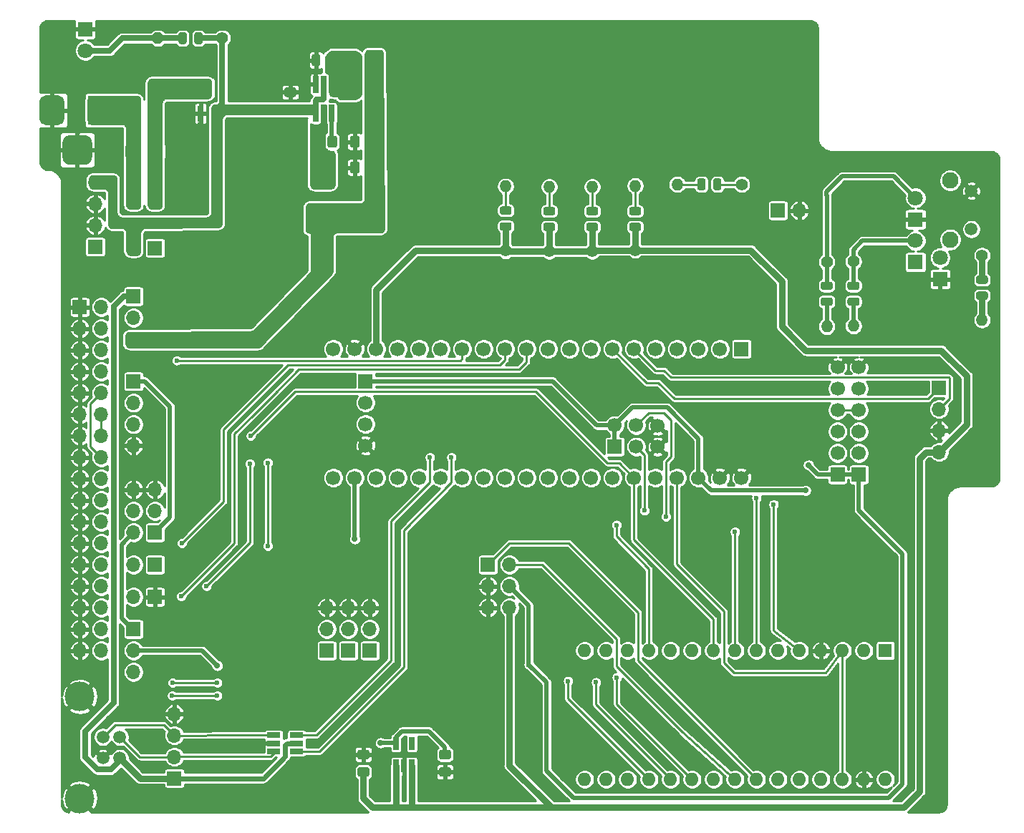
<source format=gbr>
G04 #@! TF.GenerationSoftware,KiCad,Pcbnew,(5.1.9)-1*
G04 #@! TF.CreationDate,2021-03-23T21:01:37+00:00*
G04 #@! TF.ProjectId,Greaseweazle F1 Gotek Rev 2B,47726561-7365-4776-9561-7a6c65204631,2B*
G04 #@! TF.SameCoordinates,PX6312cb0PY6bcb370*
G04 #@! TF.FileFunction,Copper,L1,Top*
G04 #@! TF.FilePolarity,Positive*
%FSLAX46Y46*%
G04 Gerber Fmt 4.6, Leading zero omitted, Abs format (unit mm)*
G04 Created by KiCad (PCBNEW (5.1.9)-1) date 2021-03-23 21:01:37*
%MOMM*%
%LPD*%
G01*
G04 APERTURE LIST*
G04 #@! TA.AperFunction,ComponentPad*
%ADD10C,1.700000*%
G04 #@! TD*
G04 #@! TA.AperFunction,ComponentPad*
%ADD11R,1.700000X1.700000*%
G04 #@! TD*
G04 #@! TA.AperFunction,SMDPad,CuDef*
%ADD12R,0.650000X2.000000*%
G04 #@! TD*
G04 #@! TA.AperFunction,SMDPad,CuDef*
%ADD13R,1.560000X0.650000*%
G04 #@! TD*
G04 #@! TA.AperFunction,SMDPad,CuDef*
%ADD14R,0.800000X1.900000*%
G04 #@! TD*
G04 #@! TA.AperFunction,ComponentPad*
%ADD15O,1.700000X1.700000*%
G04 #@! TD*
G04 #@! TA.AperFunction,ComponentPad*
%ADD16R,1.800000X1.800000*%
G04 #@! TD*
G04 #@! TA.AperFunction,ComponentPad*
%ADD17C,1.800000*%
G04 #@! TD*
G04 #@! TA.AperFunction,ComponentPad*
%ADD18C,5.000000*%
G04 #@! TD*
G04 #@! TA.AperFunction,ComponentPad*
%ADD19C,1.400000*%
G04 #@! TD*
G04 #@! TA.AperFunction,ComponentPad*
%ADD20O,1.400000X1.400000*%
G04 #@! TD*
G04 #@! TA.AperFunction,SMDPad,CuDef*
%ADD21R,2.500000X1.900000*%
G04 #@! TD*
G04 #@! TA.AperFunction,SMDPad,CuDef*
%ADD22R,0.650000X1.560000*%
G04 #@! TD*
G04 #@! TA.AperFunction,ComponentPad*
%ADD23R,1.600000X1.600000*%
G04 #@! TD*
G04 #@! TA.AperFunction,ComponentPad*
%ADD24O,1.600000X1.600000*%
G04 #@! TD*
G04 #@! TA.AperFunction,ComponentPad*
%ADD25C,1.501140*%
G04 #@! TD*
G04 #@! TA.AperFunction,ComponentPad*
%ADD26C,3.500120*%
G04 #@! TD*
G04 #@! TA.AperFunction,ComponentPad*
%ADD27R,3.500000X3.500000*%
G04 #@! TD*
G04 #@! TA.AperFunction,ComponentPad*
%ADD28C,1.950000*%
G04 #@! TD*
G04 #@! TA.AperFunction,ComponentPad*
%ADD29C,1.508000*%
G04 #@! TD*
G04 #@! TA.AperFunction,ViaPad*
%ADD30C,0.600000*%
G04 #@! TD*
G04 #@! TA.AperFunction,ViaPad*
%ADD31C,0.700000*%
G04 #@! TD*
G04 #@! TA.AperFunction,Conductor*
%ADD32C,0.500000*%
G04 #@! TD*
G04 #@! TA.AperFunction,Conductor*
%ADD33C,0.750000*%
G04 #@! TD*
G04 #@! TA.AperFunction,Conductor*
%ADD34C,0.250000*%
G04 #@! TD*
G04 #@! TA.AperFunction,Conductor*
%ADD35C,0.700000*%
G04 #@! TD*
G04 #@! TA.AperFunction,Conductor*
%ADD36C,0.600000*%
G04 #@! TD*
G04 #@! TA.AperFunction,Conductor*
%ADD37C,0.254000*%
G04 #@! TD*
G04 #@! TA.AperFunction,Conductor*
%ADD38C,0.100000*%
G04 #@! TD*
G04 APERTURE END LIST*
D10*
X57150000Y26657300D03*
X59690000Y26657300D03*
X62230000Y26593800D03*
D11*
X57150000Y24117300D03*
D10*
X62230000Y24117300D03*
X59690000Y24117300D03*
X23876000Y35687000D03*
X23876000Y20447000D03*
X26416000Y35687000D03*
X26416000Y20447000D03*
X28956000Y35687000D03*
X28956000Y20447000D03*
X31496000Y35687000D03*
X31496000Y20447000D03*
X34036000Y35687000D03*
X34036000Y20447000D03*
X36576000Y35687000D03*
X36576000Y20447000D03*
X39116000Y35687000D03*
X39116000Y20447000D03*
X41656000Y35687000D03*
X41656000Y20447000D03*
X44196000Y35687000D03*
X44196000Y20447000D03*
X46736000Y35687000D03*
X46736000Y20447000D03*
X49276000Y35687000D03*
X49276000Y20447000D03*
X51816000Y35687000D03*
X51816000Y20447000D03*
X54356000Y35687000D03*
X54356000Y20447000D03*
X56896000Y35687000D03*
X56896000Y20447000D03*
X59436000Y35687000D03*
X59436000Y20447000D03*
X61976000Y35687000D03*
X61976000Y20447000D03*
X64516000Y35687000D03*
X64516000Y20447000D03*
X67056000Y35687000D03*
X67056000Y20447000D03*
X69596000Y35687000D03*
X69596000Y20447000D03*
D11*
X72136000Y35687000D03*
D10*
X72136000Y20447000D03*
X27686000Y24257000D03*
X27686000Y26797000D03*
X27686000Y29337000D03*
D11*
X27686000Y31877000D03*
G04 #@! TA.AperFunction,SMDPad,CuDef*
G36*
G01*
X749000Y59680000D02*
X749000Y58430000D01*
G75*
G02*
X499000Y58180000I-250000J0D01*
G01*
X-426000Y58180000D01*
G75*
G02*
X-676000Y58430000I0J250000D01*
G01*
X-676000Y59680000D01*
G75*
G02*
X-426000Y59930000I250000J0D01*
G01*
X499000Y59930000D01*
G75*
G02*
X749000Y59680000I0J-250000D01*
G01*
G37*
G04 #@! TD.AperFunction*
G04 #@! TA.AperFunction,SMDPad,CuDef*
G36*
G01*
X3724000Y59680000D02*
X3724000Y58430000D01*
G75*
G02*
X3474000Y58180000I-250000J0D01*
G01*
X2549000Y58180000D01*
G75*
G02*
X2299000Y58430000I0J250000D01*
G01*
X2299000Y59680000D01*
G75*
G02*
X2549000Y59930000I250000J0D01*
G01*
X3474000Y59930000D01*
G75*
G02*
X3724000Y59680000I0J-250000D01*
G01*
G37*
G04 #@! TD.AperFunction*
D10*
X83489800Y33528000D03*
X83489800Y30988000D03*
X83489800Y28448000D03*
X83489800Y25908000D03*
X83489800Y23368000D03*
D11*
X83489800Y20828000D03*
D12*
X23683000Y63568000D03*
X22733000Y63568000D03*
X21783000Y63568000D03*
X21783000Y66988000D03*
X22733000Y66988000D03*
X23683000Y66988000D03*
D13*
X19536400Y-10972800D03*
X19536400Y-10022800D03*
X19536400Y-11922800D03*
X16836400Y-11922800D03*
X16836400Y-10972800D03*
X16836400Y-10022800D03*
D14*
X9144000Y66524000D03*
X10094000Y63524000D03*
X8194000Y63524000D03*
D15*
X254000Y10160000D03*
D11*
X2794000Y10160000D03*
D15*
X254000Y6350000D03*
D11*
X2794000Y6350000D03*
D10*
X86014000Y33528000D03*
X86014000Y30988000D03*
X86014000Y28448000D03*
X86014000Y25908000D03*
X86014000Y23368000D03*
D11*
X86014000Y20828000D03*
D15*
X2794000Y53340000D03*
D11*
X254000Y53340000D03*
D16*
X-5448300Y73533000D03*
D17*
X-5448300Y70993000D03*
D15*
X5080000Y-7493000D03*
X5080000Y-10033000D03*
X5080000Y-12573000D03*
D11*
X5080000Y-15113000D03*
D18*
X85471000Y52387500D03*
X35687000Y2667000D03*
X14605000Y2667000D03*
X35687000Y52387500D03*
X14605000Y52387500D03*
D19*
X44259500Y47307500D03*
D20*
X44259500Y54927500D03*
X49403000Y54864000D03*
D19*
X49403000Y47244000D03*
X54483000Y47244000D03*
D20*
X54483000Y54864000D03*
X59563000Y54991000D03*
D19*
X59563000Y47371000D03*
D20*
X64528700Y55156100D03*
D19*
X72148700Y55156100D03*
X82219800Y45948600D03*
D20*
X82219800Y38328600D03*
X85369400Y38404800D03*
D19*
X85369400Y46024800D03*
X100584000Y46736000D03*
D20*
X100584000Y39116000D03*
X3136900Y72453500D03*
D19*
X10756900Y72453500D03*
D15*
X254000Y47625000D03*
D11*
X2794000Y47625000D03*
D15*
X-4267200Y55397400D03*
X-4267200Y52857400D03*
X-4267200Y50317400D03*
D11*
X-4267200Y47777400D03*
X254000Y31851600D03*
D15*
X254000Y29311600D03*
X254000Y26771600D03*
X254000Y24231600D03*
G04 #@! TA.AperFunction,SMDPad,CuDef*
G36*
G01*
X22333000Y70300002D02*
X22333000Y69399998D01*
G75*
G02*
X22083002Y69150000I-249998J0D01*
G01*
X21557998Y69150000D01*
G75*
G02*
X21308000Y69399998I0J249998D01*
G01*
X21308000Y70300002D01*
G75*
G02*
X21557998Y70550000I249998J0D01*
G01*
X22083002Y70550000D01*
G75*
G02*
X22333000Y70300002I0J-249998D01*
G01*
G37*
G04 #@! TD.AperFunction*
G04 #@! TA.AperFunction,SMDPad,CuDef*
G36*
G01*
X24158000Y70300002D02*
X24158000Y69399998D01*
G75*
G02*
X23908002Y69150000I-249998J0D01*
G01*
X23382998Y69150000D01*
G75*
G02*
X23133000Y69399998I0J249998D01*
G01*
X23133000Y70300002D01*
G75*
G02*
X23382998Y70550000I249998J0D01*
G01*
X23908002Y70550000D01*
G75*
G02*
X24158000Y70300002I0J-249998D01*
G01*
G37*
G04 #@! TD.AperFunction*
G04 #@! TA.AperFunction,SMDPad,CuDef*
G36*
G01*
X27032000Y70300002D02*
X27032000Y69399998D01*
G75*
G02*
X26782002Y69150000I-249998J0D01*
G01*
X26256998Y69150000D01*
G75*
G02*
X26007000Y69399998I0J249998D01*
G01*
X26007000Y70300002D01*
G75*
G02*
X26256998Y70550000I249998J0D01*
G01*
X26782002Y70550000D01*
G75*
G02*
X27032000Y70300002I0J-249998D01*
G01*
G37*
G04 #@! TD.AperFunction*
G04 #@! TA.AperFunction,SMDPad,CuDef*
G36*
G01*
X28857000Y70300002D02*
X28857000Y69399998D01*
G75*
G02*
X28607002Y69150000I-249998J0D01*
G01*
X28081998Y69150000D01*
G75*
G02*
X27832000Y69399998I0J249998D01*
G01*
X27832000Y70300002D01*
G75*
G02*
X28081998Y70550000I249998J0D01*
G01*
X28607002Y70550000D01*
G75*
G02*
X28857000Y70300002I0J-249998D01*
G01*
G37*
G04 #@! TD.AperFunction*
D21*
X22606000Y51192400D03*
X22606000Y55792400D03*
D15*
X254000Y36830000D03*
X254000Y39370000D03*
D11*
X254000Y41910000D03*
G04 #@! TA.AperFunction,SMDPad,CuDef*
G36*
G01*
X26982000Y57600001D02*
X26982000Y56699999D01*
G75*
G02*
X26732001Y56450000I-249999J0D01*
G01*
X26081999Y56450000D01*
G75*
G02*
X25832000Y56699999I0J249999D01*
G01*
X25832000Y57600001D01*
G75*
G02*
X26081999Y57850000I249999J0D01*
G01*
X26732001Y57850000D01*
G75*
G02*
X26982000Y57600001I0J-249999D01*
G01*
G37*
G04 #@! TD.AperFunction*
G04 #@! TA.AperFunction,SMDPad,CuDef*
G36*
G01*
X29032000Y57600001D02*
X29032000Y56699999D01*
G75*
G02*
X28782001Y56450000I-249999J0D01*
G01*
X28131999Y56450000D01*
G75*
G02*
X27882000Y56699999I0J249999D01*
G01*
X27882000Y57600001D01*
G75*
G02*
X28131999Y57850000I249999J0D01*
G01*
X28782001Y57850000D01*
G75*
G02*
X29032000Y57600001I0J-249999D01*
G01*
G37*
G04 #@! TD.AperFunction*
G04 #@! TA.AperFunction,SMDPad,CuDef*
G36*
G01*
X29032000Y60648001D02*
X29032000Y59747999D01*
G75*
G02*
X28782001Y59498000I-249999J0D01*
G01*
X28131999Y59498000D01*
G75*
G02*
X27882000Y59747999I0J249999D01*
G01*
X27882000Y60648001D01*
G75*
G02*
X28131999Y60898000I249999J0D01*
G01*
X28782001Y60898000D01*
G75*
G02*
X29032000Y60648001I0J-249999D01*
G01*
G37*
G04 #@! TD.AperFunction*
G04 #@! TA.AperFunction,SMDPad,CuDef*
G36*
G01*
X26982000Y60648001D02*
X26982000Y59747999D01*
G75*
G02*
X26732001Y59498000I-249999J0D01*
G01*
X26081999Y59498000D01*
G75*
G02*
X25832000Y59747999I0J249999D01*
G01*
X25832000Y60648001D01*
G75*
G02*
X26081999Y60898000I249999J0D01*
G01*
X26732001Y60898000D01*
G75*
G02*
X26982000Y60648001I0J-249999D01*
G01*
G37*
G04 #@! TD.AperFunction*
G04 #@! TA.AperFunction,SMDPad,CuDef*
G36*
G01*
X26982000Y66998001D02*
X26982000Y66097999D01*
G75*
G02*
X26732001Y65848000I-249999J0D01*
G01*
X26081999Y65848000D01*
G75*
G02*
X25832000Y66097999I0J249999D01*
G01*
X25832000Y66998001D01*
G75*
G02*
X26081999Y67248000I249999J0D01*
G01*
X26732001Y67248000D01*
G75*
G02*
X26982000Y66998001I0J-249999D01*
G01*
G37*
G04 #@! TD.AperFunction*
G04 #@! TA.AperFunction,SMDPad,CuDef*
G36*
G01*
X29032000Y66998001D02*
X29032000Y66097999D01*
G75*
G02*
X28782001Y65848000I-249999J0D01*
G01*
X28131999Y65848000D01*
G75*
G02*
X27882000Y66097999I0J249999D01*
G01*
X27882000Y66998001D01*
G75*
G02*
X28131999Y67248000I249999J0D01*
G01*
X28782001Y67248000D01*
G75*
G02*
X29032000Y66998001I0J-249999D01*
G01*
G37*
G04 #@! TD.AperFunction*
G04 #@! TA.AperFunction,SMDPad,CuDef*
G36*
G01*
X22283000Y60648001D02*
X22283000Y59747999D01*
G75*
G02*
X22033001Y59498000I-249999J0D01*
G01*
X21382999Y59498000D01*
G75*
G02*
X21133000Y59747999I0J249999D01*
G01*
X21133000Y60648001D01*
G75*
G02*
X21382999Y60898000I249999J0D01*
G01*
X22033001Y60898000D01*
G75*
G02*
X22283000Y60648001I0J-249999D01*
G01*
G37*
G04 #@! TD.AperFunction*
G04 #@! TA.AperFunction,SMDPad,CuDef*
G36*
G01*
X24333000Y60648001D02*
X24333000Y59747999D01*
G75*
G02*
X24083001Y59498000I-249999J0D01*
G01*
X23432999Y59498000D01*
G75*
G02*
X23183000Y59747999I0J249999D01*
G01*
X23183000Y60648001D01*
G75*
G02*
X23432999Y60898000I249999J0D01*
G01*
X24083001Y60898000D01*
G75*
G02*
X24333000Y60648001I0J-249999D01*
G01*
G37*
G04 #@! TD.AperFunction*
G04 #@! TA.AperFunction,SMDPad,CuDef*
G36*
G01*
X19246001Y65474000D02*
X18345999Y65474000D01*
G75*
G02*
X18096000Y65723999I0J249999D01*
G01*
X18096000Y66374001D01*
G75*
G02*
X18345999Y66624000I249999J0D01*
G01*
X19246001Y66624000D01*
G75*
G02*
X19496000Y66374001I0J-249999D01*
G01*
X19496000Y65723999D01*
G75*
G02*
X19246001Y65474000I-249999J0D01*
G01*
G37*
G04 #@! TD.AperFunction*
G04 #@! TA.AperFunction,SMDPad,CuDef*
G36*
G01*
X19246001Y63424000D02*
X18345999Y63424000D01*
G75*
G02*
X18096000Y63673999I0J249999D01*
G01*
X18096000Y64324001D01*
G75*
G02*
X18345999Y64574000I249999J0D01*
G01*
X19246001Y64574000D01*
G75*
G02*
X19496000Y64324001I0J-249999D01*
G01*
X19496000Y63673999D01*
G75*
G02*
X19246001Y63424000I-249999J0D01*
G01*
G37*
G04 #@! TD.AperFunction*
D22*
X31277201Y-10969000D03*
X33177201Y-10969000D03*
X33177201Y-13669000D03*
X32227201Y-13669000D03*
X31277201Y-13669000D03*
D11*
X76454000Y52070000D03*
D15*
X78994000Y52070000D03*
D23*
X89154000Y0D03*
D24*
X56134000Y-15240000D03*
X86614000Y0D03*
X58674000Y-15240000D03*
X84074000Y0D03*
X61214000Y-15240000D03*
X81534000Y0D03*
X63754000Y-15240000D03*
X78994000Y0D03*
X66294000Y-15240000D03*
X76454000Y0D03*
X68834000Y-15240000D03*
X73914000Y0D03*
X71374000Y-15240000D03*
X71374000Y0D03*
X73914000Y-15240000D03*
X68834000Y0D03*
X76454000Y-15240000D03*
X66294000Y0D03*
X78994000Y-15240000D03*
X63754000Y0D03*
X81534000Y-15240000D03*
X61214000Y0D03*
X84074000Y-15240000D03*
X58674000Y0D03*
X86614000Y-15240000D03*
X56134000Y0D03*
X89154000Y-15240000D03*
X53594000Y0D03*
X53594000Y-15240000D03*
D25*
X-3378200Y-10225400D03*
X-3378200Y-12714600D03*
X-1371600Y-12714600D03*
X-1371600Y-10225400D03*
D26*
X-6096000Y-5450200D03*
X-6096000Y-17489800D03*
D11*
X28194000Y0D03*
D15*
X28194000Y2540000D03*
X28194000Y5080000D03*
D11*
X25654000Y0D03*
D15*
X25654000Y2540000D03*
X25654000Y5080000D03*
D11*
X23114000Y0D03*
D15*
X23114000Y2540000D03*
X23114000Y5080000D03*
D11*
X254000Y2540000D03*
D15*
X254000Y0D03*
X254000Y-2540000D03*
D11*
X42164000Y10160000D03*
D15*
X44704000Y10160000D03*
X42164000Y7620000D03*
X44704000Y7620000D03*
X42164000Y5080000D03*
X44704000Y5080000D03*
G04 #@! TA.AperFunction,SMDPad,CuDef*
G36*
G01*
X36633999Y-11735000D02*
X37534001Y-11735000D01*
G75*
G02*
X37784000Y-11984999I0J-249999D01*
G01*
X37784000Y-12635001D01*
G75*
G02*
X37534001Y-12885000I-249999J0D01*
G01*
X36633999Y-12885000D01*
G75*
G02*
X36384000Y-12635001I0J249999D01*
G01*
X36384000Y-11984999D01*
G75*
G02*
X36633999Y-11735000I249999J0D01*
G01*
G37*
G04 #@! TD.AperFunction*
G04 #@! TA.AperFunction,SMDPad,CuDef*
G36*
G01*
X36633999Y-13785000D02*
X37534001Y-13785000D01*
G75*
G02*
X37784000Y-14034999I0J-249999D01*
G01*
X37784000Y-14685001D01*
G75*
G02*
X37534001Y-14935000I-249999J0D01*
G01*
X36633999Y-14935000D01*
G75*
G02*
X36384000Y-14685001I0J249999D01*
G01*
X36384000Y-14034999D01*
G75*
G02*
X36633999Y-13785000I249999J0D01*
G01*
G37*
G04 #@! TD.AperFunction*
G04 #@! TA.AperFunction,SMDPad,CuDef*
G36*
G01*
X27882001Y-14935000D02*
X26981999Y-14935000D01*
G75*
G02*
X26732000Y-14685001I0J249999D01*
G01*
X26732000Y-14034999D01*
G75*
G02*
X26981999Y-13785000I249999J0D01*
G01*
X27882001Y-13785000D01*
G75*
G02*
X28132000Y-14034999I0J-249999D01*
G01*
X28132000Y-14685001D01*
G75*
G02*
X27882001Y-14935000I-249999J0D01*
G01*
G37*
G04 #@! TD.AperFunction*
G04 #@! TA.AperFunction,SMDPad,CuDef*
G36*
G01*
X27882001Y-12885000D02*
X26981999Y-12885000D01*
G75*
G02*
X26732000Y-12635001I0J249999D01*
G01*
X26732000Y-11984999D01*
G75*
G02*
X26981999Y-11735000I249999J0D01*
G01*
X27882001Y-11735000D01*
G75*
G02*
X28132000Y-11984999I0J-249999D01*
G01*
X28132000Y-12635001D01*
G75*
G02*
X27882001Y-12885000I-249999J0D01*
G01*
G37*
G04 #@! TD.AperFunction*
D11*
X2794000Y13970000D03*
D15*
X254000Y13970000D03*
X2794000Y16510000D03*
X254000Y16510000D03*
X2794000Y19050000D03*
X254000Y19050000D03*
G04 #@! TA.AperFunction,SMDPad,CuDef*
G36*
G01*
X5572700Y71984550D02*
X5572700Y72897050D01*
G75*
G02*
X5816450Y73140800I243750J0D01*
G01*
X6303950Y73140800D01*
G75*
G02*
X6547700Y72897050I0J-243750D01*
G01*
X6547700Y71984550D01*
G75*
G02*
X6303950Y71740800I-243750J0D01*
G01*
X5816450Y71740800D01*
G75*
G02*
X5572700Y71984550I0J243750D01*
G01*
G37*
G04 #@! TD.AperFunction*
G04 #@! TA.AperFunction,SMDPad,CuDef*
G36*
G01*
X7447700Y71984550D02*
X7447700Y72897050D01*
G75*
G02*
X7691450Y73140800I243750J0D01*
G01*
X8178950Y73140800D01*
G75*
G02*
X8422700Y72897050I0J-243750D01*
G01*
X8422700Y71984550D01*
G75*
G02*
X8178950Y71740800I-243750J0D01*
G01*
X7691450Y71740800D01*
G75*
G02*
X7447700Y71984550I0J243750D01*
G01*
G37*
G04 #@! TD.AperFunction*
D27*
X-3398000Y63919100D03*
G04 #@! TA.AperFunction,ComponentPad*
G36*
G01*
X-10898000Y62919100D02*
X-10898000Y64919100D01*
G75*
G02*
X-10148000Y65669100I750000J0D01*
G01*
X-8648000Y65669100D01*
G75*
G02*
X-7898000Y64919100I0J-750000D01*
G01*
X-7898000Y62919100D01*
G75*
G02*
X-8648000Y62169100I-750000J0D01*
G01*
X-10148000Y62169100D01*
G75*
G02*
X-10898000Y62919100I0J750000D01*
G01*
G37*
G04 #@! TD.AperFunction*
G04 #@! TA.AperFunction,ComponentPad*
G36*
G01*
X-8148000Y58344100D02*
X-8148000Y60094100D01*
G75*
G02*
X-7273000Y60969100I875000J0D01*
G01*
X-5523000Y60969100D01*
G75*
G02*
X-4648000Y60094100I0J-875000D01*
G01*
X-4648000Y58344100D01*
G75*
G02*
X-5523000Y57469100I-875000J0D01*
G01*
X-7273000Y57469100D01*
G75*
G02*
X-8148000Y58344100I0J875000D01*
G01*
G37*
G04 #@! TD.AperFunction*
D16*
X95631000Y43942000D03*
D17*
X95631000Y46482000D03*
G04 #@! TA.AperFunction,SMDPad,CuDef*
G36*
G01*
X100127750Y44351000D02*
X101040250Y44351000D01*
G75*
G02*
X101284000Y44107250I0J-243750D01*
G01*
X101284000Y43619750D01*
G75*
G02*
X101040250Y43376000I-243750J0D01*
G01*
X100127750Y43376000D01*
G75*
G02*
X99884000Y43619750I0J243750D01*
G01*
X99884000Y44107250D01*
G75*
G02*
X100127750Y44351000I243750J0D01*
G01*
G37*
G04 #@! TD.AperFunction*
G04 #@! TA.AperFunction,SMDPad,CuDef*
G36*
G01*
X100127750Y42476000D02*
X101040250Y42476000D01*
G75*
G02*
X101284000Y42232250I0J-243750D01*
G01*
X101284000Y41744750D01*
G75*
G02*
X101040250Y41501000I-243750J0D01*
G01*
X100127750Y41501000D01*
G75*
G02*
X99884000Y41744750I0J243750D01*
G01*
X99884000Y42232250D01*
G75*
G02*
X100127750Y42476000I243750J0D01*
G01*
G37*
G04 #@! TD.AperFunction*
D11*
X95504000Y31115000D03*
D15*
X95504000Y28575000D03*
X95504000Y26035000D03*
X95504000Y23495000D03*
D16*
X92710000Y45948600D03*
D17*
X92710000Y48488600D03*
D16*
X92710000Y51003200D03*
D17*
X92710000Y53543200D03*
D28*
X96814000Y55620800D03*
X96814000Y48620800D03*
D29*
X99314000Y54395800D03*
X99314000Y49845800D03*
G04 #@! TA.AperFunction,SMDPad,CuDef*
G36*
G01*
X84913150Y43639800D02*
X85825650Y43639800D01*
G75*
G02*
X86069400Y43396050I0J-243750D01*
G01*
X86069400Y42908550D01*
G75*
G02*
X85825650Y42664800I-243750J0D01*
G01*
X84913150Y42664800D01*
G75*
G02*
X84669400Y42908550I0J243750D01*
G01*
X84669400Y43396050D01*
G75*
G02*
X84913150Y43639800I243750J0D01*
G01*
G37*
G04 #@! TD.AperFunction*
G04 #@! TA.AperFunction,SMDPad,CuDef*
G36*
G01*
X84913150Y41764800D02*
X85825650Y41764800D01*
G75*
G02*
X86069400Y41521050I0J-243750D01*
G01*
X86069400Y41033550D01*
G75*
G02*
X85825650Y40789800I-243750J0D01*
G01*
X84913150Y40789800D01*
G75*
G02*
X84669400Y41033550I0J243750D01*
G01*
X84669400Y41521050D01*
G75*
G02*
X84913150Y41764800I243750J0D01*
G01*
G37*
G04 #@! TD.AperFunction*
G04 #@! TA.AperFunction,SMDPad,CuDef*
G36*
G01*
X81763550Y43639800D02*
X82676050Y43639800D01*
G75*
G02*
X82919800Y43396050I0J-243750D01*
G01*
X82919800Y42908550D01*
G75*
G02*
X82676050Y42664800I-243750J0D01*
G01*
X81763550Y42664800D01*
G75*
G02*
X81519800Y42908550I0J243750D01*
G01*
X81519800Y43396050D01*
G75*
G02*
X81763550Y43639800I243750J0D01*
G01*
G37*
G04 #@! TD.AperFunction*
G04 #@! TA.AperFunction,SMDPad,CuDef*
G36*
G01*
X81763550Y41764800D02*
X82676050Y41764800D01*
G75*
G02*
X82919800Y41521050I0J-243750D01*
G01*
X82919800Y41033550D01*
G75*
G02*
X82676050Y40789800I-243750J0D01*
G01*
X81763550Y40789800D01*
G75*
G02*
X81519800Y41033550I0J243750D01*
G01*
X81519800Y41521050D01*
G75*
G02*
X81763550Y41764800I243750J0D01*
G01*
G37*
G04 #@! TD.AperFunction*
D11*
X-6096000Y40640000D03*
D15*
X-3556000Y40640000D03*
X-6096000Y38100000D03*
X-3556000Y38100000D03*
X-6096000Y35560000D03*
X-3556000Y35560000D03*
X-6096000Y33020000D03*
X-3556000Y33020000D03*
X-6096000Y30480000D03*
X-3556000Y30480000D03*
X-6096000Y27940000D03*
X-3556000Y27940000D03*
X-6096000Y25400000D03*
X-3556000Y25400000D03*
X-6096000Y22860000D03*
X-3556000Y22860000D03*
X-6096000Y20320000D03*
X-3556000Y20320000D03*
X-6096000Y17780000D03*
X-3556000Y17780000D03*
X-6096000Y15240000D03*
X-3556000Y15240000D03*
X-6096000Y12700000D03*
X-3556000Y12700000D03*
X-6096000Y10160000D03*
X-3556000Y10160000D03*
X-6096000Y7620000D03*
X-3556000Y7620000D03*
X-6096000Y5080000D03*
X-3556000Y5080000D03*
X-6096000Y2540000D03*
X-3556000Y2540000D03*
X-6096000Y0D03*
X-3556000Y0D03*
G04 #@! TA.AperFunction,SMDPad,CuDef*
G36*
G01*
X60019250Y49629000D02*
X59106750Y49629000D01*
G75*
G02*
X58863000Y49872750I0J243750D01*
G01*
X58863000Y50360250D01*
G75*
G02*
X59106750Y50604000I243750J0D01*
G01*
X60019250Y50604000D01*
G75*
G02*
X60263000Y50360250I0J-243750D01*
G01*
X60263000Y49872750D01*
G75*
G02*
X60019250Y49629000I-243750J0D01*
G01*
G37*
G04 #@! TD.AperFunction*
G04 #@! TA.AperFunction,SMDPad,CuDef*
G36*
G01*
X60019250Y51504000D02*
X59106750Y51504000D01*
G75*
G02*
X58863000Y51747750I0J243750D01*
G01*
X58863000Y52235250D01*
G75*
G02*
X59106750Y52479000I243750J0D01*
G01*
X60019250Y52479000D01*
G75*
G02*
X60263000Y52235250I0J-243750D01*
G01*
X60263000Y51747750D01*
G75*
G02*
X60019250Y51504000I-243750J0D01*
G01*
G37*
G04 #@! TD.AperFunction*
G04 #@! TA.AperFunction,SMDPad,CuDef*
G36*
G01*
X44715750Y49692500D02*
X43803250Y49692500D01*
G75*
G02*
X43559500Y49936250I0J243750D01*
G01*
X43559500Y50423750D01*
G75*
G02*
X43803250Y50667500I243750J0D01*
G01*
X44715750Y50667500D01*
G75*
G02*
X44959500Y50423750I0J-243750D01*
G01*
X44959500Y49936250D01*
G75*
G02*
X44715750Y49692500I-243750J0D01*
G01*
G37*
G04 #@! TD.AperFunction*
G04 #@! TA.AperFunction,SMDPad,CuDef*
G36*
G01*
X44715750Y51567500D02*
X43803250Y51567500D01*
G75*
G02*
X43559500Y51811250I0J243750D01*
G01*
X43559500Y52298750D01*
G75*
G02*
X43803250Y52542500I243750J0D01*
G01*
X44715750Y52542500D01*
G75*
G02*
X44959500Y52298750I0J-243750D01*
G01*
X44959500Y51811250D01*
G75*
G02*
X44715750Y51567500I-243750J0D01*
G01*
G37*
G04 #@! TD.AperFunction*
G04 #@! TA.AperFunction,SMDPad,CuDef*
G36*
G01*
X49859250Y49629000D02*
X48946750Y49629000D01*
G75*
G02*
X48703000Y49872750I0J243750D01*
G01*
X48703000Y50360250D01*
G75*
G02*
X48946750Y50604000I243750J0D01*
G01*
X49859250Y50604000D01*
G75*
G02*
X50103000Y50360250I0J-243750D01*
G01*
X50103000Y49872750D01*
G75*
G02*
X49859250Y49629000I-243750J0D01*
G01*
G37*
G04 #@! TD.AperFunction*
G04 #@! TA.AperFunction,SMDPad,CuDef*
G36*
G01*
X49859250Y51504000D02*
X48946750Y51504000D01*
G75*
G02*
X48703000Y51747750I0J243750D01*
G01*
X48703000Y52235250D01*
G75*
G02*
X48946750Y52479000I243750J0D01*
G01*
X49859250Y52479000D01*
G75*
G02*
X50103000Y52235250I0J-243750D01*
G01*
X50103000Y51747750D01*
G75*
G02*
X49859250Y51504000I-243750J0D01*
G01*
G37*
G04 #@! TD.AperFunction*
G04 #@! TA.AperFunction,SMDPad,CuDef*
G36*
G01*
X54939250Y49629000D02*
X54026750Y49629000D01*
G75*
G02*
X53783000Y49872750I0J243750D01*
G01*
X53783000Y50360250D01*
G75*
G02*
X54026750Y50604000I243750J0D01*
G01*
X54939250Y50604000D01*
G75*
G02*
X55183000Y50360250I0J-243750D01*
G01*
X55183000Y49872750D01*
G75*
G02*
X54939250Y49629000I-243750J0D01*
G01*
G37*
G04 #@! TD.AperFunction*
G04 #@! TA.AperFunction,SMDPad,CuDef*
G36*
G01*
X54939250Y51504000D02*
X54026750Y51504000D01*
G75*
G02*
X53783000Y51747750I0J243750D01*
G01*
X53783000Y52235250D01*
G75*
G02*
X54026750Y52479000I243750J0D01*
G01*
X54939250Y52479000D01*
G75*
G02*
X55183000Y52235250I0J-243750D01*
G01*
X55183000Y51747750D01*
G75*
G02*
X54939250Y51504000I-243750J0D01*
G01*
G37*
G04 #@! TD.AperFunction*
G04 #@! TA.AperFunction,SMDPad,CuDef*
G36*
G01*
X69763700Y55612350D02*
X69763700Y54699850D01*
G75*
G02*
X69519950Y54456100I-243750J0D01*
G01*
X69032450Y54456100D01*
G75*
G02*
X68788700Y54699850I0J243750D01*
G01*
X68788700Y55612350D01*
G75*
G02*
X69032450Y55856100I243750J0D01*
G01*
X69519950Y55856100D01*
G75*
G02*
X69763700Y55612350I0J-243750D01*
G01*
G37*
G04 #@! TD.AperFunction*
G04 #@! TA.AperFunction,SMDPad,CuDef*
G36*
G01*
X67888700Y55612350D02*
X67888700Y54699850D01*
G75*
G02*
X67644950Y54456100I-243750J0D01*
G01*
X67157450Y54456100D01*
G75*
G02*
X66913700Y54699850I0J243750D01*
G01*
X66913700Y55612350D01*
G75*
G02*
X67157450Y55856100I243750J0D01*
G01*
X67644950Y55856100D01*
G75*
G02*
X67888700Y55612350I0J-243750D01*
G01*
G37*
G04 #@! TD.AperFunction*
D30*
X95631000Y19050000D03*
X95504000Y-16510000D03*
X65760600Y18643600D03*
X68376800Y15773400D03*
X95504000Y-7620000D03*
X95504000Y2540000D03*
X95504000Y11430000D03*
X12954000Y73660000D03*
X80264000Y73660000D03*
X80264000Y59690000D03*
X80264000Y67310000D03*
X101854000Y58420000D03*
X71374000Y73660000D03*
X89154000Y58420000D03*
X101854000Y35560000D03*
X101854000Y21590000D03*
X101854000Y48006000D03*
X63500000Y10439400D03*
X43992800Y27914600D03*
X54406800Y25781000D03*
X54864000Y6985000D03*
X73914000Y52070000D03*
X95173800Y38506400D03*
X68834000Y8890000D03*
X89281000Y-11430000D03*
X89154000Y-3937000D03*
X73914000Y-6350000D03*
X51054000Y-8890000D03*
X42164000Y-11430000D03*
X40894000Y-3810000D03*
X21844000Y-15494000D03*
X-7366000Y-11430000D03*
X20574000Y8890000D03*
X6731000Y21590000D03*
X68834000Y52070000D03*
X89154000Y44450000D03*
X65151000Y4953000D03*
X58674000Y8890000D03*
X30734000Y29210000D03*
X89154000Y11430000D03*
X33274000Y-3810000D03*
X30099000Y-2921000D03*
X31496000Y10693400D03*
X46964600Y-3606800D03*
X47040800Y-14046200D03*
X68478400Y-11633200D03*
X90424000Y30988000D03*
X38354000Y29210000D03*
X20574000Y73660000D03*
X24384000Y73660000D03*
X28194000Y73660000D03*
X30734000Y73660000D03*
X86817200Y12115800D03*
X79730600Y5080000D03*
X61214000Y62230000D03*
X58674000Y62230000D03*
X56134000Y62230000D03*
X53594000Y62230000D03*
X51054000Y62230000D03*
X48514000Y62230000D03*
X45974000Y62230000D03*
X43434000Y62230000D03*
X40894000Y62230000D03*
X38354000Y62230000D03*
X35814000Y62230000D03*
X35814000Y73660000D03*
X40894000Y73660000D03*
X45974000Y73660000D03*
X51054000Y73660000D03*
X56134000Y73660000D03*
X61214000Y73660000D03*
X66294000Y73660000D03*
X76454000Y73660000D03*
X80264000Y63500000D03*
X80264000Y70485000D03*
X83439000Y58420000D03*
X92964000Y58420000D03*
X101854000Y52070000D03*
X95504000Y15240000D03*
X95504000Y6985000D03*
X95504000Y-2540000D03*
X95504000Y-12700000D03*
X-381000Y-18415000D03*
X4699000Y-18415000D03*
X8509000Y-18415000D03*
X12319000Y-18415000D03*
X16129000Y-18415000D03*
X19939000Y-18415000D03*
X23114000Y-18415000D03*
X26289000Y-18415000D03*
X-7366000Y-8890000D03*
X-7366000Y-13970000D03*
X-7366000Y-2540000D03*
X-7366000Y47625000D03*
X-7366000Y50165000D03*
X-7366000Y52705000D03*
X-7366000Y55245000D03*
X-9906000Y57785000D03*
X-7366000Y67310000D03*
X81534000Y-8255000D03*
X56134000Y29845000D03*
X12954000Y46990000D03*
X12954000Y41910000D03*
X7874000Y41910000D03*
X39624000Y55245000D03*
X39624000Y48895000D03*
X62484000Y51435000D03*
X87249000Y5715000D03*
X78359000Y10160000D03*
X80264000Y16510000D03*
X91694000Y27305000D03*
X41529000Y1270000D03*
X18669000Y0D03*
X18669000Y5080000D03*
X9906000Y-6604000D03*
X40259000Y-15875000D03*
X25654000Y43815000D03*
X18669000Y36195000D03*
X51689000Y45085000D03*
X46609000Y45085000D03*
X58674000Y45085000D03*
X41529000Y45085000D03*
X35814000Y45085000D03*
X70104000Y45720000D03*
X78994000Y45720000D03*
X90424000Y33655000D03*
X7874000Y33020000D03*
X16764000Y33020000D03*
X7874000Y30480000D03*
X7874000Y27940000D03*
X7874000Y24130000D03*
X18669000Y23495000D03*
X19304000Y27940000D03*
X18669000Y20320000D03*
X18034000Y13335000D03*
X21209000Y11811000D03*
X8509000Y13335000D03*
X9144000Y5080000D03*
X2159000Y21590000D03*
X77724000Y-12065000D03*
X78994000Y-5080000D03*
X68834000Y-4445000D03*
X85979000Y-6985000D03*
X58724800Y4495800D03*
X12954000Y57150000D03*
X18034000Y46990000D03*
X9702800Y-11303000D03*
X12954000Y-11430000D03*
X26289000Y61722000D03*
X26416000Y58674000D03*
X26416000Y55626000D03*
X21844000Y68580000D03*
X21844000Y71247000D03*
X20574000Y66802000D03*
X18415000Y69850000D03*
X63754000Y62230000D03*
X66294000Y62230000D03*
X68834000Y62230000D03*
X71374000Y62230000D03*
X73914000Y62230000D03*
X76454000Y62230000D03*
X8128000Y62230000D03*
X15240000Y-10922000D03*
X29210000Y-12319000D03*
X25527000Y-12319000D03*
X35433000Y-14478000D03*
X38989000Y-14478000D03*
X8509000Y-2032000D03*
D31*
X79730602Y18948398D03*
D30*
X93218000Y-15113000D03*
X71374000Y14046200D03*
X5905500Y6413500D03*
X14020800Y22123398D03*
X8890000Y7620000D03*
X16129000Y22225002D03*
X16129000Y12344401D03*
X4851400Y-3810000D03*
X10160001Y-3810001D03*
X57353200Y14859000D03*
X5969000Y12700000D03*
X75946000Y17297404D03*
X73914000Y18074010D03*
X5359400Y34315400D03*
X4826000Y-5334000D03*
X10160000Y-5334000D03*
X14122402Y25400000D03*
X35305990Y22860000D03*
X37846000Y22860000D03*
D31*
X26416000Y13208000D03*
D30*
X60680600Y16560800D03*
X63201001Y15830001D03*
D31*
X10160000Y-1778000D03*
D30*
X46990000Y-1651000D03*
D31*
X80060806Y21945600D03*
D30*
X54940200Y-3759140D03*
X57404000Y-3175000D03*
D31*
X29464000Y-10922000D03*
D30*
X51638200Y-3606760D03*
D32*
X36966000Y-14478000D02*
X37084000Y-14360000D01*
X85369400Y38404800D02*
X85369400Y41277300D01*
X85394800Y38379400D02*
X85369400Y38404800D01*
X57150000Y24117300D02*
X57150000Y26657300D01*
X55029100Y26657300D02*
X57150000Y26657300D01*
X27686000Y31877000D02*
X49809400Y31877000D01*
X49809400Y31877000D02*
X55029100Y26657300D01*
X57999999Y27507299D02*
X57150000Y26657300D01*
X59270900Y28778200D02*
X57999999Y27507299D01*
X63373000Y28778200D02*
X59270900Y28778200D01*
X67056000Y20447000D02*
X67056000Y25095200D01*
X67056000Y25095200D02*
X63373000Y28778200D01*
X67056000Y20447000D02*
X67056000Y21996400D01*
X4572000Y15748000D02*
X2794000Y13970000D01*
X68554602Y18948398D02*
X79730602Y18948398D01*
X67056000Y20447000D02*
X68554602Y18948398D01*
X4572000Y28883600D02*
X4572000Y15748000D01*
X1604000Y31851600D02*
X4572000Y28883600D01*
X254000Y31851600D02*
X1604000Y31851600D01*
X-1168400Y12547600D02*
X254000Y13970000D01*
X-1168400Y3835400D02*
X-1168400Y12547600D01*
X127000Y2540000D02*
X-1168400Y3835400D01*
X254000Y2540000D02*
X127000Y2540000D01*
D33*
X44259500Y47307500D02*
X44259500Y50180000D01*
X49403000Y47244000D02*
X49403000Y50116500D01*
X54483000Y47244000D02*
X54483000Y50116500D01*
X59563000Y50116500D02*
X59563000Y47371000D01*
X100584000Y39116000D02*
X100584000Y41988500D01*
X29565600Y-18542000D02*
X28752800Y-18542000D01*
X51028600Y-18542000D02*
X49657000Y-18542000D01*
X89103200Y-18542000D02*
X51028600Y-18542000D01*
X91313000Y-18542000D02*
X89103200Y-18542000D01*
X93218000Y-16637000D02*
X91313000Y-18542000D01*
X93218000Y22733000D02*
X93218000Y-15113000D01*
X93980000Y23495000D02*
X93218000Y22733000D01*
X95504000Y23495000D02*
X93980000Y23495000D01*
X31592201Y-18536601D02*
X31597600Y-18542000D01*
X31597600Y-18542000D02*
X32131000Y-18542000D01*
X31242000Y-18542000D02*
X31597600Y-18542000D01*
X33147000Y-18542000D02*
X49657000Y-18542000D01*
X32131000Y-18542000D02*
X33147000Y-18542000D01*
X33177201Y-18511799D02*
X33147000Y-18542000D01*
X31277201Y-13669000D02*
X31277201Y-18506799D01*
X33177201Y-13669000D02*
X33177201Y-18511799D01*
X31277201Y-18506799D02*
X31242000Y-18542000D01*
X28498800Y-18542000D02*
X31242000Y-18542000D01*
X27432000Y-17475200D02*
X28498800Y-18542000D01*
X27432000Y-14360000D02*
X27432000Y-17475200D01*
X54610000Y47371000D02*
X54483000Y47244000D01*
X59563000Y47371000D02*
X54610000Y47371000D01*
X54483000Y47244000D02*
X49403000Y47244000D01*
X44323000Y47244000D02*
X44259500Y47307500D01*
X49403000Y47244000D02*
X44323000Y47244000D01*
X28956000Y42672000D02*
X28956000Y35687000D01*
X33591500Y47307500D02*
X28956000Y42672000D01*
X44259500Y47307500D02*
X33591500Y47307500D01*
X93218000Y-15113000D02*
X93218000Y-16637000D01*
X44704000Y-13589000D02*
X49657000Y-18542000D01*
X44704000Y5080000D02*
X44704000Y-13589000D01*
X98794009Y32473191D02*
X98794009Y26785009D01*
X95758000Y35509200D02*
X98794009Y32473191D01*
X98794009Y26785009D02*
X95504000Y23495000D01*
X76936600Y38328600D02*
X79756000Y35509200D01*
X76936600Y43654786D02*
X76936600Y38328600D01*
X79756000Y35509200D02*
X95758000Y35509200D01*
X73220386Y47371000D02*
X76936600Y43654786D01*
X59563000Y47371000D02*
X73220386Y47371000D01*
D32*
X82219800Y45961300D02*
X82219800Y43152300D01*
X82219800Y46938549D02*
X82219800Y45948600D01*
X90119200Y56134000D02*
X84042125Y56134000D01*
X82219800Y53848000D02*
X82219800Y47548800D01*
X82194400Y53873400D02*
X82219800Y53848000D01*
X82219800Y47548800D02*
X82219800Y45948600D01*
X82194400Y54286275D02*
X82194400Y53873400D01*
X84042125Y56134000D02*
X82194400Y54286275D01*
X92710000Y53543200D02*
X90119200Y56134000D01*
D34*
X71374000Y0D02*
X71374000Y14046200D01*
X59563000Y54991000D02*
X59563000Y51991500D01*
X14605000Y28067000D02*
X14414500Y27876500D01*
X17189999Y30651999D02*
X16865600Y30327600D01*
X16865600Y30327600D02*
X14414500Y27876500D01*
X19799300Y33261300D02*
X16865600Y30327600D01*
X45834300Y33261300D02*
X19799300Y33261300D01*
X46736000Y35687000D02*
X46736000Y34163000D01*
X46736000Y34163000D02*
X45834300Y33261300D01*
X12192000Y12700000D02*
X5905500Y6413500D01*
X14414500Y27876500D02*
X12192000Y25654000D01*
X12192000Y25654000D02*
X12192000Y12700000D01*
X44259500Y54927500D02*
X44259500Y52055000D01*
X14020800Y22123398D02*
X14020800Y12750800D01*
X14020800Y12750800D02*
X9189999Y7919999D01*
X9189999Y7919999D02*
X8890000Y7620000D01*
X49403000Y54864000D02*
X49403000Y51991500D01*
X16129000Y22225002D02*
X16129000Y21800738D01*
X16129000Y21800738D02*
X16129000Y12344401D01*
X4851400Y-3810000D02*
X5275665Y-3810001D01*
X5275665Y-3810001D02*
X10160001Y-3810001D01*
X57353200Y13512800D02*
X57353200Y14859000D01*
X61214000Y9652000D02*
X57353200Y13512800D01*
X61214000Y-635000D02*
X61214000Y9652000D01*
X15316200Y30556200D02*
X15240000Y30480000D01*
X18542000Y33782000D02*
X15240000Y30480000D01*
X43561000Y33782000D02*
X18542000Y33782000D01*
X44196000Y35687000D02*
X44196000Y34417000D01*
X44196000Y34417000D02*
X43561000Y33782000D01*
X15240000Y30480000D02*
X10922000Y26162000D01*
X10922000Y26162000D02*
X10922000Y17653000D01*
X10922000Y17653000D02*
X5969000Y12700000D01*
X75946000Y2413000D02*
X75946000Y17297404D01*
X78994000Y0D02*
X75946000Y2413000D01*
X73914000Y0D02*
X73914000Y18074010D01*
X54483000Y54864000D02*
X54483000Y51991500D01*
X38887400Y34315400D02*
X5359400Y34315400D01*
X39116000Y35687000D02*
X39116000Y34544000D01*
X39116000Y34544000D02*
X38887400Y34315400D01*
X4826000Y-5334000D02*
X10160000Y-5334000D01*
X64528700Y55156100D02*
X67401200Y55156100D01*
X-3556000Y27940000D02*
X-3556000Y25400000D01*
X59436000Y20447000D02*
X57683400Y22199600D01*
X56282322Y22199600D02*
X47836822Y30645100D01*
X57683400Y22199600D02*
X56282322Y22199600D01*
X47836822Y30645100D02*
X19367502Y30645100D01*
X14422401Y25699999D02*
X14122402Y25400000D01*
X19367502Y30645100D02*
X14422401Y25699999D01*
X68834000Y0D02*
X68834000Y-635000D01*
X68834000Y3708400D02*
X68834000Y0D01*
X59436000Y13106400D02*
X68834000Y3708400D01*
X59436000Y20447000D02*
X59436000Y13106400D01*
X94157800Y29768800D02*
X95504000Y31115000D01*
X86607802Y29768800D02*
X94157800Y29768800D01*
X86602001Y29762999D02*
X86607802Y29768800D01*
X84083602Y29768800D02*
X85420198Y29768800D01*
X84077801Y29762999D02*
X84083602Y29768800D01*
X82901799Y29762999D02*
X84077801Y29762999D01*
X64211200Y29768800D02*
X82895998Y29768800D01*
X62293500Y31686500D02*
X64211200Y29768800D01*
X85420198Y29768800D02*
X85425999Y29762999D01*
X82895998Y29768800D02*
X82901799Y29762999D01*
X60896500Y31686500D02*
X62293500Y31686500D01*
X85425999Y29762999D02*
X86602001Y29762999D01*
X56896000Y35687000D02*
X60896500Y31686500D01*
X96729001Y29800001D02*
X95504000Y28575000D01*
X96654001Y32340001D02*
X96729001Y32265001D01*
X86639003Y32340001D02*
X96654001Y32340001D01*
X63836001Y32302999D02*
X86602001Y32302999D01*
X62992000Y33147000D02*
X63836001Y32302999D01*
X61976000Y33147000D02*
X62992000Y33147000D01*
X96729001Y32265001D02*
X96729001Y29800001D01*
X86602001Y32302999D02*
X86639003Y32340001D01*
X59436000Y35687000D02*
X61976000Y33147000D01*
X-4405999Y23709999D02*
X-3556000Y22860000D01*
X-4826000Y24130000D02*
X-4405999Y23709999D01*
X-4826000Y29210000D02*
X-4826000Y24130000D01*
X-3556000Y30480000D02*
X-4826000Y29210000D01*
X71158751Y55156100D02*
X69276200Y55156100D01*
X72148700Y55156100D02*
X71158751Y55156100D01*
X35305990Y19857829D02*
X35305990Y22860000D01*
X30734000Y15285839D02*
X35305990Y19857829D01*
X30734000Y-1168402D02*
X30734000Y15285839D01*
X21879602Y-10022800D02*
X30734000Y-1168402D01*
X19286400Y-10022800D02*
X21879602Y-10022800D01*
X32207200Y14219034D02*
X37846000Y19857834D01*
X37846000Y19857834D02*
X37846000Y22860000D01*
X32207200Y-1981200D02*
X32207200Y14219034D01*
X22265600Y-11922800D02*
X32207200Y-1981200D01*
X19286400Y-11922800D02*
X22265600Y-11922800D01*
D32*
X85369400Y43152300D02*
X85369400Y46024800D01*
X85369400Y47447200D02*
X85369400Y46024800D01*
X86410800Y48488600D02*
X85369400Y47447200D01*
X92710000Y48488600D02*
X86410800Y48488600D01*
X26416000Y20447000D02*
X26416000Y13208000D01*
D34*
X70078600Y-1473200D02*
X71221600Y-2616200D01*
X70078600Y4648200D02*
X70078600Y-1473200D01*
X82092800Y-2616200D02*
X84074000Y0D01*
X64490600Y10236200D02*
X70078600Y4648200D01*
X64490600Y19219519D02*
X64490600Y10236200D01*
X71221600Y-2616200D02*
X82092800Y-2616200D01*
X64516000Y19244919D02*
X64490600Y19219519D01*
X64516000Y20447000D02*
X64516000Y19244919D01*
X84074000Y-15240000D02*
X84074000Y-15875000D01*
X84074000Y0D02*
X84074000Y-15240000D01*
D33*
X100584000Y43863500D02*
X100584000Y46736000D01*
D34*
X60680600Y23126700D02*
X60680600Y16560800D01*
X59690000Y24117300D02*
X60680600Y23126700D01*
X63804800Y22936200D02*
X63201001Y22332401D01*
X59690000Y26657300D02*
X61150500Y28117800D01*
X61150500Y28117800D02*
X62915800Y28117800D01*
X62915800Y28117800D02*
X63804800Y27228800D01*
X63201001Y22332401D02*
X63201001Y15830001D01*
X63804800Y27228800D02*
X63804800Y22936200D01*
D35*
X2924000Y66024000D02*
X9144000Y66024000D01*
X2924000Y53470000D02*
X2924000Y66024000D01*
X2794000Y53340000D02*
X2924000Y53470000D01*
X3136900Y72453500D02*
X3073400Y72390000D01*
X6047500Y72453500D02*
X6060200Y72440800D01*
X3136900Y72453500D02*
X6047500Y72453500D01*
X-2540000Y70993000D02*
X-5448300Y70993000D01*
X-1079500Y72453500D02*
X-2540000Y70993000D01*
X3136900Y72453500D02*
X-1079500Y72453500D01*
D34*
X51714400Y12700000D02*
X44704000Y12700000D01*
X59893200Y-1168400D02*
X59893200Y4521200D01*
X73914000Y-15189200D02*
X59893200Y-1168400D01*
X44704000Y12700000D02*
X42164000Y10160000D01*
X59893200Y4521200D02*
X51714400Y12700000D01*
X73914000Y-15240000D02*
X73914000Y-15189200D01*
X65087500Y-9588500D02*
X64998600Y-9499600D01*
X48590200Y10160000D02*
X44704000Y10160000D01*
X57378600Y1371600D02*
X48590200Y10160000D01*
X57378600Y-1879600D02*
X57378600Y1371600D01*
X65087500Y-9588500D02*
X57378600Y-1879600D01*
X71374000Y-15240000D02*
X65087500Y-9588500D01*
D32*
X82219800Y38341300D02*
X82219800Y41277300D01*
X82296000Y38404800D02*
X82219800Y38328600D01*
X86004400Y16611596D02*
X86004400Y20818400D01*
X86004400Y20818400D02*
X86014000Y20828000D01*
X86614000Y16001996D02*
X86004400Y16611596D01*
X86614004Y16001996D02*
X86614000Y16001996D01*
X87884000Y14732000D02*
X86614004Y16001996D01*
X87884000Y14731996D02*
X87884000Y14732000D01*
X44704000Y7620000D02*
X46990000Y5334000D01*
X46990000Y5334000D02*
X46990000Y-1651000D01*
X49031666Y-3692666D02*
X46990000Y-1651000D01*
X49098200Y-3759200D02*
X49031666Y-3692666D01*
X91160600Y-15792402D02*
X89528602Y-17424400D01*
X49098200Y-14249400D02*
X49098200Y-3759200D01*
X91160600Y11455400D02*
X91160600Y-15792402D01*
X52273200Y-17424400D02*
X49098200Y-14249400D01*
X89528602Y-17424400D02*
X52273200Y-17424400D01*
X86614004Y16001996D02*
X91160600Y11455400D01*
X83489800Y20828000D02*
X86014000Y20828000D01*
X83489800Y20828000D02*
X81178406Y20828000D01*
X81178406Y20828000D02*
X80060806Y21945600D01*
X8382000Y0D02*
X10160000Y-1778000D01*
X254000Y0D02*
X8382000Y0D01*
D34*
X54940200Y-4183404D02*
X54940200Y-3759140D01*
X54940200Y-6375400D02*
X54940200Y-4183404D01*
X63754000Y-15189200D02*
X54940200Y-6375400D01*
X63754000Y-15240000D02*
X63754000Y-15189200D01*
X66294000Y-15875000D02*
X66294000Y-15240000D01*
X66294000Y-15240000D02*
X57404000Y-6350000D01*
X57404000Y-6350000D02*
X57404000Y-3175000D01*
X83489800Y28448000D02*
X86014000Y28448000D01*
D32*
X31230201Y-10922000D02*
X31277201Y-10969000D01*
X29464000Y-10922000D02*
X31230201Y-10922000D01*
X37084000Y-11430000D02*
X37084000Y-12310000D01*
X32004000Y-9525000D02*
X35179000Y-9525000D01*
X35179000Y-9525000D02*
X37084000Y-11430000D01*
X31277201Y-10251799D02*
X32004000Y-9525000D01*
X31277201Y-10969000D02*
X31277201Y-10251799D01*
D33*
X1026800Y-15113000D02*
X-1371600Y-12714600D01*
X5080000Y-15113000D02*
X1026800Y-15113000D01*
D36*
X15621000Y-15113000D02*
X5080000Y-15113000D01*
X19286400Y-10972800D02*
X18391398Y-10972800D01*
X18391398Y-10972800D02*
X18166401Y-11197797D01*
X18166401Y-11197797D02*
X18166401Y-12567599D01*
X18166401Y-12567599D02*
X15621000Y-15113000D01*
D35*
X-889000Y41910000D02*
X254000Y41910000D01*
X-2105999Y40693001D02*
X-889000Y41910000D01*
X-2105999Y39943999D02*
X-2105999Y40693001D01*
X-2108200Y39941798D02*
X-2105999Y39943999D01*
X-2108200Y38798202D02*
X-2108200Y39941798D01*
X-2105999Y38796001D02*
X-2108200Y38798202D01*
X-2105999Y37403999D02*
X-2105999Y38796001D01*
X-2108200Y37401798D02*
X-2105999Y37403999D01*
X-2108200Y36258202D02*
X-2108200Y37401798D01*
X-2105999Y36256001D02*
X-2108200Y36258202D01*
X-2105999Y34863999D02*
X-2105999Y36256001D01*
X-2108200Y34861798D02*
X-2105999Y34863999D01*
X-2108200Y33718202D02*
X-2108200Y34861798D01*
X-2105999Y33716001D02*
X-2108200Y33718202D01*
X-2105999Y32323999D02*
X-2105999Y33716001D01*
X-2108200Y32321798D02*
X-2105999Y32323999D01*
X-2105999Y12003999D02*
X-2105999Y13396001D01*
X-2108200Y-698202D02*
X-2105999Y-696001D01*
X-2108200Y9461798D02*
X-2105999Y9463999D01*
X-5461000Y-9525000D02*
X-2108200Y-6172200D01*
X-2105999Y5776001D02*
X-2108200Y5778202D01*
X-2105999Y4383999D02*
X-2105999Y5776001D01*
X-2105999Y9463999D02*
X-2105999Y10856001D01*
X-2108200Y3238202D02*
X-2108200Y4381798D01*
X-2108200Y17081798D02*
X-2105999Y17083999D01*
X-2105999Y8316001D02*
X-2108200Y8318202D01*
X-2108200Y31178202D02*
X-2108200Y32321798D01*
X-2105999Y3236001D02*
X-2108200Y3238202D01*
X-2105999Y18476001D02*
X-2108200Y18478202D01*
X-2105999Y6923999D02*
X-2105999Y8316001D01*
X-1371600Y-12714600D02*
X-1371600Y-13055600D01*
X-2108200Y5778202D02*
X-2108200Y6921798D01*
X-2108200Y10858202D02*
X-2108200Y12001798D01*
X-5461000Y-12630646D02*
X-5461000Y-9525000D01*
X-2105999Y1843999D02*
X-2105999Y3236001D01*
X-1371600Y-13055600D02*
X-2381171Y-14065171D01*
X-2105999Y19623999D02*
X-2105999Y21016001D01*
X-2108200Y12001798D02*
X-2105999Y12003999D01*
X-2108200Y6921798D02*
X-2105999Y6923999D01*
X-2105999Y-696001D02*
X-2105999Y696001D01*
X-2108200Y1841798D02*
X-2105999Y1843999D01*
X-2381171Y-14065171D02*
X-4026475Y-14065171D01*
X-2108200Y8318202D02*
X-2108200Y9461798D01*
X-2108200Y4381798D02*
X-2105999Y4383999D01*
X-4026475Y-14065171D02*
X-5461000Y-12630646D01*
X-2105999Y27243999D02*
X-2105999Y28636001D01*
X-2105999Y10856001D02*
X-2108200Y10858202D01*
X-2108200Y698202D02*
X-2108200Y1841798D01*
X-2108200Y-6172200D02*
X-2108200Y-698202D01*
X-2105999Y696001D02*
X-2108200Y698202D01*
X-2105999Y13396001D02*
X-2108200Y13398202D01*
X-2108200Y13398202D02*
X-2108200Y14541798D01*
X-2108200Y14541798D02*
X-2105999Y14543999D01*
X-2105999Y14543999D02*
X-2105999Y15936001D01*
X-2105999Y15936001D02*
X-2108200Y15938202D01*
X-2108200Y15938202D02*
X-2108200Y17081798D01*
X-2105999Y17083999D02*
X-2105999Y18476001D01*
X-2108200Y18478202D02*
X-2108200Y19621798D01*
X-2108200Y19621798D02*
X-2105999Y19623999D01*
X-2105999Y21016001D02*
X-2108200Y21018202D01*
X-2108200Y21018202D02*
X-2108200Y22161798D01*
X-2108200Y22161798D02*
X-2105999Y22163999D01*
X-2105999Y22163999D02*
X-2105999Y23556001D01*
X-2105999Y23556001D02*
X-2108200Y23558202D01*
X-2108200Y23558202D02*
X-2108200Y24701798D01*
X-2105999Y24703999D02*
X-2105999Y26096001D01*
X-2108200Y24701798D02*
X-2105999Y24703999D01*
X-2105999Y26096001D02*
X-2108200Y26098202D01*
X-2108200Y26098202D02*
X-2108200Y27241798D01*
X-2108200Y27241798D02*
X-2105999Y27243999D01*
X-2105999Y28636001D02*
X-2108200Y28638202D01*
X-2108200Y28638202D02*
X-2108200Y29781798D01*
X-2108200Y29781798D02*
X-2105999Y29783999D01*
X-2105999Y29783999D02*
X-2105999Y31176001D01*
X-2105999Y31176001D02*
X-2108200Y31178202D01*
X22733000Y61223000D02*
X21708000Y60198000D01*
X22733000Y63968000D02*
X22733000Y61223000D01*
X22606000Y57785000D02*
X22606000Y55792400D01*
X21844000Y58547000D02*
X22606000Y57785000D01*
X21844000Y60062000D02*
X21844000Y58547000D01*
X21708000Y60198000D02*
X21844000Y60062000D01*
D34*
X23683000Y60273000D02*
X23758000Y60198000D01*
D32*
X23683000Y63968000D02*
X23683000Y60273000D01*
D35*
X10756900Y72453500D02*
X7935200Y72440800D01*
X22733000Y65278000D02*
X22733000Y66588000D01*
X22633001Y65178001D02*
X22733000Y65278000D01*
X21783000Y65033002D02*
X21927999Y65178001D01*
X21927999Y65178001D02*
X22633001Y65178001D01*
X21783000Y63968000D02*
X21783000Y65033002D01*
X17221200Y63957200D02*
X18846800Y63957200D01*
X17221200Y63957200D02*
X18669000Y63957200D01*
X15951200Y63957200D02*
X17221200Y63957200D01*
X10094000Y64024000D02*
X15951200Y63957200D01*
X21602802Y63957200D02*
X21590000Y63970002D01*
X18796000Y63999000D02*
X21602802Y63957200D01*
X10756900Y64686900D02*
X10094000Y64024000D01*
X10756900Y72453500D02*
X10756900Y64686900D01*
X254000Y47625000D02*
X254000Y50480000D01*
X-2286000Y55397400D02*
X-4267200Y55397400D01*
X-2286000Y50546000D02*
X-2286000Y55397400D01*
X188000Y50546000D02*
X-2286000Y50546000D01*
X254000Y50480000D02*
X188000Y50546000D01*
X10094000Y50546000D02*
X10094000Y64024000D01*
X320000Y50546000D02*
X10094000Y50546000D01*
X254000Y50480000D02*
X320000Y50546000D01*
D34*
X51638200Y-4031024D02*
X51638200Y-3606760D01*
X51638200Y-5689600D02*
X51638200Y-4031024D01*
X61188600Y-15240000D02*
X51638200Y-5689600D01*
X61214000Y-15240000D02*
X61188600Y-15240000D01*
D35*
X21717000Y43942000D02*
X21717000Y43942000D01*
X22606000Y51192400D02*
X22733000Y51065400D01*
X14605000Y36830000D02*
X254000Y36830000D01*
X22352000Y44577000D02*
X14605000Y36830000D01*
X22352000Y50938400D02*
X22352000Y44577000D01*
X22606000Y51192400D02*
X22352000Y50938400D01*
D34*
X12670279Y-10026551D02*
X17086400Y-10022800D01*
X5080000Y-10033000D02*
X12670279Y-10026551D01*
X5072825Y-10025825D02*
X5080000Y-10033000D01*
X3835400Y-8788400D02*
X5072825Y-10025825D01*
X-1941200Y-8788400D02*
X3835400Y-8788400D01*
X-3378200Y-10225400D02*
X-1941200Y-8788400D01*
X16461600Y-12547600D02*
X17086400Y-11922800D01*
X5105400Y-12547600D02*
X16461600Y-12547600D01*
X5080000Y-12573000D02*
X5105400Y-12547600D01*
X5080000Y-12573000D02*
X976000Y-12573000D01*
X976000Y-12573000D02*
X-1371600Y-10225400D01*
D35*
X124000Y53470000D02*
X254000Y53340000D01*
X124000Y59055000D02*
X124000Y53470000D01*
X124000Y63919100D02*
X124000Y59055000D01*
X-3398000Y63919100D02*
X124000Y63919100D01*
D37*
X80431442Y74505661D02*
X80592512Y74457031D01*
X80741064Y74378045D01*
X80871449Y74271706D01*
X80978697Y74142065D01*
X81058717Y73994071D01*
X81108470Y73833344D01*
X81128000Y73647530D01*
X81128001Y60686059D01*
X81129757Y60668230D01*
X81129702Y60660338D01*
X81130255Y60654696D01*
X81156163Y60408193D01*
X81163564Y60372140D01*
X81170458Y60336000D01*
X81172096Y60330573D01*
X81245391Y60093797D01*
X81259651Y60059874D01*
X81273435Y60025758D01*
X81276096Y60020752D01*
X81393984Y59802722D01*
X81414584Y59772181D01*
X81434711Y59741424D01*
X81438294Y59737030D01*
X81596287Y59546050D01*
X81622438Y59520080D01*
X81648143Y59493832D01*
X81652505Y59490223D01*
X81652511Y59490217D01*
X81652518Y59490213D01*
X81844589Y59333563D01*
X81875265Y59313182D01*
X81905602Y59292410D01*
X81910583Y59289716D01*
X81910587Y59289713D01*
X81910591Y59289711D01*
X82129436Y59173350D01*
X82163473Y59159321D01*
X82197278Y59144832D01*
X82202687Y59143158D01*
X82202694Y59143155D01*
X82202701Y59143154D01*
X82439974Y59071516D01*
X82476090Y59064365D01*
X82512065Y59056718D01*
X82517701Y59056125D01*
X82517703Y59056125D01*
X82764381Y59031938D01*
X82764382Y59031938D01*
X82784059Y59030000D01*
X101674146Y59030000D01*
X101861441Y59011636D01*
X102022501Y58963008D01*
X102171054Y58884021D01*
X102301430Y58777690D01*
X102408674Y58648054D01*
X102488695Y58500058D01*
X102538446Y58339339D01*
X102558000Y58153293D01*
X102558001Y20339864D01*
X102539636Y20152559D01*
X102491008Y19991497D01*
X102412023Y19842949D01*
X102305689Y19712570D01*
X102176054Y19605326D01*
X102028058Y19525305D01*
X101867339Y19475554D01*
X101681293Y19456000D01*
X98024059Y19456000D01*
X98006220Y19454243D01*
X97998339Y19454298D01*
X97992697Y19453745D01*
X97746193Y19427837D01*
X97710140Y19420436D01*
X97674000Y19413542D01*
X97668573Y19411904D01*
X97431797Y19338609D01*
X97397874Y19324349D01*
X97363758Y19310565D01*
X97358752Y19307904D01*
X97140722Y19190016D01*
X97110181Y19169416D01*
X97079424Y19149289D01*
X97075030Y19145706D01*
X96884050Y18987713D01*
X96858116Y18961597D01*
X96831831Y18935857D01*
X96828217Y18931489D01*
X96671563Y18739411D01*
X96651199Y18708762D01*
X96630409Y18678398D01*
X96627719Y18673422D01*
X96627713Y18673413D01*
X96627709Y18673404D01*
X96511350Y18454564D01*
X96497326Y18420539D01*
X96482832Y18386722D01*
X96481156Y18381307D01*
X96409516Y18144026D01*
X96402365Y18107910D01*
X96394718Y18071935D01*
X96394125Y18066297D01*
X96369938Y17819619D01*
X96368000Y17799940D01*
X96368001Y-18217336D01*
X96349636Y-18404641D01*
X96301008Y-18565703D01*
X96222023Y-18714251D01*
X96115689Y-18844630D01*
X95986054Y-18951874D01*
X95838058Y-19031895D01*
X95677339Y-19081646D01*
X95491293Y-19101200D01*
X91823302Y-19101200D01*
X91850159Y-19079159D01*
X91873838Y-19050306D01*
X93726317Y-17197829D01*
X93755159Y-17174159D01*
X93849632Y-17059043D01*
X93919832Y-16927708D01*
X93963060Y-16785202D01*
X93974000Y-16674129D01*
X93977657Y-16637000D01*
X93974000Y-16599871D01*
X93974000Y22419855D01*
X94293145Y22739000D01*
X94528632Y22739000D01*
X94547820Y22710283D01*
X94719283Y22538820D01*
X94920903Y22404102D01*
X95144931Y22311307D01*
X95382757Y22264000D01*
X95625243Y22264000D01*
X95863069Y22311307D01*
X96087097Y22404102D01*
X96288717Y22538820D01*
X96460180Y22710283D01*
X96594898Y22911903D01*
X96687693Y23135931D01*
X96735000Y23373757D01*
X96735000Y23616243D01*
X96728262Y23650118D01*
X99302321Y26224176D01*
X99331168Y26247850D01*
X99425641Y26362966D01*
X99495841Y26494301D01*
X99533242Y26617597D01*
X99539069Y26636806D01*
X99553666Y26785008D01*
X99550009Y26822137D01*
X99550009Y32436063D01*
X99553666Y32473192D01*
X99539069Y32621393D01*
X99527075Y32660931D01*
X99495841Y32763899D01*
X99425641Y32895234D01*
X99331168Y33010350D01*
X99302322Y33034023D01*
X96318838Y36017506D01*
X96295159Y36046359D01*
X96180043Y36140832D01*
X96048708Y36211032D01*
X95906202Y36254260D01*
X95795129Y36265200D01*
X95758000Y36268857D01*
X95720871Y36265200D01*
X80069146Y36265200D01*
X77692600Y38641744D01*
X77692600Y41521050D01*
X81136957Y41521050D01*
X81136957Y41033550D01*
X81148997Y40911308D01*
X81184654Y40793763D01*
X81242557Y40685434D01*
X81320482Y40590482D01*
X81415434Y40512557D01*
X81523763Y40454654D01*
X81588801Y40434925D01*
X81588800Y39207086D01*
X81530703Y39168267D01*
X81380133Y39017697D01*
X81261831Y38840645D01*
X81180343Y38643916D01*
X81138800Y38435069D01*
X81138800Y38222131D01*
X81180343Y38013284D01*
X81261831Y37816555D01*
X81380133Y37639503D01*
X81530703Y37488933D01*
X81707755Y37370631D01*
X81904484Y37289143D01*
X82113331Y37247600D01*
X82326269Y37247600D01*
X82535116Y37289143D01*
X82731845Y37370631D01*
X82908897Y37488933D01*
X83059467Y37639503D01*
X83177769Y37816555D01*
X83259257Y38013284D01*
X83300800Y38222131D01*
X83300800Y38435069D01*
X83259257Y38643916D01*
X83177769Y38840645D01*
X83059467Y39017697D01*
X82908897Y39168267D01*
X82850800Y39207086D01*
X82850800Y40434925D01*
X82915837Y40454654D01*
X83024166Y40512557D01*
X83119118Y40590482D01*
X83197043Y40685434D01*
X83254946Y40793763D01*
X83290603Y40911308D01*
X83302643Y41033550D01*
X83302643Y41521050D01*
X84286557Y41521050D01*
X84286557Y41033550D01*
X84298597Y40911308D01*
X84334254Y40793763D01*
X84392157Y40685434D01*
X84470082Y40590482D01*
X84565034Y40512557D01*
X84673363Y40454654D01*
X84738401Y40434925D01*
X84738400Y39283286D01*
X84680303Y39244467D01*
X84529733Y39093897D01*
X84411431Y38916845D01*
X84329943Y38720116D01*
X84288400Y38511269D01*
X84288400Y38298331D01*
X84329943Y38089484D01*
X84411431Y37892755D01*
X84529733Y37715703D01*
X84680303Y37565133D01*
X84857355Y37446831D01*
X85054084Y37365343D01*
X85262931Y37323800D01*
X85475869Y37323800D01*
X85684716Y37365343D01*
X85881445Y37446831D01*
X86058497Y37565133D01*
X86209067Y37715703D01*
X86327369Y37892755D01*
X86408857Y38089484D01*
X86450400Y38298331D01*
X86450400Y38511269D01*
X86408857Y38720116D01*
X86327369Y38916845D01*
X86209067Y39093897D01*
X86058497Y39244467D01*
X86000400Y39283286D01*
X86000400Y40434925D01*
X86065437Y40454654D01*
X86173766Y40512557D01*
X86268718Y40590482D01*
X86346643Y40685434D01*
X86404546Y40793763D01*
X86440203Y40911308D01*
X86452243Y41033550D01*
X86452243Y41521050D01*
X86440203Y41643292D01*
X86404546Y41760837D01*
X86346643Y41869166D01*
X86268718Y41964118D01*
X86173766Y42042043D01*
X86065437Y42099946D01*
X85947892Y42135603D01*
X85825650Y42147643D01*
X84913150Y42147643D01*
X84790908Y42135603D01*
X84673363Y42099946D01*
X84565034Y42042043D01*
X84470082Y41964118D01*
X84392157Y41869166D01*
X84334254Y41760837D01*
X84298597Y41643292D01*
X84286557Y41521050D01*
X83302643Y41521050D01*
X83290603Y41643292D01*
X83254946Y41760837D01*
X83197043Y41869166D01*
X83119118Y41964118D01*
X83024166Y42042043D01*
X82915837Y42099946D01*
X82798292Y42135603D01*
X82676050Y42147643D01*
X81763550Y42147643D01*
X81641308Y42135603D01*
X81523763Y42099946D01*
X81415434Y42042043D01*
X81320482Y41964118D01*
X81242557Y41869166D01*
X81184654Y41760837D01*
X81148997Y41643292D01*
X81136957Y41521050D01*
X77692600Y41521050D01*
X77692600Y42232250D01*
X99501157Y42232250D01*
X99501157Y41744750D01*
X99513197Y41622508D01*
X99548854Y41504963D01*
X99606757Y41396634D01*
X99684682Y41301682D01*
X99779634Y41223757D01*
X99828001Y41197904D01*
X99828000Y39888764D01*
X99744333Y39805097D01*
X99626031Y39628045D01*
X99544543Y39431316D01*
X99503000Y39222469D01*
X99503000Y39009531D01*
X99544543Y38800684D01*
X99626031Y38603955D01*
X99744333Y38426903D01*
X99894903Y38276333D01*
X100071955Y38158031D01*
X100268684Y38076543D01*
X100477531Y38035000D01*
X100690469Y38035000D01*
X100899316Y38076543D01*
X101096045Y38158031D01*
X101273097Y38276333D01*
X101423667Y38426903D01*
X101541969Y38603955D01*
X101623457Y38800684D01*
X101665000Y39009531D01*
X101665000Y39222469D01*
X101623457Y39431316D01*
X101541969Y39628045D01*
X101423667Y39805097D01*
X101340000Y39888764D01*
X101340000Y41197905D01*
X101388366Y41223757D01*
X101483318Y41301682D01*
X101561243Y41396634D01*
X101619146Y41504963D01*
X101654803Y41622508D01*
X101666843Y41744750D01*
X101666843Y42232250D01*
X101654803Y42354492D01*
X101619146Y42472037D01*
X101561243Y42580366D01*
X101483318Y42675318D01*
X101388366Y42753243D01*
X101280037Y42811146D01*
X101162492Y42846803D01*
X101040250Y42858843D01*
X100127750Y42858843D01*
X100005508Y42846803D01*
X99887963Y42811146D01*
X99779634Y42753243D01*
X99684682Y42675318D01*
X99606757Y42580366D01*
X99548854Y42472037D01*
X99513197Y42354492D01*
X99501157Y42232250D01*
X77692600Y42232250D01*
X77692600Y43396050D01*
X81136957Y43396050D01*
X81136957Y42908550D01*
X81148997Y42786308D01*
X81184654Y42668763D01*
X81242557Y42560434D01*
X81320482Y42465482D01*
X81415434Y42387557D01*
X81523763Y42329654D01*
X81641308Y42293997D01*
X81763550Y42281957D01*
X82676050Y42281957D01*
X82798292Y42293997D01*
X82915837Y42329654D01*
X83024166Y42387557D01*
X83119118Y42465482D01*
X83197043Y42560434D01*
X83254946Y42668763D01*
X83290603Y42786308D01*
X83302643Y42908550D01*
X83302643Y43396050D01*
X84286557Y43396050D01*
X84286557Y42908550D01*
X84298597Y42786308D01*
X84334254Y42668763D01*
X84392157Y42560434D01*
X84470082Y42465482D01*
X84565034Y42387557D01*
X84673363Y42329654D01*
X84790908Y42293997D01*
X84913150Y42281957D01*
X85825650Y42281957D01*
X85947892Y42293997D01*
X86065437Y42329654D01*
X86173766Y42387557D01*
X86268718Y42465482D01*
X86346643Y42560434D01*
X86404546Y42668763D01*
X86440203Y42786308D01*
X86452243Y42908550D01*
X86452243Y43042000D01*
X94348157Y43042000D01*
X94355513Y42967311D01*
X94377299Y42895492D01*
X94412678Y42829304D01*
X94460289Y42771289D01*
X94518304Y42723678D01*
X94584492Y42688299D01*
X94656311Y42666513D01*
X94731000Y42659157D01*
X95408750Y42661000D01*
X95504000Y42756250D01*
X95504000Y43815000D01*
X95758000Y43815000D01*
X95758000Y42756250D01*
X95853250Y42661000D01*
X96531000Y42659157D01*
X96605689Y42666513D01*
X96677508Y42688299D01*
X96743696Y42723678D01*
X96801711Y42771289D01*
X96849322Y42829304D01*
X96884701Y42895492D01*
X96906487Y42967311D01*
X96913843Y43042000D01*
X96912000Y43719750D01*
X96816750Y43815000D01*
X95758000Y43815000D01*
X95504000Y43815000D01*
X94445250Y43815000D01*
X94350000Y43719750D01*
X94348157Y43042000D01*
X86452243Y43042000D01*
X86452243Y43396050D01*
X86440203Y43518292D01*
X86404546Y43635837D01*
X86346643Y43744166D01*
X86268718Y43839118D01*
X86173766Y43917043D01*
X86065437Y43974946D01*
X86000400Y43994675D01*
X86000400Y45146314D01*
X86058497Y45185133D01*
X86209067Y45335703D01*
X86327369Y45512755D01*
X86408857Y45709484D01*
X86450400Y45918331D01*
X86450400Y46131269D01*
X86408857Y46340116D01*
X86327369Y46536845D01*
X86209067Y46713897D01*
X86058497Y46864467D01*
X86000400Y46903286D01*
X86000400Y47185832D01*
X86672169Y47857600D01*
X91590976Y47857600D01*
X91714982Y47672010D01*
X91893410Y47493582D01*
X92103219Y47353393D01*
X92336346Y47256828D01*
X92463966Y47231443D01*
X91810000Y47231443D01*
X91735311Y47224087D01*
X91663492Y47202301D01*
X91597304Y47166922D01*
X91539289Y47119311D01*
X91491678Y47061296D01*
X91456299Y46995108D01*
X91434513Y46923289D01*
X91427157Y46848600D01*
X91427157Y45048600D01*
X91434513Y44973911D01*
X91456299Y44902092D01*
X91491678Y44835904D01*
X91539289Y44777889D01*
X91597304Y44730278D01*
X91663492Y44694899D01*
X91735311Y44673113D01*
X91810000Y44665757D01*
X93610000Y44665757D01*
X93684689Y44673113D01*
X93756508Y44694899D01*
X93822696Y44730278D01*
X93880711Y44777889D01*
X93928322Y44835904D01*
X93931580Y44842000D01*
X94348157Y44842000D01*
X94350000Y44164250D01*
X94445250Y44069000D01*
X95504000Y44069000D01*
X95504000Y44089000D01*
X95758000Y44089000D01*
X95758000Y44069000D01*
X96816750Y44069000D01*
X96855000Y44107250D01*
X99501157Y44107250D01*
X99501157Y43619750D01*
X99513197Y43497508D01*
X99548854Y43379963D01*
X99606757Y43271634D01*
X99684682Y43176682D01*
X99779634Y43098757D01*
X99887963Y43040854D01*
X100005508Y43005197D01*
X100127750Y42993157D01*
X101040250Y42993157D01*
X101162492Y43005197D01*
X101280037Y43040854D01*
X101388366Y43098757D01*
X101483318Y43176682D01*
X101561243Y43271634D01*
X101619146Y43379963D01*
X101654803Y43497508D01*
X101666843Y43619750D01*
X101666843Y44107250D01*
X101654803Y44229492D01*
X101619146Y44347037D01*
X101561243Y44455366D01*
X101483318Y44550318D01*
X101388366Y44628243D01*
X101340000Y44654095D01*
X101340000Y45963236D01*
X101423667Y46046903D01*
X101541969Y46223955D01*
X101623457Y46420684D01*
X101665000Y46629531D01*
X101665000Y46842469D01*
X101623457Y47051316D01*
X101541969Y47248045D01*
X101423667Y47425097D01*
X101273097Y47575667D01*
X101096045Y47693969D01*
X100899316Y47775457D01*
X100690469Y47817000D01*
X100477531Y47817000D01*
X100268684Y47775457D01*
X100071955Y47693969D01*
X99894903Y47575667D01*
X99744333Y47425097D01*
X99626031Y47248045D01*
X99544543Y47051316D01*
X99503000Y46842469D01*
X99503000Y46629531D01*
X99544543Y46420684D01*
X99626031Y46223955D01*
X99744333Y46046903D01*
X99828001Y45963235D01*
X99828000Y44654095D01*
X99779634Y44628243D01*
X99684682Y44550318D01*
X99606757Y44455366D01*
X99548854Y44347037D01*
X99513197Y44229492D01*
X99501157Y44107250D01*
X96855000Y44107250D01*
X96912000Y44164250D01*
X96913843Y44842000D01*
X96906487Y44916689D01*
X96884701Y44988508D01*
X96849322Y45054696D01*
X96801711Y45112711D01*
X96743696Y45160322D01*
X96677508Y45195701D01*
X96605689Y45217487D01*
X96531000Y45224843D01*
X95867970Y45223040D01*
X96004654Y45250228D01*
X96237781Y45346793D01*
X96447590Y45486982D01*
X96626018Y45665410D01*
X96766207Y45875219D01*
X96862772Y46108346D01*
X96912000Y46355833D01*
X96912000Y46608167D01*
X96862772Y46855654D01*
X96766207Y47088781D01*
X96643714Y47272106D01*
X96680446Y47264800D01*
X96947554Y47264800D01*
X97209531Y47316910D01*
X97456307Y47419128D01*
X97678400Y47567526D01*
X97867274Y47756400D01*
X98015672Y47978493D01*
X98117890Y48225269D01*
X98170000Y48487246D01*
X98170000Y48754354D01*
X98117890Y49016331D01*
X98015672Y49263107D01*
X97867274Y49485200D01*
X97678400Y49674074D01*
X97456307Y49822472D01*
X97209531Y49924690D01*
X97044141Y49957588D01*
X98179000Y49957588D01*
X98179000Y49734012D01*
X98222617Y49514733D01*
X98308176Y49308176D01*
X98432388Y49122280D01*
X98590480Y48964188D01*
X98776376Y48839976D01*
X98982933Y48754417D01*
X99202212Y48710800D01*
X99425788Y48710800D01*
X99645067Y48754417D01*
X99851624Y48839976D01*
X100037520Y48964188D01*
X100195612Y49122280D01*
X100319824Y49308176D01*
X100405383Y49514733D01*
X100449000Y49734012D01*
X100449000Y49957588D01*
X100405383Y50176867D01*
X100319824Y50383424D01*
X100195612Y50569320D01*
X100037520Y50727412D01*
X99851624Y50851624D01*
X99645067Y50937183D01*
X99425788Y50980800D01*
X99202212Y50980800D01*
X98982933Y50937183D01*
X98776376Y50851624D01*
X98590480Y50727412D01*
X98432388Y50569320D01*
X98308176Y50383424D01*
X98222617Y50176867D01*
X98179000Y49957588D01*
X97044141Y49957588D01*
X96947554Y49976800D01*
X96680446Y49976800D01*
X96418469Y49924690D01*
X96171693Y49822472D01*
X95949600Y49674074D01*
X95760726Y49485200D01*
X95612328Y49263107D01*
X95510110Y49016331D01*
X95458000Y48754354D01*
X95458000Y48487246D01*
X95510110Y48225269D01*
X95612328Y47978493D01*
X95756316Y47763000D01*
X95504833Y47763000D01*
X95257346Y47713772D01*
X95024219Y47617207D01*
X94814410Y47477018D01*
X94635982Y47298590D01*
X94495793Y47088781D01*
X94399228Y46855654D01*
X94350000Y46608167D01*
X94350000Y46355833D01*
X94399228Y46108346D01*
X94495793Y45875219D01*
X94635982Y45665410D01*
X94814410Y45486982D01*
X95024219Y45346793D01*
X95257346Y45250228D01*
X95394030Y45223040D01*
X94731000Y45224843D01*
X94656311Y45217487D01*
X94584492Y45195701D01*
X94518304Y45160322D01*
X94460289Y45112711D01*
X94412678Y45054696D01*
X94377299Y44988508D01*
X94355513Y44916689D01*
X94348157Y44842000D01*
X93931580Y44842000D01*
X93963701Y44902092D01*
X93985487Y44973911D01*
X93992843Y45048600D01*
X93992843Y46848600D01*
X93985487Y46923289D01*
X93963701Y46995108D01*
X93928322Y47061296D01*
X93880711Y47119311D01*
X93822696Y47166922D01*
X93756508Y47202301D01*
X93684689Y47224087D01*
X93610000Y47231443D01*
X92956034Y47231443D01*
X93083654Y47256828D01*
X93316781Y47353393D01*
X93526590Y47493582D01*
X93705018Y47672010D01*
X93845207Y47881819D01*
X93941772Y48114946D01*
X93991000Y48362433D01*
X93991000Y48614767D01*
X93941772Y48862254D01*
X93845207Y49095381D01*
X93705018Y49305190D01*
X93526590Y49483618D01*
X93316781Y49623807D01*
X93083654Y49720372D01*
X93076435Y49721808D01*
X93610000Y49720357D01*
X93684689Y49727713D01*
X93756508Y49749499D01*
X93822696Y49784878D01*
X93880711Y49832489D01*
X93928322Y49890504D01*
X93963701Y49956692D01*
X93985487Y50028511D01*
X93992843Y50103200D01*
X93991000Y50780950D01*
X93895750Y50876200D01*
X92837000Y50876200D01*
X92837000Y50856200D01*
X92583000Y50856200D01*
X92583000Y50876200D01*
X91524250Y50876200D01*
X91429000Y50780950D01*
X91427157Y50103200D01*
X91434513Y50028511D01*
X91456299Y49956692D01*
X91491678Y49890504D01*
X91539289Y49832489D01*
X91597304Y49784878D01*
X91663492Y49749499D01*
X91735311Y49727713D01*
X91810000Y49720357D01*
X92343565Y49721808D01*
X92336346Y49720372D01*
X92103219Y49623807D01*
X91893410Y49483618D01*
X91714982Y49305190D01*
X91590976Y49119600D01*
X86441790Y49119600D01*
X86410799Y49122652D01*
X86379809Y49119600D01*
X86379802Y49119600D01*
X86287102Y49110470D01*
X86168158Y49074389D01*
X86058539Y49015796D01*
X85991594Y48960855D01*
X85962457Y48936943D01*
X85942699Y48912868D01*
X84945137Y47915305D01*
X84921057Y47895543D01*
X84842204Y47799460D01*
X84783611Y47689841D01*
X84747530Y47570897D01*
X84738400Y47478197D01*
X84738400Y47478190D01*
X84735348Y47447200D01*
X84738400Y47416209D01*
X84738400Y46903286D01*
X84680303Y46864467D01*
X84529733Y46713897D01*
X84411431Y46536845D01*
X84329943Y46340116D01*
X84288400Y46131269D01*
X84288400Y45918331D01*
X84329943Y45709484D01*
X84411431Y45512755D01*
X84529733Y45335703D01*
X84680303Y45185133D01*
X84738401Y45146313D01*
X84738400Y43994675D01*
X84673363Y43974946D01*
X84565034Y43917043D01*
X84470082Y43839118D01*
X84392157Y43744166D01*
X84334254Y43635837D01*
X84298597Y43518292D01*
X84286557Y43396050D01*
X83302643Y43396050D01*
X83290603Y43518292D01*
X83254946Y43635837D01*
X83197043Y43744166D01*
X83119118Y43839118D01*
X83024166Y43917043D01*
X82915837Y43974946D01*
X82850800Y43994675D01*
X82850800Y45070114D01*
X82908897Y45108933D01*
X83059467Y45259503D01*
X83177769Y45436555D01*
X83259257Y45633284D01*
X83300800Y45842131D01*
X83300800Y46055069D01*
X83259257Y46263916D01*
X83177769Y46460645D01*
X83059467Y46637697D01*
X82908897Y46788267D01*
X82850800Y46827086D01*
X82850800Y53817013D01*
X82853852Y53848001D01*
X82850800Y53878988D01*
X82850800Y53878998D01*
X82841670Y53971698D01*
X82825499Y54025006D01*
X84303494Y55503000D01*
X89857832Y55503000D01*
X91472546Y53888286D01*
X91429000Y53669367D01*
X91429000Y53417033D01*
X91478228Y53169546D01*
X91574793Y52936419D01*
X91714982Y52726610D01*
X91893410Y52548182D01*
X92103219Y52407993D01*
X92336346Y52311428D01*
X92473030Y52284240D01*
X91810000Y52286043D01*
X91735311Y52278687D01*
X91663492Y52256901D01*
X91597304Y52221522D01*
X91539289Y52173911D01*
X91491678Y52115896D01*
X91456299Y52049708D01*
X91434513Y51977889D01*
X91427157Y51903200D01*
X91429000Y51225450D01*
X91524250Y51130200D01*
X92583000Y51130200D01*
X92583000Y51150200D01*
X92837000Y51150200D01*
X92837000Y51130200D01*
X93895750Y51130200D01*
X93991000Y51225450D01*
X93992843Y51903200D01*
X93985487Y51977889D01*
X93963701Y52049708D01*
X93928322Y52115896D01*
X93880711Y52173911D01*
X93822696Y52221522D01*
X93756508Y52256901D01*
X93684689Y52278687D01*
X93610000Y52286043D01*
X92946970Y52284240D01*
X93083654Y52311428D01*
X93316781Y52407993D01*
X93526590Y52548182D01*
X93705018Y52726610D01*
X93845207Y52936419D01*
X93941772Y53169546D01*
X93991000Y53417033D01*
X93991000Y53572376D01*
X98670181Y53572376D01*
X98750550Y53404212D01*
X98954826Y53313342D01*
X99172905Y53264069D01*
X99396406Y53258289D01*
X99616740Y53296223D01*
X99825440Y53376413D01*
X99877450Y53404212D01*
X99957819Y53572376D01*
X99314000Y54216195D01*
X98670181Y53572376D01*
X93991000Y53572376D01*
X93991000Y53669367D01*
X93941772Y53916854D01*
X93845207Y54149981D01*
X93705018Y54359790D01*
X93526590Y54538218D01*
X93316781Y54678407D01*
X93083654Y54774972D01*
X92836167Y54824200D01*
X92583833Y54824200D01*
X92364914Y54780654D01*
X91391214Y55754354D01*
X95458000Y55754354D01*
X95458000Y55487246D01*
X95510110Y55225269D01*
X95612328Y54978493D01*
X95760726Y54756400D01*
X95949600Y54567526D01*
X96171693Y54419128D01*
X96418469Y54316910D01*
X96680446Y54264800D01*
X96947554Y54264800D01*
X97191854Y54313394D01*
X98176489Y54313394D01*
X98214423Y54093060D01*
X98294613Y53884360D01*
X98322412Y53832350D01*
X98490576Y53751981D01*
X99134395Y54395800D01*
X99493605Y54395800D01*
X100137424Y53751981D01*
X100305588Y53832350D01*
X100396458Y54036626D01*
X100445731Y54254705D01*
X100451511Y54478206D01*
X100413577Y54698540D01*
X100333387Y54907240D01*
X100305588Y54959250D01*
X100137424Y55039619D01*
X99493605Y54395800D01*
X99134395Y54395800D01*
X98490576Y55039619D01*
X98322412Y54959250D01*
X98231542Y54754974D01*
X98182269Y54536895D01*
X98176489Y54313394D01*
X97191854Y54313394D01*
X97209531Y54316910D01*
X97456307Y54419128D01*
X97678400Y54567526D01*
X97867274Y54756400D01*
X98015672Y54978493D01*
X98115386Y55219224D01*
X98670181Y55219224D01*
X99314000Y54575405D01*
X99957819Y55219224D01*
X99877450Y55387388D01*
X99673174Y55478258D01*
X99455095Y55527531D01*
X99231594Y55533311D01*
X99011260Y55495377D01*
X98802560Y55415187D01*
X98750550Y55387388D01*
X98670181Y55219224D01*
X98115386Y55219224D01*
X98117890Y55225269D01*
X98170000Y55487246D01*
X98170000Y55754354D01*
X98117890Y56016331D01*
X98015672Y56263107D01*
X97867274Y56485200D01*
X97678400Y56674074D01*
X97456307Y56822472D01*
X97209531Y56924690D01*
X96947554Y56976800D01*
X96680446Y56976800D01*
X96418469Y56924690D01*
X96171693Y56822472D01*
X95949600Y56674074D01*
X95760726Y56485200D01*
X95612328Y56263107D01*
X95510110Y56016331D01*
X95458000Y55754354D01*
X91391214Y55754354D01*
X90587305Y56558263D01*
X90567543Y56582343D01*
X90471461Y56661196D01*
X90361842Y56719789D01*
X90242898Y56755870D01*
X90150198Y56765000D01*
X90150190Y56765000D01*
X90119200Y56768052D01*
X90088210Y56765000D01*
X84073115Y56765000D01*
X84042125Y56768052D01*
X84011134Y56765000D01*
X84011127Y56765000D01*
X83918427Y56755870D01*
X83799483Y56719789D01*
X83689864Y56661196D01*
X83632143Y56613825D01*
X83593782Y56582343D01*
X83574024Y56558268D01*
X81770137Y54754380D01*
X81746057Y54734618D01*
X81667204Y54638535D01*
X81608611Y54528916D01*
X81572530Y54409972D01*
X81563400Y54317272D01*
X81563400Y54317265D01*
X81560348Y54286275D01*
X81563400Y54255285D01*
X81563400Y53904390D01*
X81560348Y53873400D01*
X81563400Y53842410D01*
X81563400Y53842402D01*
X81572530Y53749702D01*
X81588800Y53696067D01*
X81588801Y47579807D01*
X81588800Y47579797D01*
X81588800Y46827086D01*
X81530703Y46788267D01*
X81380133Y46637697D01*
X81261831Y46460645D01*
X81180343Y46263916D01*
X81138800Y46055069D01*
X81138800Y45842131D01*
X81180343Y45633284D01*
X81261831Y45436555D01*
X81380133Y45259503D01*
X81530703Y45108933D01*
X81588800Y45070114D01*
X81588801Y43994675D01*
X81523763Y43974946D01*
X81415434Y43917043D01*
X81320482Y43839118D01*
X81242557Y43744166D01*
X81184654Y43635837D01*
X81148997Y43518292D01*
X81136957Y43396050D01*
X77692600Y43396050D01*
X77692600Y43617658D01*
X77696257Y43654787D01*
X77681660Y43802988D01*
X77665404Y43856578D01*
X77638432Y43945494D01*
X77568232Y44076829D01*
X77473759Y44191945D01*
X77444913Y44215618D01*
X73781224Y47879306D01*
X73757545Y47908159D01*
X73642429Y48002632D01*
X73511094Y48072832D01*
X73368588Y48116060D01*
X73257515Y48127000D01*
X73220386Y48130657D01*
X73183257Y48127000D01*
X60335764Y48127000D01*
X60319000Y48143764D01*
X60319000Y49325905D01*
X60367366Y49351757D01*
X60462318Y49429682D01*
X60540243Y49524634D01*
X60598146Y49632963D01*
X60633803Y49750508D01*
X60645843Y49872750D01*
X60645843Y50360250D01*
X60633803Y50482492D01*
X60598146Y50600037D01*
X60540243Y50708366D01*
X60462318Y50803318D01*
X60367366Y50881243D01*
X60259037Y50939146D01*
X60141492Y50974803D01*
X60019250Y50986843D01*
X59106750Y50986843D01*
X58984508Y50974803D01*
X58866963Y50939146D01*
X58758634Y50881243D01*
X58663682Y50803318D01*
X58585757Y50708366D01*
X58527854Y50600037D01*
X58492197Y50482492D01*
X58480157Y50360250D01*
X58480157Y49872750D01*
X58492197Y49750508D01*
X58527854Y49632963D01*
X58585757Y49524634D01*
X58663682Y49429682D01*
X58758634Y49351757D01*
X58807000Y49325905D01*
X58807001Y48143765D01*
X58790236Y48127000D01*
X55239000Y48127000D01*
X55239000Y49325905D01*
X55287366Y49351757D01*
X55382318Y49429682D01*
X55460243Y49524634D01*
X55518146Y49632963D01*
X55553803Y49750508D01*
X55565843Y49872750D01*
X55565843Y50360250D01*
X55553803Y50482492D01*
X55518146Y50600037D01*
X55460243Y50708366D01*
X55382318Y50803318D01*
X55287366Y50881243D01*
X55179037Y50939146D01*
X55061492Y50974803D01*
X54939250Y50986843D01*
X54026750Y50986843D01*
X53904508Y50974803D01*
X53786963Y50939146D01*
X53678634Y50881243D01*
X53583682Y50803318D01*
X53505757Y50708366D01*
X53447854Y50600037D01*
X53412197Y50482492D01*
X53400157Y50360250D01*
X53400157Y49872750D01*
X53412197Y49750508D01*
X53447854Y49632963D01*
X53505757Y49524634D01*
X53583682Y49429682D01*
X53678634Y49351757D01*
X53727001Y49325904D01*
X53727000Y48016764D01*
X53710236Y48000000D01*
X50175764Y48000000D01*
X50159000Y48016764D01*
X50159000Y49325905D01*
X50207366Y49351757D01*
X50302318Y49429682D01*
X50380243Y49524634D01*
X50438146Y49632963D01*
X50473803Y49750508D01*
X50485843Y49872750D01*
X50485843Y50360250D01*
X50473803Y50482492D01*
X50438146Y50600037D01*
X50380243Y50708366D01*
X50302318Y50803318D01*
X50207366Y50881243D01*
X50099037Y50939146D01*
X49981492Y50974803D01*
X49859250Y50986843D01*
X48946750Y50986843D01*
X48824508Y50974803D01*
X48706963Y50939146D01*
X48598634Y50881243D01*
X48503682Y50803318D01*
X48425757Y50708366D01*
X48367854Y50600037D01*
X48332197Y50482492D01*
X48320157Y50360250D01*
X48320157Y49872750D01*
X48332197Y49750508D01*
X48367854Y49632963D01*
X48425757Y49524634D01*
X48503682Y49429682D01*
X48598634Y49351757D01*
X48647001Y49325904D01*
X48647000Y48016764D01*
X48630236Y48000000D01*
X45095764Y48000000D01*
X45015500Y48080264D01*
X45015500Y49389405D01*
X45063866Y49415257D01*
X45158818Y49493182D01*
X45236743Y49588134D01*
X45294646Y49696463D01*
X45330303Y49814008D01*
X45342343Y49936250D01*
X45342343Y50423750D01*
X45330303Y50545992D01*
X45294646Y50663537D01*
X45236743Y50771866D01*
X45158818Y50866818D01*
X45063866Y50944743D01*
X44955537Y51002646D01*
X44837992Y51038303D01*
X44715750Y51050343D01*
X43803250Y51050343D01*
X43681008Y51038303D01*
X43563463Y51002646D01*
X43455134Y50944743D01*
X43360182Y50866818D01*
X43282257Y50771866D01*
X43224354Y50663537D01*
X43188697Y50545992D01*
X43176657Y50423750D01*
X43176657Y49936250D01*
X43188697Y49814008D01*
X43224354Y49696463D01*
X43282257Y49588134D01*
X43360182Y49493182D01*
X43455134Y49415257D01*
X43503501Y49389404D01*
X43503500Y48080264D01*
X43486736Y48063500D01*
X33628629Y48063500D01*
X33591500Y48067157D01*
X33443298Y48052560D01*
X33300792Y48009332D01*
X33169457Y47939132D01*
X33054341Y47844659D01*
X33030667Y47815812D01*
X28447694Y43232838D01*
X28418841Y43209159D01*
X28324368Y43094042D01*
X28254168Y42962707D01*
X28215335Y42834689D01*
X28210940Y42820201D01*
X28196343Y42672000D01*
X28200000Y42634871D01*
X28200001Y36662369D01*
X28171283Y36643180D01*
X27999820Y36471717D01*
X27865102Y36270097D01*
X27772307Y36046069D01*
X27725000Y35808243D01*
X27725000Y35565757D01*
X27772307Y35327931D01*
X27865102Y35103903D01*
X27999820Y34902283D01*
X28080703Y34821400D01*
X27298852Y34821400D01*
X27380030Y34902578D01*
X27308102Y34974506D01*
X27486078Y35066523D01*
X27586566Y35287207D01*
X27642069Y35523255D01*
X27650456Y35765596D01*
X27611402Y36004917D01*
X27526411Y36232020D01*
X27486078Y36307477D01*
X27308100Y36399495D01*
X26595605Y35687000D01*
X26609748Y35672857D01*
X26430143Y35493252D01*
X26416000Y35507395D01*
X26401858Y35493252D01*
X26222253Y35672857D01*
X26236395Y35687000D01*
X25523900Y36399495D01*
X25345922Y36307477D01*
X25245434Y36086793D01*
X25189931Y35850745D01*
X25181544Y35608404D01*
X25220598Y35369083D01*
X25305589Y35141980D01*
X25345922Y35066523D01*
X25523898Y34974506D01*
X25451970Y34902578D01*
X25533148Y34821400D01*
X24751297Y34821400D01*
X24832180Y34902283D01*
X24966898Y35103903D01*
X25059693Y35327931D01*
X25107000Y35565757D01*
X25107000Y35808243D01*
X25059693Y36046069D01*
X24966898Y36270097D01*
X24832180Y36471717D01*
X24724797Y36579100D01*
X25703505Y36579100D01*
X26416000Y35866605D01*
X27128495Y36579100D01*
X27036477Y36757078D01*
X26815793Y36857566D01*
X26579745Y36913069D01*
X26337404Y36921456D01*
X26098083Y36882402D01*
X25870980Y36797411D01*
X25795523Y36757078D01*
X25703505Y36579100D01*
X24724797Y36579100D01*
X24660717Y36643180D01*
X24459097Y36777898D01*
X24235069Y36870693D01*
X23997243Y36918000D01*
X23754757Y36918000D01*
X23516931Y36870693D01*
X23292903Y36777898D01*
X23091283Y36643180D01*
X22919820Y36471717D01*
X22785102Y36270097D01*
X22692307Y36046069D01*
X22645000Y35808243D01*
X22645000Y35565757D01*
X22692307Y35327931D01*
X22785102Y35103903D01*
X22919820Y34902283D01*
X23000703Y34821400D01*
X5816479Y34821400D01*
X5793512Y34844367D01*
X5681974Y34918894D01*
X5558040Y34970229D01*
X5426473Y34996400D01*
X5292327Y34996400D01*
X5160760Y34970229D01*
X5036826Y34918894D01*
X4925288Y34844367D01*
X4830433Y34749512D01*
X4755906Y34637974D01*
X4704571Y34514040D01*
X4678400Y34382473D01*
X4678400Y34248327D01*
X4704571Y34116760D01*
X4755906Y33992826D01*
X4830433Y33881288D01*
X4925288Y33786433D01*
X5036826Y33711906D01*
X5160760Y33660571D01*
X5292327Y33634400D01*
X5426473Y33634400D01*
X5558040Y33660571D01*
X5681974Y33711906D01*
X5793512Y33786433D01*
X5816479Y33809400D01*
X17853808Y33809400D01*
X14899784Y30855375D01*
X14899778Y30855370D01*
X10581785Y26537376D01*
X10562473Y26521527D01*
X10499241Y26444479D01*
X10452255Y26356574D01*
X10423322Y26261192D01*
X10416000Y26186853D01*
X10416000Y26186846D01*
X10413553Y26162000D01*
X10416000Y26137154D01*
X10416001Y17862593D01*
X5934409Y13381000D01*
X5901927Y13381000D01*
X5770360Y13354829D01*
X5646426Y13303494D01*
X5534888Y13228967D01*
X5440033Y13134112D01*
X5365506Y13022574D01*
X5314171Y12898640D01*
X5288000Y12767073D01*
X5288000Y12632927D01*
X5314171Y12501360D01*
X5365506Y12377426D01*
X5440033Y12265888D01*
X5534888Y12171033D01*
X5646426Y12096506D01*
X5770360Y12045171D01*
X5901927Y12019000D01*
X6036073Y12019000D01*
X6167640Y12045171D01*
X6291574Y12096506D01*
X6403112Y12171033D01*
X6497967Y12265888D01*
X6572494Y12377426D01*
X6623829Y12501360D01*
X6650000Y12632927D01*
X6650000Y12665409D01*
X11262220Y17277628D01*
X11281527Y17293473D01*
X11344759Y17370521D01*
X11391745Y17458425D01*
X11420678Y17553807D01*
X11425562Y17603394D01*
X11430448Y17653000D01*
X11428000Y17677854D01*
X11428000Y25952409D01*
X15615370Y30139778D01*
X15615375Y30139784D01*
X15691570Y30215979D01*
X18751592Y33276000D01*
X19098408Y33276000D01*
X16525384Y30702975D01*
X16525378Y30702970D01*
X14264778Y28442370D01*
X14264779Y28442370D01*
X14074284Y28251875D01*
X14074278Y28251870D01*
X11851785Y26029376D01*
X11832473Y26013527D01*
X11769241Y25936479D01*
X11722255Y25848574D01*
X11693322Y25753192D01*
X11686000Y25678853D01*
X11686000Y25678846D01*
X11683553Y25654000D01*
X11686000Y25629154D01*
X11686001Y12909593D01*
X5870909Y7094500D01*
X5838427Y7094500D01*
X5706860Y7068329D01*
X5582926Y7016994D01*
X5471388Y6942467D01*
X5376533Y6847612D01*
X5302006Y6736074D01*
X5250671Y6612140D01*
X5224500Y6480573D01*
X5224500Y6346427D01*
X5250671Y6214860D01*
X5302006Y6090926D01*
X5376533Y5979388D01*
X5471388Y5884533D01*
X5582926Y5810006D01*
X5706860Y5758671D01*
X5838427Y5732500D01*
X5972573Y5732500D01*
X6104140Y5758671D01*
X6228074Y5810006D01*
X6339612Y5884533D01*
X6434467Y5979388D01*
X6508994Y6090926D01*
X6560329Y6214860D01*
X6586500Y6346427D01*
X6586500Y6378909D01*
X7894664Y7687073D01*
X8209000Y7687073D01*
X8209000Y7552927D01*
X8235171Y7421360D01*
X8286506Y7297426D01*
X8361033Y7185888D01*
X8455888Y7091033D01*
X8567426Y7016506D01*
X8691360Y6965171D01*
X8822927Y6939000D01*
X8957073Y6939000D01*
X9088640Y6965171D01*
X9212574Y7016506D01*
X9324112Y7091033D01*
X9418967Y7185888D01*
X9493494Y7297426D01*
X9544829Y7421360D01*
X9571000Y7552927D01*
X9571000Y7585409D01*
X14361020Y12375428D01*
X14380327Y12391273D01*
X14443559Y12468321D01*
X14490545Y12556225D01*
X14513812Y12632927D01*
X14519478Y12651606D01*
X14525956Y12717378D01*
X14526800Y12725946D01*
X14526800Y12725953D01*
X14529247Y12750799D01*
X14526800Y12775645D01*
X14526800Y21666319D01*
X14549767Y21689286D01*
X14624294Y21800824D01*
X14675629Y21924758D01*
X14701800Y22056325D01*
X14701800Y22190471D01*
X14681590Y22292075D01*
X15448000Y22292075D01*
X15448000Y22157929D01*
X15474171Y22026362D01*
X15525506Y21902428D01*
X15600033Y21790890D01*
X15623000Y21767923D01*
X15623001Y12801481D01*
X15600033Y12778513D01*
X15525506Y12666975D01*
X15474171Y12543041D01*
X15448000Y12411474D01*
X15448000Y12277328D01*
X15474171Y12145761D01*
X15525506Y12021827D01*
X15600033Y11910289D01*
X15694888Y11815434D01*
X15806426Y11740907D01*
X15930360Y11689572D01*
X16061927Y11663401D01*
X16196073Y11663401D01*
X16327640Y11689572D01*
X16451574Y11740907D01*
X16563112Y11815434D01*
X16657967Y11910289D01*
X16732494Y12021827D01*
X16783829Y12145761D01*
X16810000Y12277328D01*
X16810000Y12411474D01*
X16783829Y12543041D01*
X16732494Y12666975D01*
X16657967Y12778513D01*
X16635000Y12801480D01*
X16635000Y20568243D01*
X22645000Y20568243D01*
X22645000Y20325757D01*
X22692307Y20087931D01*
X22785102Y19863903D01*
X22919820Y19662283D01*
X23091283Y19490820D01*
X23292903Y19356102D01*
X23516931Y19263307D01*
X23754757Y19216000D01*
X23997243Y19216000D01*
X24235069Y19263307D01*
X24459097Y19356102D01*
X24660717Y19490820D01*
X24832180Y19662283D01*
X24966898Y19863903D01*
X25059693Y20087931D01*
X25107000Y20325757D01*
X25107000Y20568243D01*
X25185000Y20568243D01*
X25185000Y20325757D01*
X25232307Y20087931D01*
X25325102Y19863903D01*
X25459820Y19662283D01*
X25631283Y19490820D01*
X25785000Y19388110D01*
X25785001Y13579408D01*
X25768196Y13554258D01*
X25713092Y13421225D01*
X25685000Y13279997D01*
X25685000Y13136003D01*
X25713092Y12994775D01*
X25768196Y12861742D01*
X25848195Y12742015D01*
X25950015Y12640195D01*
X26069742Y12560196D01*
X26202775Y12505092D01*
X26344003Y12477000D01*
X26487997Y12477000D01*
X26629225Y12505092D01*
X26762258Y12560196D01*
X26881985Y12640195D01*
X26983805Y12742015D01*
X27063804Y12861742D01*
X27118908Y12994775D01*
X27147000Y13136003D01*
X27147000Y13279997D01*
X27118908Y13421225D01*
X27063804Y13554258D01*
X27047000Y13579407D01*
X27047000Y19388110D01*
X27200717Y19490820D01*
X27372180Y19662283D01*
X27506898Y19863903D01*
X27599693Y20087931D01*
X27647000Y20325757D01*
X27647000Y20568243D01*
X27725000Y20568243D01*
X27725000Y20325757D01*
X27772307Y20087931D01*
X27865102Y19863903D01*
X27999820Y19662283D01*
X28171283Y19490820D01*
X28372903Y19356102D01*
X28596931Y19263307D01*
X28834757Y19216000D01*
X29077243Y19216000D01*
X29315069Y19263307D01*
X29539097Y19356102D01*
X29740717Y19490820D01*
X29912180Y19662283D01*
X30046898Y19863903D01*
X30139693Y20087931D01*
X30187000Y20325757D01*
X30187000Y20568243D01*
X30265000Y20568243D01*
X30265000Y20325757D01*
X30312307Y20087931D01*
X30405102Y19863903D01*
X30539820Y19662283D01*
X30711283Y19490820D01*
X30912903Y19356102D01*
X31136931Y19263307D01*
X31374757Y19216000D01*
X31617243Y19216000D01*
X31855069Y19263307D01*
X32079097Y19356102D01*
X32280717Y19490820D01*
X32452180Y19662283D01*
X32586898Y19863903D01*
X32679693Y20087931D01*
X32727000Y20325757D01*
X32727000Y20568243D01*
X32679693Y20806069D01*
X32586898Y21030097D01*
X32452180Y21231717D01*
X32280717Y21403180D01*
X32079097Y21537898D01*
X31855069Y21630693D01*
X31617243Y21678000D01*
X31374757Y21678000D01*
X31136931Y21630693D01*
X30912903Y21537898D01*
X30711283Y21403180D01*
X30539820Y21231717D01*
X30405102Y21030097D01*
X30312307Y20806069D01*
X30265000Y20568243D01*
X30187000Y20568243D01*
X30139693Y20806069D01*
X30046898Y21030097D01*
X29912180Y21231717D01*
X29740717Y21403180D01*
X29539097Y21537898D01*
X29315069Y21630693D01*
X29077243Y21678000D01*
X28834757Y21678000D01*
X28596931Y21630693D01*
X28372903Y21537898D01*
X28171283Y21403180D01*
X27999820Y21231717D01*
X27865102Y21030097D01*
X27772307Y20806069D01*
X27725000Y20568243D01*
X27647000Y20568243D01*
X27599693Y20806069D01*
X27506898Y21030097D01*
X27372180Y21231717D01*
X27200717Y21403180D01*
X26999097Y21537898D01*
X26775069Y21630693D01*
X26537243Y21678000D01*
X26294757Y21678000D01*
X26056931Y21630693D01*
X25832903Y21537898D01*
X25631283Y21403180D01*
X25459820Y21231717D01*
X25325102Y21030097D01*
X25232307Y20806069D01*
X25185000Y20568243D01*
X25107000Y20568243D01*
X25059693Y20806069D01*
X24966898Y21030097D01*
X24832180Y21231717D01*
X24660717Y21403180D01*
X24459097Y21537898D01*
X24235069Y21630693D01*
X23997243Y21678000D01*
X23754757Y21678000D01*
X23516931Y21630693D01*
X23292903Y21537898D01*
X23091283Y21403180D01*
X22919820Y21231717D01*
X22785102Y21030097D01*
X22692307Y20806069D01*
X22645000Y20568243D01*
X16635000Y20568243D01*
X16635000Y21767923D01*
X16657967Y21790890D01*
X16732494Y21902428D01*
X16783829Y22026362D01*
X16810000Y22157929D01*
X16810000Y22292075D01*
X16783829Y22423642D01*
X16732494Y22547576D01*
X16657967Y22659114D01*
X16563112Y22753969D01*
X16451574Y22828496D01*
X16327640Y22879831D01*
X16196073Y22906002D01*
X16061927Y22906002D01*
X15930360Y22879831D01*
X15806426Y22828496D01*
X15694888Y22753969D01*
X15600033Y22659114D01*
X15525506Y22547576D01*
X15474171Y22423642D01*
X15448000Y22292075D01*
X14681590Y22292075D01*
X14675629Y22322038D01*
X14624294Y22445972D01*
X14549767Y22557510D01*
X14454912Y22652365D01*
X14343374Y22726892D01*
X14219440Y22778227D01*
X14087873Y22804398D01*
X13953727Y22804398D01*
X13822160Y22778227D01*
X13698226Y22726892D01*
X13586688Y22652365D01*
X13491833Y22557510D01*
X13417306Y22445972D01*
X13365971Y22322038D01*
X13339800Y22190471D01*
X13339800Y22056325D01*
X13365971Y21924758D01*
X13417306Y21800824D01*
X13491833Y21689286D01*
X13514800Y21666319D01*
X13514801Y12960393D01*
X8855409Y8301000D01*
X8822927Y8301000D01*
X8691360Y8274829D01*
X8567426Y8223494D01*
X8455888Y8148967D01*
X8361033Y8054112D01*
X8286506Y7942574D01*
X8235171Y7818640D01*
X8209000Y7687073D01*
X7894664Y7687073D01*
X12532222Y12324630D01*
X12551527Y12340473D01*
X12614759Y12417521D01*
X12661745Y12505425D01*
X12690678Y12600807D01*
X12698000Y12675146D01*
X12700448Y12700000D01*
X12698000Y12724854D01*
X12698000Y23364900D01*
X26973505Y23364900D01*
X27065523Y23186922D01*
X27286207Y23086434D01*
X27522255Y23030931D01*
X27764596Y23022544D01*
X28003917Y23061598D01*
X28231020Y23146589D01*
X28306477Y23186922D01*
X28398495Y23364900D01*
X27686000Y24077395D01*
X26973505Y23364900D01*
X12698000Y23364900D01*
X12698000Y24178404D01*
X26451544Y24178404D01*
X26490598Y23939083D01*
X26575589Y23711980D01*
X26615922Y23636523D01*
X26793900Y23544505D01*
X27506395Y24257000D01*
X27865605Y24257000D01*
X28578100Y23544505D01*
X28756078Y23636523D01*
X28856566Y23857207D01*
X28912069Y24093255D01*
X28920456Y24335596D01*
X28881402Y24574917D01*
X28796411Y24802020D01*
X28756078Y24877477D01*
X28578100Y24969495D01*
X27865605Y24257000D01*
X27506395Y24257000D01*
X26793900Y24969495D01*
X26615922Y24877477D01*
X26515434Y24656793D01*
X26459931Y24420745D01*
X26451544Y24178404D01*
X12698000Y24178404D01*
X12698000Y25444409D01*
X14789870Y27536278D01*
X17240970Y29987378D01*
X17240975Y29987384D01*
X17565369Y30311778D01*
X20008892Y32755300D01*
X26455944Y32755300D01*
X26453157Y32727000D01*
X26453157Y31151100D01*
X19392356Y31151100D01*
X19367502Y31153548D01*
X19342648Y31151100D01*
X19268309Y31143778D01*
X19172927Y31114845D01*
X19085023Y31067859D01*
X19007975Y31004627D01*
X18992130Y30985320D01*
X14087811Y26081000D01*
X14055329Y26081000D01*
X13923762Y26054829D01*
X13799828Y26003494D01*
X13688290Y25928967D01*
X13593435Y25834112D01*
X13518908Y25722574D01*
X13467573Y25598640D01*
X13441402Y25467073D01*
X13441402Y25332927D01*
X13467573Y25201360D01*
X13518908Y25077426D01*
X13593435Y24965888D01*
X13688290Y24871033D01*
X13799828Y24796506D01*
X13923762Y24745171D01*
X14055329Y24719000D01*
X14189475Y24719000D01*
X14321042Y24745171D01*
X14444976Y24796506D01*
X14556514Y24871033D01*
X14651369Y24965888D01*
X14725896Y25077426D01*
X14755584Y25149100D01*
X26973505Y25149100D01*
X27686000Y24436605D01*
X28398495Y25149100D01*
X28306477Y25327078D01*
X28085793Y25427566D01*
X27849745Y25483069D01*
X27607404Y25491456D01*
X27368083Y25452402D01*
X27140980Y25367411D01*
X27065523Y25327078D01*
X26973505Y25149100D01*
X14755584Y25149100D01*
X14777231Y25201360D01*
X14803402Y25332927D01*
X14803402Y25365409D01*
X16356236Y26918243D01*
X26455000Y26918243D01*
X26455000Y26675757D01*
X26502307Y26437931D01*
X26595102Y26213903D01*
X26729820Y26012283D01*
X26901283Y25840820D01*
X27102903Y25706102D01*
X27326931Y25613307D01*
X27564757Y25566000D01*
X27807243Y25566000D01*
X28045069Y25613307D01*
X28269097Y25706102D01*
X28470717Y25840820D01*
X28642180Y26012283D01*
X28776898Y26213903D01*
X28869693Y26437931D01*
X28917000Y26675757D01*
X28917000Y26918243D01*
X28869693Y27156069D01*
X28776898Y27380097D01*
X28642180Y27581717D01*
X28470717Y27753180D01*
X28269097Y27887898D01*
X28045069Y27980693D01*
X27807243Y28028000D01*
X27564757Y28028000D01*
X27326931Y27980693D01*
X27102903Y27887898D01*
X26901283Y27753180D01*
X26729820Y27581717D01*
X26595102Y27380097D01*
X26502307Y27156069D01*
X26455000Y26918243D01*
X16356236Y26918243D01*
X19577094Y30139100D01*
X26747203Y30139100D01*
X26729820Y30121717D01*
X26595102Y29920097D01*
X26502307Y29696069D01*
X26455000Y29458243D01*
X26455000Y29215757D01*
X26502307Y28977931D01*
X26595102Y28753903D01*
X26729820Y28552283D01*
X26901283Y28380820D01*
X27102903Y28246102D01*
X27326931Y28153307D01*
X27564757Y28106000D01*
X27807243Y28106000D01*
X28045069Y28153307D01*
X28269097Y28246102D01*
X28470717Y28380820D01*
X28642180Y28552283D01*
X28776898Y28753903D01*
X28869693Y28977931D01*
X28917000Y29215757D01*
X28917000Y29458243D01*
X28869693Y29696069D01*
X28776898Y29920097D01*
X28642180Y30121717D01*
X28624797Y30139100D01*
X47627231Y30139100D01*
X55906950Y21859380D01*
X55922795Y21840073D01*
X55999843Y21776841D01*
X56085955Y21730813D01*
X56087747Y21729855D01*
X56183129Y21700922D01*
X56282322Y21691152D01*
X56307176Y21693600D01*
X57473809Y21693600D01*
X58284242Y20883167D01*
X58252307Y20806069D01*
X58205000Y20568243D01*
X58205000Y20325757D01*
X58252307Y20087931D01*
X58345102Y19863903D01*
X58479820Y19662283D01*
X58651283Y19490820D01*
X58852903Y19356102D01*
X58930000Y19324167D01*
X58930001Y13131256D01*
X58927553Y13106400D01*
X58937322Y13007208D01*
X58966255Y12911826D01*
X58975476Y12894575D01*
X59013242Y12823921D01*
X59076474Y12746873D01*
X59095781Y12731028D01*
X68328000Y3498808D01*
X68328001Y1068713D01*
X68274587Y1046588D01*
X68081157Y917342D01*
X67916658Y752843D01*
X67787412Y559413D01*
X67698386Y344485D01*
X67653000Y116318D01*
X67653000Y-116318D01*
X67698386Y-344485D01*
X67787412Y-559413D01*
X67916658Y-752843D01*
X68081157Y-917342D01*
X68274587Y-1046588D01*
X68489515Y-1135614D01*
X68717682Y-1181000D01*
X68950318Y-1181000D01*
X69178485Y-1135614D01*
X69393413Y-1046588D01*
X69572601Y-926858D01*
X69572601Y-1448344D01*
X69570153Y-1473200D01*
X69579922Y-1572392D01*
X69608855Y-1667774D01*
X69616458Y-1681998D01*
X69655842Y-1755679D01*
X69719074Y-1832727D01*
X69738380Y-1848571D01*
X70846228Y-2956420D01*
X70862073Y-2975727D01*
X70939121Y-3038959D01*
X71011774Y-3077793D01*
X71027025Y-3085945D01*
X71122406Y-3114878D01*
X71132294Y-3115852D01*
X71196746Y-3122200D01*
X71196753Y-3122200D01*
X71221599Y-3124647D01*
X71246445Y-3122200D01*
X82052934Y-3122200D01*
X82062771Y-3123760D01*
X82102671Y-3122200D01*
X82117654Y-3122200D01*
X82127517Y-3121229D01*
X82162367Y-3119866D01*
X82177008Y-3116354D01*
X82191993Y-3114878D01*
X82225381Y-3104750D01*
X82259290Y-3096616D01*
X82272958Y-3090318D01*
X82287375Y-3085945D01*
X82318147Y-3069497D01*
X82349816Y-3054905D01*
X82361997Y-3046059D01*
X82375279Y-3038959D01*
X82402255Y-3016820D01*
X82430464Y-2996333D01*
X82440682Y-2985284D01*
X82452327Y-2975727D01*
X82474462Y-2948756D01*
X82481181Y-2941490D01*
X82490214Y-2929562D01*
X82515559Y-2898679D01*
X82520257Y-2889890D01*
X83568000Y-1506332D01*
X83568001Y-14171287D01*
X83514587Y-14193412D01*
X83321157Y-14322658D01*
X83156658Y-14487157D01*
X83027412Y-14680587D01*
X82938386Y-14895515D01*
X82893000Y-15123682D01*
X82893000Y-15356318D01*
X82938386Y-15584485D01*
X83027412Y-15799413D01*
X83156658Y-15992843D01*
X83321157Y-16157342D01*
X83514587Y-16286588D01*
X83729515Y-16375614D01*
X83957682Y-16421000D01*
X84190318Y-16421000D01*
X84418485Y-16375614D01*
X84633413Y-16286588D01*
X84826843Y-16157342D01*
X84991342Y-15992843D01*
X85120588Y-15799413D01*
X85209614Y-15584485D01*
X85216649Y-15549115D01*
X85474165Y-15549115D01*
X85556372Y-15765546D01*
X85679223Y-15961781D01*
X85837997Y-16130278D01*
X86026592Y-16264562D01*
X86237761Y-16359473D01*
X86304886Y-16379829D01*
X86487000Y-16318297D01*
X86487000Y-15367000D01*
X86741000Y-15367000D01*
X86741000Y-16318297D01*
X86923114Y-16379829D01*
X86990239Y-16359473D01*
X87201408Y-16264562D01*
X87390003Y-16130278D01*
X87548777Y-15961781D01*
X87671628Y-15765546D01*
X87753835Y-15549115D01*
X87692908Y-15367000D01*
X86741000Y-15367000D01*
X86487000Y-15367000D01*
X85535092Y-15367000D01*
X85474165Y-15549115D01*
X85216649Y-15549115D01*
X85255000Y-15356318D01*
X85255000Y-15123682D01*
X85216650Y-14930885D01*
X85474165Y-14930885D01*
X85535092Y-15113000D01*
X86487000Y-15113000D01*
X86487000Y-14161703D01*
X86741000Y-14161703D01*
X86741000Y-15113000D01*
X87692908Y-15113000D01*
X87753835Y-14930885D01*
X87671628Y-14714454D01*
X87548777Y-14518219D01*
X87390003Y-14349722D01*
X87201408Y-14215438D01*
X86990239Y-14120527D01*
X86923114Y-14100171D01*
X86741000Y-14161703D01*
X86487000Y-14161703D01*
X86304886Y-14100171D01*
X86237761Y-14120527D01*
X86026592Y-14215438D01*
X85837997Y-14349722D01*
X85679223Y-14518219D01*
X85556372Y-14714454D01*
X85474165Y-14930885D01*
X85216650Y-14930885D01*
X85209614Y-14895515D01*
X85120588Y-14680587D01*
X84991342Y-14487157D01*
X84826843Y-14322658D01*
X84633413Y-14193412D01*
X84580000Y-14171288D01*
X84580000Y-1068712D01*
X84633413Y-1046588D01*
X84826843Y-917342D01*
X84991342Y-752843D01*
X85120588Y-559413D01*
X85209614Y-344485D01*
X85255000Y-116318D01*
X85255000Y116318D01*
X85433000Y116318D01*
X85433000Y-116318D01*
X85478386Y-344485D01*
X85567412Y-559413D01*
X85696658Y-752843D01*
X85861157Y-917342D01*
X86054587Y-1046588D01*
X86269515Y-1135614D01*
X86497682Y-1181000D01*
X86730318Y-1181000D01*
X86958485Y-1135614D01*
X87173413Y-1046588D01*
X87366843Y-917342D01*
X87531342Y-752843D01*
X87660588Y-559413D01*
X87749614Y-344485D01*
X87795000Y-116318D01*
X87795000Y116318D01*
X87749614Y344485D01*
X87660588Y559413D01*
X87531342Y752843D01*
X87484185Y800000D01*
X87971157Y800000D01*
X87971157Y-800000D01*
X87978513Y-874689D01*
X88000299Y-946508D01*
X88035678Y-1012696D01*
X88083289Y-1070711D01*
X88141304Y-1118322D01*
X88207492Y-1153701D01*
X88279311Y-1175487D01*
X88354000Y-1182843D01*
X89954000Y-1182843D01*
X90028689Y-1175487D01*
X90100508Y-1153701D01*
X90166696Y-1118322D01*
X90224711Y-1070711D01*
X90272322Y-1012696D01*
X90307701Y-946508D01*
X90329487Y-874689D01*
X90336843Y-800000D01*
X90336843Y800000D01*
X90329487Y874689D01*
X90307701Y946508D01*
X90272322Y1012696D01*
X90224711Y1070711D01*
X90166696Y1118322D01*
X90100508Y1153701D01*
X90028689Y1175487D01*
X89954000Y1182843D01*
X88354000Y1182843D01*
X88279311Y1175487D01*
X88207492Y1153701D01*
X88141304Y1118322D01*
X88083289Y1070711D01*
X88035678Y1012696D01*
X88000299Y946508D01*
X87978513Y874689D01*
X87971157Y800000D01*
X87484185Y800000D01*
X87366843Y917342D01*
X87173413Y1046588D01*
X86958485Y1135614D01*
X86730318Y1181000D01*
X86497682Y1181000D01*
X86269515Y1135614D01*
X86054587Y1046588D01*
X85861157Y917342D01*
X85696658Y752843D01*
X85567412Y559413D01*
X85478386Y344485D01*
X85433000Y116318D01*
X85255000Y116318D01*
X85209614Y344485D01*
X85120588Y559413D01*
X84991342Y752843D01*
X84826843Y917342D01*
X84633413Y1046588D01*
X84418485Y1135614D01*
X84190318Y1181000D01*
X83957682Y1181000D01*
X83729515Y1135614D01*
X83514587Y1046588D01*
X83321157Y917342D01*
X83156658Y752843D01*
X83027412Y559413D01*
X82938386Y344485D01*
X82893000Y116318D01*
X82893000Y-116318D01*
X82938386Y-344485D01*
X83023253Y-549372D01*
X81841268Y-2110200D01*
X71431192Y-2110200D01*
X70584600Y-1263609D01*
X70584600Y-880785D01*
X70621157Y-917342D01*
X70814587Y-1046588D01*
X71029515Y-1135614D01*
X71257682Y-1181000D01*
X71490318Y-1181000D01*
X71718485Y-1135614D01*
X71933413Y-1046588D01*
X72126843Y-917342D01*
X72291342Y-752843D01*
X72420588Y-559413D01*
X72509614Y-344485D01*
X72555000Y-116318D01*
X72555000Y116318D01*
X72509614Y344485D01*
X72420588Y559413D01*
X72291342Y752843D01*
X72126843Y917342D01*
X71933413Y1046588D01*
X71880000Y1068712D01*
X71880000Y13589121D01*
X71902967Y13612088D01*
X71977494Y13723626D01*
X72028829Y13847560D01*
X72055000Y13979127D01*
X72055000Y14113273D01*
X72028829Y14244840D01*
X71977494Y14368774D01*
X71902967Y14480312D01*
X71808112Y14575167D01*
X71696574Y14649694D01*
X71572640Y14701029D01*
X71441073Y14727200D01*
X71306927Y14727200D01*
X71175360Y14701029D01*
X71051426Y14649694D01*
X70939888Y14575167D01*
X70845033Y14480312D01*
X70770506Y14368774D01*
X70719171Y14244840D01*
X70693000Y14113273D01*
X70693000Y13979127D01*
X70719171Y13847560D01*
X70770506Y13723626D01*
X70845033Y13612088D01*
X70868001Y13589120D01*
X70868000Y1068712D01*
X70814587Y1046588D01*
X70621157Y917342D01*
X70584600Y880785D01*
X70584600Y4623355D01*
X70587047Y4648201D01*
X70584600Y4673047D01*
X70584600Y4673054D01*
X70577278Y4747393D01*
X70548345Y4842775D01*
X70501359Y4930679D01*
X70438127Y5007727D01*
X70418820Y5023572D01*
X64996600Y10445791D01*
X64996600Y19086129D01*
X65014678Y19145726D01*
X65022000Y19220065D01*
X65022000Y19220072D01*
X65024447Y19244918D01*
X65022000Y19269764D01*
X65022000Y19324168D01*
X65099097Y19356102D01*
X65300717Y19490820D01*
X65472180Y19662283D01*
X65606898Y19863903D01*
X65699693Y20087931D01*
X65747000Y20325757D01*
X65747000Y20568243D01*
X65699693Y20806069D01*
X65606898Y21030097D01*
X65472180Y21231717D01*
X65300717Y21403180D01*
X65099097Y21537898D01*
X64875069Y21630693D01*
X64637243Y21678000D01*
X64394757Y21678000D01*
X64156931Y21630693D01*
X63932903Y21537898D01*
X63731283Y21403180D01*
X63707001Y21378898D01*
X63707001Y22122810D01*
X64145020Y22560828D01*
X64164327Y22576673D01*
X64227559Y22653721D01*
X64274545Y22741625D01*
X64303478Y22837007D01*
X64310800Y22911346D01*
X64313248Y22936200D01*
X64310800Y22961054D01*
X64310800Y26948032D01*
X66425001Y24833830D01*
X66425000Y21505890D01*
X66271283Y21403180D01*
X66099820Y21231717D01*
X65965102Y21030097D01*
X65872307Y20806069D01*
X65825000Y20568243D01*
X65825000Y20325757D01*
X65872307Y20087931D01*
X65965102Y19863903D01*
X66099820Y19662283D01*
X66271283Y19490820D01*
X66472903Y19356102D01*
X66696931Y19263307D01*
X66934757Y19216000D01*
X67177243Y19216000D01*
X67358564Y19252067D01*
X68086501Y18524130D01*
X68106259Y18500055D01*
X68130334Y18480297D01*
X68130336Y18480295D01*
X68139129Y18473079D01*
X68202341Y18421202D01*
X68311960Y18362609D01*
X68430904Y18326528D01*
X68523604Y18317398D01*
X68523613Y18317398D01*
X68554601Y18314346D01*
X68585589Y18317398D01*
X73277706Y18317398D01*
X73259171Y18272650D01*
X73233000Y18141083D01*
X73233000Y18006937D01*
X73259171Y17875370D01*
X73310506Y17751436D01*
X73385033Y17639898D01*
X73408001Y17616930D01*
X73408000Y1068712D01*
X73354587Y1046588D01*
X73161157Y917342D01*
X72996658Y752843D01*
X72867412Y559413D01*
X72778386Y344485D01*
X72733000Y116318D01*
X72733000Y-116318D01*
X72778386Y-344485D01*
X72867412Y-559413D01*
X72996658Y-752843D01*
X73161157Y-917342D01*
X73354587Y-1046588D01*
X73569515Y-1135614D01*
X73797682Y-1181000D01*
X74030318Y-1181000D01*
X74258485Y-1135614D01*
X74473413Y-1046588D01*
X74666843Y-917342D01*
X74831342Y-752843D01*
X74960588Y-559413D01*
X75049614Y-344485D01*
X75095000Y-116318D01*
X75095000Y116318D01*
X75049614Y344485D01*
X74960588Y559413D01*
X74831342Y752843D01*
X74666843Y917342D01*
X74473413Y1046588D01*
X74420000Y1068712D01*
X74420000Y17364477D01*
X75265000Y17364477D01*
X75265000Y17230331D01*
X75291171Y17098764D01*
X75342506Y16974830D01*
X75417033Y16863292D01*
X75440001Y16840324D01*
X75440000Y2458342D01*
X75439203Y2453931D01*
X75440000Y2408596D01*
X75440000Y2388147D01*
X75440438Y2383704D01*
X75440955Y2354274D01*
X75445311Y2334223D01*
X75447322Y2313808D01*
X75455866Y2285641D01*
X75462116Y2256874D01*
X75470299Y2238062D01*
X75476255Y2218426D01*
X75490134Y2192460D01*
X75501873Y2165472D01*
X75513566Y2148621D01*
X75523241Y2130521D01*
X75541923Y2107757D01*
X75558698Y2083583D01*
X75573453Y2069338D01*
X75586473Y2053473D01*
X75609233Y2034794D01*
X75612438Y2031700D01*
X75628428Y2019042D01*
X75663521Y1990241D01*
X75667481Y1988124D01*
X76726165Y1150000D01*
X76570318Y1181000D01*
X76337682Y1181000D01*
X76109515Y1135614D01*
X75894587Y1046588D01*
X75701157Y917342D01*
X75536658Y752843D01*
X75407412Y559413D01*
X75318386Y344485D01*
X75273000Y116318D01*
X75273000Y-116318D01*
X75318386Y-344485D01*
X75407412Y-559413D01*
X75536658Y-752843D01*
X75701157Y-917342D01*
X75894587Y-1046588D01*
X76109515Y-1135614D01*
X76337682Y-1181000D01*
X76570318Y-1181000D01*
X76798485Y-1135614D01*
X77013413Y-1046588D01*
X77206843Y-917342D01*
X77371342Y-752843D01*
X77500588Y-559413D01*
X77589614Y-344485D01*
X77635000Y-116318D01*
X77635000Y116318D01*
X77589614Y344485D01*
X77514454Y525937D01*
X77842777Y266015D01*
X77813000Y116318D01*
X77813000Y-116318D01*
X77858386Y-344485D01*
X77947412Y-559413D01*
X78076658Y-752843D01*
X78241157Y-917342D01*
X78434587Y-1046588D01*
X78649515Y-1135614D01*
X78877682Y-1181000D01*
X79110318Y-1181000D01*
X79338485Y-1135614D01*
X79553413Y-1046588D01*
X79746843Y-917342D01*
X79911342Y-752843D01*
X80040588Y-559413D01*
X80129614Y-344485D01*
X80136649Y-309115D01*
X80394165Y-309115D01*
X80476372Y-525546D01*
X80599223Y-721781D01*
X80757997Y-890278D01*
X80946592Y-1024562D01*
X81157761Y-1119473D01*
X81224886Y-1139829D01*
X81407000Y-1078297D01*
X81407000Y-127000D01*
X81661000Y-127000D01*
X81661000Y-1078297D01*
X81843114Y-1139829D01*
X81910239Y-1119473D01*
X82121408Y-1024562D01*
X82310003Y-890278D01*
X82468777Y-721781D01*
X82591628Y-525546D01*
X82673835Y-309115D01*
X82612908Y-127000D01*
X81661000Y-127000D01*
X81407000Y-127000D01*
X80455092Y-127000D01*
X80394165Y-309115D01*
X80136649Y-309115D01*
X80175000Y-116318D01*
X80175000Y116318D01*
X80136650Y309115D01*
X80394165Y309115D01*
X80455092Y127000D01*
X81407000Y127000D01*
X81407000Y1078297D01*
X81661000Y1078297D01*
X81661000Y127000D01*
X82612908Y127000D01*
X82673835Y309115D01*
X82591628Y525546D01*
X82468777Y721781D01*
X82310003Y890278D01*
X82121408Y1024562D01*
X81910239Y1119473D01*
X81843114Y1139829D01*
X81661000Y1078297D01*
X81407000Y1078297D01*
X81224886Y1139829D01*
X81157761Y1119473D01*
X80946592Y1024562D01*
X80757997Y890278D01*
X80599223Y721781D01*
X80476372Y525546D01*
X80394165Y309115D01*
X80136650Y309115D01*
X80129614Y344485D01*
X80040588Y559413D01*
X79911342Y752843D01*
X79746843Y917342D01*
X79553413Y1046588D01*
X79338485Y1135614D01*
X79110318Y1181000D01*
X78877682Y1181000D01*
X78649515Y1135614D01*
X78469127Y1060895D01*
X76452000Y2657787D01*
X76452000Y16840325D01*
X76474967Y16863292D01*
X76549494Y16974830D01*
X76600829Y17098764D01*
X76627000Y17230331D01*
X76627000Y17364477D01*
X76600829Y17496044D01*
X76549494Y17619978D01*
X76474967Y17731516D01*
X76380112Y17826371D01*
X76268574Y17900898D01*
X76144640Y17952233D01*
X76013073Y17978404D01*
X75878927Y17978404D01*
X75747360Y17952233D01*
X75623426Y17900898D01*
X75511888Y17826371D01*
X75417033Y17731516D01*
X75342506Y17619978D01*
X75291171Y17496044D01*
X75265000Y17364477D01*
X74420000Y17364477D01*
X74420000Y17616931D01*
X74442967Y17639898D01*
X74517494Y17751436D01*
X74568829Y17875370D01*
X74595000Y18006937D01*
X74595000Y18141083D01*
X74568829Y18272650D01*
X74550294Y18317398D01*
X79359195Y18317398D01*
X79384344Y18300594D01*
X79517377Y18245490D01*
X79658605Y18217398D01*
X79802599Y18217398D01*
X79943827Y18245490D01*
X80076860Y18300594D01*
X80196587Y18380593D01*
X80298407Y18482413D01*
X80378406Y18602140D01*
X80433510Y18735173D01*
X80461602Y18876401D01*
X80461602Y19020395D01*
X80433510Y19161623D01*
X80378406Y19294656D01*
X80298407Y19414383D01*
X80196587Y19516203D01*
X80076860Y19596202D01*
X79943827Y19651306D01*
X79802599Y19679398D01*
X79658605Y19679398D01*
X79517377Y19651306D01*
X79384344Y19596202D01*
X79359195Y19579398D01*
X73016850Y19579398D01*
X73100030Y19662578D01*
X73028102Y19734506D01*
X73206078Y19826523D01*
X73306566Y20047207D01*
X73362069Y20283255D01*
X73370456Y20525596D01*
X73331402Y20764917D01*
X73246411Y20992020D01*
X73206078Y21067477D01*
X73028100Y21159495D01*
X72315605Y20447000D01*
X72329748Y20432857D01*
X72150143Y20253252D01*
X72136000Y20267395D01*
X72121858Y20253252D01*
X71942253Y20432857D01*
X71956395Y20447000D01*
X71243900Y21159495D01*
X71065922Y21067477D01*
X70965434Y20846793D01*
X70909931Y20610745D01*
X70901544Y20368404D01*
X70940598Y20129083D01*
X71025589Y19901980D01*
X71065922Y19826523D01*
X71243898Y19734506D01*
X71171970Y19662578D01*
X71255150Y19579398D01*
X70476850Y19579398D01*
X70560030Y19662578D01*
X70488102Y19734506D01*
X70666078Y19826523D01*
X70766566Y20047207D01*
X70822069Y20283255D01*
X70830456Y20525596D01*
X70791402Y20764917D01*
X70706411Y20992020D01*
X70666078Y21067477D01*
X70488100Y21159495D01*
X69775605Y20447000D01*
X69789748Y20432857D01*
X69610143Y20253252D01*
X69596000Y20267395D01*
X69581858Y20253252D01*
X69402253Y20432857D01*
X69416395Y20447000D01*
X68703900Y21159495D01*
X68525922Y21067477D01*
X68425434Y20846793D01*
X68369931Y20610745D01*
X68361544Y20368404D01*
X68400598Y20129083D01*
X68480924Y19914444D01*
X68250933Y20144436D01*
X68287000Y20325757D01*
X68287000Y20568243D01*
X68239693Y20806069D01*
X68146898Y21030097D01*
X68012180Y21231717D01*
X67904797Y21339100D01*
X68883505Y21339100D01*
X69596000Y20626605D01*
X70308495Y21339100D01*
X71423505Y21339100D01*
X72136000Y20626605D01*
X72848495Y21339100D01*
X72756477Y21517078D01*
X72535793Y21617566D01*
X72299745Y21673069D01*
X72057404Y21681456D01*
X71818083Y21642402D01*
X71590980Y21557411D01*
X71515523Y21517078D01*
X71423505Y21339100D01*
X70308495Y21339100D01*
X70216477Y21517078D01*
X69995793Y21617566D01*
X69759745Y21673069D01*
X69517404Y21681456D01*
X69278083Y21642402D01*
X69050980Y21557411D01*
X68975523Y21517078D01*
X68883505Y21339100D01*
X67904797Y21339100D01*
X67840717Y21403180D01*
X67687000Y21505890D01*
X67687000Y23489243D01*
X82258800Y23489243D01*
X82258800Y23246757D01*
X82306107Y23008931D01*
X82398902Y22784903D01*
X82533620Y22583283D01*
X82705083Y22411820D01*
X82906703Y22277102D01*
X83130731Y22184307D01*
X83368557Y22137000D01*
X83611043Y22137000D01*
X83848869Y22184307D01*
X84072897Y22277102D01*
X84274517Y22411820D01*
X84445980Y22583283D01*
X84580698Y22784903D01*
X84673493Y23008931D01*
X84720800Y23246757D01*
X84720800Y23489243D01*
X84783000Y23489243D01*
X84783000Y23246757D01*
X84830307Y23008931D01*
X84923102Y22784903D01*
X85057820Y22583283D01*
X85229283Y22411820D01*
X85430903Y22277102D01*
X85654931Y22184307D01*
X85892757Y22137000D01*
X86135243Y22137000D01*
X86373069Y22184307D01*
X86597097Y22277102D01*
X86798717Y22411820D01*
X86970180Y22583283D01*
X87104898Y22784903D01*
X87197693Y23008931D01*
X87245000Y23246757D01*
X87245000Y23489243D01*
X87197693Y23727069D01*
X87104898Y23951097D01*
X86970180Y24152717D01*
X86798717Y24324180D01*
X86597097Y24458898D01*
X86373069Y24551693D01*
X86135243Y24599000D01*
X85892757Y24599000D01*
X85654931Y24551693D01*
X85430903Y24458898D01*
X85229283Y24324180D01*
X85057820Y24152717D01*
X84923102Y23951097D01*
X84830307Y23727069D01*
X84783000Y23489243D01*
X84720800Y23489243D01*
X84673493Y23727069D01*
X84580698Y23951097D01*
X84445980Y24152717D01*
X84274517Y24324180D01*
X84072897Y24458898D01*
X83848869Y24551693D01*
X83611043Y24599000D01*
X83368557Y24599000D01*
X83130731Y24551693D01*
X82906703Y24458898D01*
X82705083Y24324180D01*
X82533620Y24152717D01*
X82398902Y23951097D01*
X82306107Y23727069D01*
X82258800Y23489243D01*
X67687000Y23489243D01*
X67687000Y25064202D01*
X67690053Y25095200D01*
X67677870Y25218898D01*
X67641789Y25337842D01*
X67583196Y25447461D01*
X67524103Y25519466D01*
X67524101Y25519468D01*
X67504343Y25543543D01*
X67480268Y25563301D01*
X67014326Y26029243D01*
X82258800Y26029243D01*
X82258800Y25786757D01*
X82306107Y25548931D01*
X82398902Y25324903D01*
X82533620Y25123283D01*
X82705083Y24951820D01*
X82906703Y24817102D01*
X83130731Y24724307D01*
X83368557Y24677000D01*
X83611043Y24677000D01*
X83848869Y24724307D01*
X84072897Y24817102D01*
X84274517Y24951820D01*
X84445980Y25123283D01*
X84580698Y25324903D01*
X84673493Y25548931D01*
X84720800Y25786757D01*
X84720800Y26029243D01*
X84783000Y26029243D01*
X84783000Y25786757D01*
X84830307Y25548931D01*
X84923102Y25324903D01*
X85057820Y25123283D01*
X85229283Y24951820D01*
X85430903Y24817102D01*
X85654931Y24724307D01*
X85892757Y24677000D01*
X86135243Y24677000D01*
X86373069Y24724307D01*
X86597097Y24817102D01*
X86798717Y24951820D01*
X86970180Y25123283D01*
X87104898Y25324903D01*
X87197693Y25548931D01*
X87231327Y25718020D01*
X94314511Y25718020D01*
X94338866Y25637712D01*
X94438761Y25418039D01*
X94579592Y25222076D01*
X94755948Y25057353D01*
X94961051Y24930201D01*
X95187019Y24845505D01*
X95377000Y24905813D01*
X95377000Y25908000D01*
X94375373Y25908000D01*
X94314511Y25718020D01*
X87231327Y25718020D01*
X87245000Y25786757D01*
X87245000Y26029243D01*
X87197693Y26267069D01*
X87162522Y26351980D01*
X94314511Y26351980D01*
X94375373Y26162000D01*
X95377000Y26162000D01*
X95377000Y27164187D01*
X95631000Y27164187D01*
X95631000Y26162000D01*
X96632627Y26162000D01*
X96693489Y26351980D01*
X96669134Y26432288D01*
X96569239Y26651961D01*
X96428408Y26847924D01*
X96252052Y27012647D01*
X96046949Y27139799D01*
X95820981Y27224495D01*
X95631000Y27164187D01*
X95377000Y27164187D01*
X95187019Y27224495D01*
X94961051Y27139799D01*
X94755948Y27012647D01*
X94579592Y26847924D01*
X94438761Y26651961D01*
X94338866Y26432288D01*
X94314511Y26351980D01*
X87162522Y26351980D01*
X87104898Y26491097D01*
X86970180Y26692717D01*
X86798717Y26864180D01*
X86597097Y26998898D01*
X86373069Y27091693D01*
X86135243Y27139000D01*
X85892757Y27139000D01*
X85654931Y27091693D01*
X85430903Y26998898D01*
X85229283Y26864180D01*
X85057820Y26692717D01*
X84923102Y26491097D01*
X84830307Y26267069D01*
X84783000Y26029243D01*
X84720800Y26029243D01*
X84673493Y26267069D01*
X84580698Y26491097D01*
X84445980Y26692717D01*
X84274517Y26864180D01*
X84072897Y26998898D01*
X83848869Y27091693D01*
X83611043Y27139000D01*
X83368557Y27139000D01*
X83130731Y27091693D01*
X82906703Y26998898D01*
X82705083Y26864180D01*
X82533620Y26692717D01*
X82398902Y26491097D01*
X82306107Y26267069D01*
X82258800Y26029243D01*
X67014326Y26029243D01*
X63841105Y29202463D01*
X63821343Y29226543D01*
X63725261Y29305396D01*
X63615642Y29363989D01*
X63496698Y29400070D01*
X63403998Y29409200D01*
X63403990Y29409200D01*
X63373000Y29412252D01*
X63342010Y29409200D01*
X59301887Y29409200D01*
X59270899Y29412252D01*
X59239911Y29409200D01*
X59239902Y29409200D01*
X59147202Y29400070D01*
X59028258Y29363989D01*
X58918639Y29305396D01*
X58822557Y29226543D01*
X58802795Y29202463D01*
X57575739Y27975407D01*
X57575733Y27975402D01*
X57452564Y27852233D01*
X57271243Y27888300D01*
X57028757Y27888300D01*
X56790931Y27840993D01*
X56566903Y27748198D01*
X56365283Y27613480D01*
X56193820Y27442017D01*
X56091110Y27288300D01*
X55290469Y27288300D01*
X50277505Y32301263D01*
X50257743Y32325343D01*
X50161661Y32404196D01*
X50052042Y32462789D01*
X49933098Y32498870D01*
X49840398Y32508000D01*
X49840390Y32508000D01*
X49809400Y32511052D01*
X49778410Y32508000D01*
X28918843Y32508000D01*
X28918843Y32727000D01*
X28916056Y32755300D01*
X45809454Y32755300D01*
X45834300Y32752853D01*
X45859146Y32755300D01*
X45859154Y32755300D01*
X45933493Y32762622D01*
X46028875Y32791555D01*
X46116779Y32838541D01*
X46193827Y32901773D01*
X46209676Y32921085D01*
X47076220Y33787628D01*
X47095527Y33803473D01*
X47158759Y33880521D01*
X47205745Y33968425D01*
X47234678Y34063807D01*
X47242000Y34138146D01*
X47242000Y34138153D01*
X47244447Y34162999D01*
X47242000Y34187845D01*
X47242000Y34564168D01*
X47319097Y34596102D01*
X47520717Y34730820D01*
X47692180Y34902283D01*
X47826898Y35103903D01*
X47919693Y35327931D01*
X47967000Y35565757D01*
X47967000Y35808243D01*
X48045000Y35808243D01*
X48045000Y35565757D01*
X48092307Y35327931D01*
X48185102Y35103903D01*
X48319820Y34902283D01*
X48491283Y34730820D01*
X48692903Y34596102D01*
X48916931Y34503307D01*
X49154757Y34456000D01*
X49397243Y34456000D01*
X49635069Y34503307D01*
X49859097Y34596102D01*
X50060717Y34730820D01*
X50232180Y34902283D01*
X50366898Y35103903D01*
X50459693Y35327931D01*
X50507000Y35565757D01*
X50507000Y35808243D01*
X50585000Y35808243D01*
X50585000Y35565757D01*
X50632307Y35327931D01*
X50725102Y35103903D01*
X50859820Y34902283D01*
X51031283Y34730820D01*
X51232903Y34596102D01*
X51456931Y34503307D01*
X51694757Y34456000D01*
X51937243Y34456000D01*
X52175069Y34503307D01*
X52399097Y34596102D01*
X52600717Y34730820D01*
X52772180Y34902283D01*
X52906898Y35103903D01*
X52999693Y35327931D01*
X53047000Y35565757D01*
X53047000Y35808243D01*
X53125000Y35808243D01*
X53125000Y35565757D01*
X53172307Y35327931D01*
X53265102Y35103903D01*
X53399820Y34902283D01*
X53571283Y34730820D01*
X53772903Y34596102D01*
X53996931Y34503307D01*
X54234757Y34456000D01*
X54477243Y34456000D01*
X54715069Y34503307D01*
X54939097Y34596102D01*
X55140717Y34730820D01*
X55312180Y34902283D01*
X55446898Y35103903D01*
X55539693Y35327931D01*
X55587000Y35565757D01*
X55587000Y35808243D01*
X55665000Y35808243D01*
X55665000Y35565757D01*
X55712307Y35327931D01*
X55805102Y35103903D01*
X55939820Y34902283D01*
X56111283Y34730820D01*
X56312903Y34596102D01*
X56536931Y34503307D01*
X56774757Y34456000D01*
X57017243Y34456000D01*
X57255069Y34503307D01*
X57332167Y34535242D01*
X60521128Y31346280D01*
X60536973Y31326973D01*
X60614021Y31263741D01*
X60701925Y31216755D01*
X60775107Y31194556D01*
X60797306Y31187822D01*
X60807194Y31186848D01*
X60871646Y31180500D01*
X60871653Y31180500D01*
X60896499Y31178053D01*
X60921345Y31180500D01*
X62083909Y31180500D01*
X63835828Y29428580D01*
X63851673Y29409273D01*
X63928721Y29346041D01*
X64016625Y29299055D01*
X64089807Y29276856D01*
X64112006Y29270122D01*
X64121894Y29269148D01*
X64186346Y29262800D01*
X64186353Y29262800D01*
X64211199Y29260353D01*
X64236045Y29262800D01*
X82563703Y29262800D01*
X82533620Y29232717D01*
X82398902Y29031097D01*
X82306107Y28807069D01*
X82258800Y28569243D01*
X82258800Y28326757D01*
X82306107Y28088931D01*
X82398902Y27864903D01*
X82533620Y27663283D01*
X82705083Y27491820D01*
X82906703Y27357102D01*
X83130731Y27264307D01*
X83368557Y27217000D01*
X83611043Y27217000D01*
X83848869Y27264307D01*
X84072897Y27357102D01*
X84274517Y27491820D01*
X84445980Y27663283D01*
X84580698Y27864903D01*
X84612632Y27942000D01*
X84891168Y27942000D01*
X84923102Y27864903D01*
X85057820Y27663283D01*
X85229283Y27491820D01*
X85430903Y27357102D01*
X85654931Y27264307D01*
X85892757Y27217000D01*
X86135243Y27217000D01*
X86373069Y27264307D01*
X86597097Y27357102D01*
X86798717Y27491820D01*
X86970180Y27663283D01*
X87104898Y27864903D01*
X87197693Y28088931D01*
X87245000Y28326757D01*
X87245000Y28569243D01*
X87197693Y28807069D01*
X87104898Y29031097D01*
X86970180Y29232717D01*
X86940097Y29262800D01*
X94132954Y29262800D01*
X94157800Y29260353D01*
X94182646Y29262800D01*
X94182654Y29262800D01*
X94256993Y29270122D01*
X94352375Y29299055D01*
X94440279Y29346041D01*
X94517327Y29409273D01*
X94533176Y29428585D01*
X94986748Y29882157D01*
X96095565Y29882157D01*
X95940167Y29726758D01*
X95863069Y29758693D01*
X95625243Y29806000D01*
X95382757Y29806000D01*
X95144931Y29758693D01*
X94920903Y29665898D01*
X94719283Y29531180D01*
X94547820Y29359717D01*
X94413102Y29158097D01*
X94320307Y28934069D01*
X94273000Y28696243D01*
X94273000Y28453757D01*
X94320307Y28215931D01*
X94413102Y27991903D01*
X94547820Y27790283D01*
X94719283Y27618820D01*
X94920903Y27484102D01*
X95144931Y27391307D01*
X95382757Y27344000D01*
X95625243Y27344000D01*
X95863069Y27391307D01*
X96087097Y27484102D01*
X96288717Y27618820D01*
X96460180Y27790283D01*
X96594898Y27991903D01*
X96687693Y28215931D01*
X96735000Y28453757D01*
X96735000Y28696243D01*
X96687693Y28934069D01*
X96655758Y29011167D01*
X97069221Y29424629D01*
X97088528Y29440474D01*
X97151760Y29517522D01*
X97198746Y29605426D01*
X97227679Y29700808D01*
X97235001Y29775147D01*
X97235001Y29775154D01*
X97237448Y29800000D01*
X97235001Y29824846D01*
X97235001Y32240156D01*
X97237448Y32265002D01*
X97235001Y32289848D01*
X97235001Y32289855D01*
X97227679Y32364194D01*
X97198746Y32459576D01*
X97151760Y32547480D01*
X97088528Y32624528D01*
X97069216Y32640377D01*
X97029377Y32680216D01*
X97013528Y32699528D01*
X96936480Y32762760D01*
X96848576Y32809746D01*
X96753194Y32838679D01*
X96678855Y32846001D01*
X96678847Y32846001D01*
X96654001Y32848448D01*
X96629155Y32846001D01*
X86965084Y32846001D01*
X87084078Y32907523D01*
X87184566Y33128207D01*
X87240069Y33364255D01*
X87248456Y33606596D01*
X87209402Y33845917D01*
X87124411Y34073020D01*
X87084078Y34148477D01*
X86906100Y34240495D01*
X86193605Y33528000D01*
X86207748Y33513857D01*
X86028143Y33334252D01*
X86014000Y33348395D01*
X85999858Y33334252D01*
X85820253Y33513857D01*
X85834395Y33528000D01*
X85121900Y34240495D01*
X84943922Y34148477D01*
X84843434Y33927793D01*
X84787931Y33691745D01*
X84779544Y33449404D01*
X84818598Y33210083D01*
X84903589Y32982980D01*
X84943922Y32907523D01*
X85121898Y32815506D01*
X85115391Y32808999D01*
X84388409Y32808999D01*
X84381902Y32815506D01*
X84559878Y32907523D01*
X84660366Y33128207D01*
X84715869Y33364255D01*
X84724256Y33606596D01*
X84685202Y33845917D01*
X84600211Y34073020D01*
X84559878Y34148477D01*
X84381900Y34240495D01*
X83669405Y33528000D01*
X83683548Y33513857D01*
X83503943Y33334252D01*
X83489800Y33348395D01*
X83475658Y33334252D01*
X83296053Y33513857D01*
X83310195Y33528000D01*
X82597700Y34240495D01*
X82419722Y34148477D01*
X82319234Y33927793D01*
X82263731Y33691745D01*
X82255344Y33449404D01*
X82294398Y33210083D01*
X82379389Y32982980D01*
X82419722Y32907523D01*
X82597698Y32815506D01*
X82591191Y32808999D01*
X64045593Y32808999D01*
X63367376Y33487215D01*
X63351527Y33506527D01*
X63274479Y33569759D01*
X63186575Y33616745D01*
X63091193Y33645678D01*
X63016854Y33653000D01*
X63016846Y33653000D01*
X62992000Y33655447D01*
X62967154Y33653000D01*
X62185592Y33653000D01*
X60587758Y35250833D01*
X60619693Y35327931D01*
X60667000Y35565757D01*
X60667000Y35808243D01*
X60745000Y35808243D01*
X60745000Y35565757D01*
X60792307Y35327931D01*
X60885102Y35103903D01*
X61019820Y34902283D01*
X61191283Y34730820D01*
X61392903Y34596102D01*
X61616931Y34503307D01*
X61854757Y34456000D01*
X62097243Y34456000D01*
X62335069Y34503307D01*
X62559097Y34596102D01*
X62760717Y34730820D01*
X62932180Y34902283D01*
X63066898Y35103903D01*
X63159693Y35327931D01*
X63207000Y35565757D01*
X63207000Y35808243D01*
X63285000Y35808243D01*
X63285000Y35565757D01*
X63332307Y35327931D01*
X63425102Y35103903D01*
X63559820Y34902283D01*
X63731283Y34730820D01*
X63932903Y34596102D01*
X64156931Y34503307D01*
X64394757Y34456000D01*
X64637243Y34456000D01*
X64875069Y34503307D01*
X65099097Y34596102D01*
X65300717Y34730820D01*
X65472180Y34902283D01*
X65606898Y35103903D01*
X65699693Y35327931D01*
X65747000Y35565757D01*
X65747000Y35808243D01*
X65825000Y35808243D01*
X65825000Y35565757D01*
X65872307Y35327931D01*
X65965102Y35103903D01*
X66099820Y34902283D01*
X66271283Y34730820D01*
X66472903Y34596102D01*
X66696931Y34503307D01*
X66934757Y34456000D01*
X67177243Y34456000D01*
X67415069Y34503307D01*
X67639097Y34596102D01*
X67840717Y34730820D01*
X68012180Y34902283D01*
X68146898Y35103903D01*
X68239693Y35327931D01*
X68287000Y35565757D01*
X68287000Y35808243D01*
X68365000Y35808243D01*
X68365000Y35565757D01*
X68412307Y35327931D01*
X68505102Y35103903D01*
X68639820Y34902283D01*
X68811283Y34730820D01*
X69012903Y34596102D01*
X69236931Y34503307D01*
X69474757Y34456000D01*
X69717243Y34456000D01*
X69955069Y34503307D01*
X70179097Y34596102D01*
X70380717Y34730820D01*
X70552180Y34902283D01*
X70686898Y35103903D01*
X70779693Y35327931D01*
X70827000Y35565757D01*
X70827000Y35808243D01*
X70779693Y36046069D01*
X70686898Y36270097D01*
X70552180Y36471717D01*
X70486897Y36537000D01*
X70903157Y36537000D01*
X70903157Y34837000D01*
X70910513Y34762311D01*
X70932299Y34690492D01*
X70967678Y34624304D01*
X71015289Y34566289D01*
X71073304Y34518678D01*
X71139492Y34483299D01*
X71211311Y34461513D01*
X71286000Y34454157D01*
X72986000Y34454157D01*
X73060689Y34461513D01*
X73132508Y34483299D01*
X73198696Y34518678D01*
X73256711Y34566289D01*
X73304322Y34624304D01*
X73339701Y34690492D01*
X73361487Y34762311D01*
X73368843Y34837000D01*
X73368843Y36537000D01*
X73361487Y36611689D01*
X73339701Y36683508D01*
X73304322Y36749696D01*
X73256711Y36807711D01*
X73198696Y36855322D01*
X73132508Y36890701D01*
X73060689Y36912487D01*
X72986000Y36919843D01*
X71286000Y36919843D01*
X71211311Y36912487D01*
X71139492Y36890701D01*
X71073304Y36855322D01*
X71015289Y36807711D01*
X70967678Y36749696D01*
X70932299Y36683508D01*
X70910513Y36611689D01*
X70903157Y36537000D01*
X70486897Y36537000D01*
X70380717Y36643180D01*
X70179097Y36777898D01*
X69955069Y36870693D01*
X69717243Y36918000D01*
X69474757Y36918000D01*
X69236931Y36870693D01*
X69012903Y36777898D01*
X68811283Y36643180D01*
X68639820Y36471717D01*
X68505102Y36270097D01*
X68412307Y36046069D01*
X68365000Y35808243D01*
X68287000Y35808243D01*
X68239693Y36046069D01*
X68146898Y36270097D01*
X68012180Y36471717D01*
X67840717Y36643180D01*
X67639097Y36777898D01*
X67415069Y36870693D01*
X67177243Y36918000D01*
X66934757Y36918000D01*
X66696931Y36870693D01*
X66472903Y36777898D01*
X66271283Y36643180D01*
X66099820Y36471717D01*
X65965102Y36270097D01*
X65872307Y36046069D01*
X65825000Y35808243D01*
X65747000Y35808243D01*
X65699693Y36046069D01*
X65606898Y36270097D01*
X65472180Y36471717D01*
X65300717Y36643180D01*
X65099097Y36777898D01*
X64875069Y36870693D01*
X64637243Y36918000D01*
X64394757Y36918000D01*
X64156931Y36870693D01*
X63932903Y36777898D01*
X63731283Y36643180D01*
X63559820Y36471717D01*
X63425102Y36270097D01*
X63332307Y36046069D01*
X63285000Y35808243D01*
X63207000Y35808243D01*
X63159693Y36046069D01*
X63066898Y36270097D01*
X62932180Y36471717D01*
X62760717Y36643180D01*
X62559097Y36777898D01*
X62335069Y36870693D01*
X62097243Y36918000D01*
X61854757Y36918000D01*
X61616931Y36870693D01*
X61392903Y36777898D01*
X61191283Y36643180D01*
X61019820Y36471717D01*
X60885102Y36270097D01*
X60792307Y36046069D01*
X60745000Y35808243D01*
X60667000Y35808243D01*
X60619693Y36046069D01*
X60526898Y36270097D01*
X60392180Y36471717D01*
X60220717Y36643180D01*
X60019097Y36777898D01*
X59795069Y36870693D01*
X59557243Y36918000D01*
X59314757Y36918000D01*
X59076931Y36870693D01*
X58852903Y36777898D01*
X58651283Y36643180D01*
X58479820Y36471717D01*
X58345102Y36270097D01*
X58252307Y36046069D01*
X58205000Y35808243D01*
X58205000Y35565757D01*
X58252307Y35327931D01*
X58345102Y35103903D01*
X58479820Y34902283D01*
X58651283Y34730820D01*
X58852903Y34596102D01*
X59076931Y34503307D01*
X59314757Y34456000D01*
X59557243Y34456000D01*
X59795069Y34503307D01*
X59872167Y34535242D01*
X61600628Y32806780D01*
X61616473Y32787473D01*
X61693521Y32724241D01*
X61781425Y32677255D01*
X61835240Y32660931D01*
X61876806Y32648322D01*
X61886694Y32647348D01*
X61951146Y32641000D01*
X61951153Y32641000D01*
X61975999Y32638553D01*
X62000845Y32641000D01*
X62782409Y32641000D01*
X63460629Y31962779D01*
X63476474Y31943472D01*
X63553522Y31880240D01*
X63641426Y31833254D01*
X63736808Y31804321D01*
X63836001Y31794551D01*
X63860855Y31796999D01*
X82557902Y31796999D01*
X82533620Y31772717D01*
X82398902Y31571097D01*
X82306107Y31347069D01*
X82258800Y31109243D01*
X82258800Y30866757D01*
X82306107Y30628931D01*
X82398902Y30404903D01*
X82485834Y30274800D01*
X64420792Y30274800D01*
X62668876Y32026715D01*
X62653027Y32046027D01*
X62575979Y32109259D01*
X62488075Y32156245D01*
X62392693Y32185178D01*
X62318354Y32192500D01*
X62318346Y32192500D01*
X62293500Y32194947D01*
X62268654Y32192500D01*
X61106092Y32192500D01*
X58047758Y35250833D01*
X58079693Y35327931D01*
X58127000Y35565757D01*
X58127000Y35808243D01*
X58079693Y36046069D01*
X57986898Y36270097D01*
X57852180Y36471717D01*
X57680717Y36643180D01*
X57479097Y36777898D01*
X57255069Y36870693D01*
X57017243Y36918000D01*
X56774757Y36918000D01*
X56536931Y36870693D01*
X56312903Y36777898D01*
X56111283Y36643180D01*
X55939820Y36471717D01*
X55805102Y36270097D01*
X55712307Y36046069D01*
X55665000Y35808243D01*
X55587000Y35808243D01*
X55539693Y36046069D01*
X55446898Y36270097D01*
X55312180Y36471717D01*
X55140717Y36643180D01*
X54939097Y36777898D01*
X54715069Y36870693D01*
X54477243Y36918000D01*
X54234757Y36918000D01*
X53996931Y36870693D01*
X53772903Y36777898D01*
X53571283Y36643180D01*
X53399820Y36471717D01*
X53265102Y36270097D01*
X53172307Y36046069D01*
X53125000Y35808243D01*
X53047000Y35808243D01*
X52999693Y36046069D01*
X52906898Y36270097D01*
X52772180Y36471717D01*
X52600717Y36643180D01*
X52399097Y36777898D01*
X52175069Y36870693D01*
X51937243Y36918000D01*
X51694757Y36918000D01*
X51456931Y36870693D01*
X51232903Y36777898D01*
X51031283Y36643180D01*
X50859820Y36471717D01*
X50725102Y36270097D01*
X50632307Y36046069D01*
X50585000Y35808243D01*
X50507000Y35808243D01*
X50459693Y36046069D01*
X50366898Y36270097D01*
X50232180Y36471717D01*
X50060717Y36643180D01*
X49859097Y36777898D01*
X49635069Y36870693D01*
X49397243Y36918000D01*
X49154757Y36918000D01*
X48916931Y36870693D01*
X48692903Y36777898D01*
X48491283Y36643180D01*
X48319820Y36471717D01*
X48185102Y36270097D01*
X48092307Y36046069D01*
X48045000Y35808243D01*
X47967000Y35808243D01*
X47919693Y36046069D01*
X47826898Y36270097D01*
X47692180Y36471717D01*
X47520717Y36643180D01*
X47319097Y36777898D01*
X47095069Y36870693D01*
X46857243Y36918000D01*
X46614757Y36918000D01*
X46376931Y36870693D01*
X46152903Y36777898D01*
X45951283Y36643180D01*
X45779820Y36471717D01*
X45645102Y36270097D01*
X45552307Y36046069D01*
X45505000Y35808243D01*
X45505000Y35565757D01*
X45552307Y35327931D01*
X45645102Y35103903D01*
X45779820Y34902283D01*
X45951283Y34730820D01*
X46152903Y34596102D01*
X46230001Y34564167D01*
X46230001Y34372593D01*
X45624709Y33767300D01*
X44261892Y33767300D01*
X44536220Y34041628D01*
X44555527Y34057473D01*
X44618759Y34134521D01*
X44665745Y34222425D01*
X44694678Y34317807D01*
X44702000Y34392146D01*
X44704448Y34417000D01*
X44702000Y34441854D01*
X44702000Y34564168D01*
X44779097Y34596102D01*
X44980717Y34730820D01*
X45152180Y34902283D01*
X45286898Y35103903D01*
X45379693Y35327931D01*
X45427000Y35565757D01*
X45427000Y35808243D01*
X45379693Y36046069D01*
X45286898Y36270097D01*
X45152180Y36471717D01*
X44980717Y36643180D01*
X44779097Y36777898D01*
X44555069Y36870693D01*
X44317243Y36918000D01*
X44074757Y36918000D01*
X43836931Y36870693D01*
X43612903Y36777898D01*
X43411283Y36643180D01*
X43239820Y36471717D01*
X43105102Y36270097D01*
X43012307Y36046069D01*
X42965000Y35808243D01*
X42965000Y35565757D01*
X43012307Y35327931D01*
X43105102Y35103903D01*
X43239820Y34902283D01*
X43411283Y34730820D01*
X43612903Y34596102D01*
X43645859Y34582451D01*
X43351409Y34288000D01*
X39552912Y34288000D01*
X39585745Y34349425D01*
X39606243Y34417000D01*
X39614678Y34444806D01*
X39618469Y34483299D01*
X39622000Y34519146D01*
X39622000Y34519153D01*
X39624447Y34543999D01*
X39622443Y34564351D01*
X39699097Y34596102D01*
X39900717Y34730820D01*
X40072180Y34902283D01*
X40206898Y35103903D01*
X40299693Y35327931D01*
X40347000Y35565757D01*
X40347000Y35808243D01*
X40425000Y35808243D01*
X40425000Y35565757D01*
X40472307Y35327931D01*
X40565102Y35103903D01*
X40699820Y34902283D01*
X40871283Y34730820D01*
X41072903Y34596102D01*
X41296931Y34503307D01*
X41534757Y34456000D01*
X41777243Y34456000D01*
X42015069Y34503307D01*
X42239097Y34596102D01*
X42440717Y34730820D01*
X42612180Y34902283D01*
X42746898Y35103903D01*
X42839693Y35327931D01*
X42887000Y35565757D01*
X42887000Y35808243D01*
X42839693Y36046069D01*
X42746898Y36270097D01*
X42612180Y36471717D01*
X42440717Y36643180D01*
X42239097Y36777898D01*
X42015069Y36870693D01*
X41777243Y36918000D01*
X41534757Y36918000D01*
X41296931Y36870693D01*
X41072903Y36777898D01*
X40871283Y36643180D01*
X40699820Y36471717D01*
X40565102Y36270097D01*
X40472307Y36046069D01*
X40425000Y35808243D01*
X40347000Y35808243D01*
X40299693Y36046069D01*
X40206898Y36270097D01*
X40072180Y36471717D01*
X39900717Y36643180D01*
X39699097Y36777898D01*
X39475069Y36870693D01*
X39237243Y36918000D01*
X38994757Y36918000D01*
X38756931Y36870693D01*
X38532903Y36777898D01*
X38331283Y36643180D01*
X38159820Y36471717D01*
X38025102Y36270097D01*
X37932307Y36046069D01*
X37885000Y35808243D01*
X37885000Y35565757D01*
X37932307Y35327931D01*
X38025102Y35103903D01*
X38159820Y34902283D01*
X38240703Y34821400D01*
X37451297Y34821400D01*
X37532180Y34902283D01*
X37666898Y35103903D01*
X37759693Y35327931D01*
X37807000Y35565757D01*
X37807000Y35808243D01*
X37759693Y36046069D01*
X37666898Y36270097D01*
X37532180Y36471717D01*
X37360717Y36643180D01*
X37159097Y36777898D01*
X36935069Y36870693D01*
X36697243Y36918000D01*
X36454757Y36918000D01*
X36216931Y36870693D01*
X35992903Y36777898D01*
X35791283Y36643180D01*
X35619820Y36471717D01*
X35485102Y36270097D01*
X35392307Y36046069D01*
X35345000Y35808243D01*
X35345000Y35565757D01*
X35392307Y35327931D01*
X35485102Y35103903D01*
X35619820Y34902283D01*
X35700703Y34821400D01*
X34911297Y34821400D01*
X34992180Y34902283D01*
X35126898Y35103903D01*
X35219693Y35327931D01*
X35267000Y35565757D01*
X35267000Y35808243D01*
X35219693Y36046069D01*
X35126898Y36270097D01*
X34992180Y36471717D01*
X34820717Y36643180D01*
X34619097Y36777898D01*
X34395069Y36870693D01*
X34157243Y36918000D01*
X33914757Y36918000D01*
X33676931Y36870693D01*
X33452903Y36777898D01*
X33251283Y36643180D01*
X33079820Y36471717D01*
X32945102Y36270097D01*
X32852307Y36046069D01*
X32805000Y35808243D01*
X32805000Y35565757D01*
X32852307Y35327931D01*
X32945102Y35103903D01*
X33079820Y34902283D01*
X33160703Y34821400D01*
X32371297Y34821400D01*
X32452180Y34902283D01*
X32586898Y35103903D01*
X32679693Y35327931D01*
X32727000Y35565757D01*
X32727000Y35808243D01*
X32679693Y36046069D01*
X32586898Y36270097D01*
X32452180Y36471717D01*
X32280717Y36643180D01*
X32079097Y36777898D01*
X31855069Y36870693D01*
X31617243Y36918000D01*
X31374757Y36918000D01*
X31136931Y36870693D01*
X30912903Y36777898D01*
X30711283Y36643180D01*
X30539820Y36471717D01*
X30405102Y36270097D01*
X30312307Y36046069D01*
X30265000Y35808243D01*
X30265000Y35565757D01*
X30312307Y35327931D01*
X30405102Y35103903D01*
X30539820Y34902283D01*
X30620703Y34821400D01*
X29831297Y34821400D01*
X29912180Y34902283D01*
X30046898Y35103903D01*
X30139693Y35327931D01*
X30187000Y35565757D01*
X30187000Y35808243D01*
X30139693Y36046069D01*
X30046898Y36270097D01*
X29912180Y36471717D01*
X29740717Y36643180D01*
X29712000Y36662368D01*
X29712000Y42358856D01*
X33904645Y46551500D01*
X43486736Y46551500D01*
X43570403Y46467833D01*
X43747455Y46349531D01*
X43944184Y46268043D01*
X44153031Y46226500D01*
X44365969Y46226500D01*
X44574816Y46268043D01*
X44771545Y46349531D01*
X44948597Y46467833D01*
X44968764Y46488000D01*
X48630236Y46488000D01*
X48713903Y46404333D01*
X48890955Y46286031D01*
X49087684Y46204543D01*
X49296531Y46163000D01*
X49509469Y46163000D01*
X49718316Y46204543D01*
X49915045Y46286031D01*
X50092097Y46404333D01*
X50175764Y46488000D01*
X53710236Y46488000D01*
X53793903Y46404333D01*
X53970955Y46286031D01*
X54167684Y46204543D01*
X54376531Y46163000D01*
X54589469Y46163000D01*
X54798316Y46204543D01*
X54995045Y46286031D01*
X55172097Y46404333D01*
X55322667Y46554903D01*
X55362822Y46615000D01*
X58790236Y46615000D01*
X58873903Y46531333D01*
X59050955Y46413031D01*
X59247684Y46331543D01*
X59456531Y46290000D01*
X59669469Y46290000D01*
X59878316Y46331543D01*
X60075045Y46413031D01*
X60252097Y46531333D01*
X60335764Y46615000D01*
X72907242Y46615000D01*
X76180600Y43341641D01*
X76180601Y38365739D01*
X76176943Y38328600D01*
X76191540Y38180399D01*
X76226951Y38063666D01*
X76234769Y38037892D01*
X76304969Y37906557D01*
X76399442Y37791441D01*
X76428289Y37767767D01*
X79195171Y35000883D01*
X79218841Y34972041D01*
X79333957Y34877568D01*
X79465292Y34807368D01*
X79571064Y34775283D01*
X79607798Y34764140D01*
X79756000Y34749543D01*
X79793129Y34753200D01*
X83354484Y34753200D01*
X83171883Y34723402D01*
X82944780Y34638411D01*
X82869323Y34598078D01*
X82777305Y34420100D01*
X83489800Y33707605D01*
X84202295Y34420100D01*
X84110277Y34598078D01*
X83889593Y34698566D01*
X83657241Y34753200D01*
X85878684Y34753200D01*
X85696083Y34723402D01*
X85468980Y34638411D01*
X85393523Y34598078D01*
X85301505Y34420100D01*
X86014000Y33707605D01*
X86726495Y34420100D01*
X86634477Y34598078D01*
X86413793Y34698566D01*
X86181441Y34753200D01*
X95444856Y34753200D01*
X98038009Y32160046D01*
X98038010Y27098155D01*
X96684848Y25744993D01*
X96632627Y25908000D01*
X95631000Y25908000D01*
X95631000Y24905813D01*
X95793944Y24854088D01*
X95659118Y24719262D01*
X95625243Y24726000D01*
X95382757Y24726000D01*
X95144931Y24678693D01*
X94920903Y24585898D01*
X94719283Y24451180D01*
X94547820Y24279717D01*
X94528632Y24251000D01*
X94017129Y24251000D01*
X93980000Y24254657D01*
X93942871Y24251000D01*
X93831798Y24240060D01*
X93689292Y24196832D01*
X93557957Y24126632D01*
X93442841Y24032159D01*
X93419172Y24003318D01*
X92709693Y23293837D01*
X92680841Y23270159D01*
X92586368Y23155042D01*
X92516168Y23023707D01*
X92476159Y22891813D01*
X92472940Y22881201D01*
X92458343Y22733000D01*
X92462000Y22695871D01*
X92462001Y-15075862D01*
X92462000Y-15075872D01*
X92462001Y-16323853D01*
X90999856Y-17786000D01*
X90059370Y-17786000D01*
X91584868Y-16260503D01*
X91608943Y-16240745D01*
X91687796Y-16144663D01*
X91746389Y-16035044D01*
X91782470Y-15916100D01*
X91791600Y-15823400D01*
X91791600Y-15823393D01*
X91794652Y-15792402D01*
X91791600Y-15761412D01*
X91791600Y11424410D01*
X91794652Y11455400D01*
X91791600Y11486391D01*
X91791600Y11486398D01*
X91782470Y11579098D01*
X91746389Y11698042D01*
X91687796Y11807661D01*
X91646075Y11858498D01*
X91628703Y11879666D01*
X91628701Y11879668D01*
X91608943Y11903743D01*
X91584869Y11923500D01*
X88352106Y15156262D01*
X88352103Y15156266D01*
X88352100Y15156269D01*
X88332343Y15180343D01*
X88308268Y15200101D01*
X87082109Y16426259D01*
X87062347Y16450339D01*
X87038249Y16470115D01*
X86635400Y16872964D01*
X86635400Y19595157D01*
X86864000Y19595157D01*
X86938689Y19602513D01*
X87010508Y19624299D01*
X87076696Y19659678D01*
X87134711Y19707289D01*
X87182322Y19765304D01*
X87217701Y19831492D01*
X87239487Y19903311D01*
X87246843Y19978000D01*
X87246843Y21678000D01*
X87239487Y21752689D01*
X87217701Y21824508D01*
X87182322Y21890696D01*
X87134711Y21948711D01*
X87076696Y21996322D01*
X87010508Y22031701D01*
X86938689Y22053487D01*
X86864000Y22060843D01*
X85164000Y22060843D01*
X85089311Y22053487D01*
X85017492Y22031701D01*
X84951304Y21996322D01*
X84893289Y21948711D01*
X84845678Y21890696D01*
X84810299Y21824508D01*
X84788513Y21752689D01*
X84781157Y21678000D01*
X84781157Y21459000D01*
X84722643Y21459000D01*
X84722643Y21678000D01*
X84715287Y21752689D01*
X84693501Y21824508D01*
X84658122Y21890696D01*
X84610511Y21948711D01*
X84552496Y21996322D01*
X84486308Y22031701D01*
X84414489Y22053487D01*
X84339800Y22060843D01*
X82639800Y22060843D01*
X82565111Y22053487D01*
X82493292Y22031701D01*
X82427104Y21996322D01*
X82369089Y21948711D01*
X82321478Y21890696D01*
X82286099Y21824508D01*
X82264313Y21752689D01*
X82256957Y21678000D01*
X82256957Y21459000D01*
X81439775Y21459000D01*
X80769615Y22129159D01*
X80763714Y22158825D01*
X80708610Y22291858D01*
X80628611Y22411585D01*
X80526791Y22513405D01*
X80407064Y22593404D01*
X80274031Y22648508D01*
X80132803Y22676600D01*
X79988809Y22676600D01*
X79847581Y22648508D01*
X79714548Y22593404D01*
X79594821Y22513405D01*
X79493001Y22411585D01*
X79413002Y22291858D01*
X79357898Y22158825D01*
X79329806Y22017597D01*
X79329806Y21873603D01*
X79357898Y21732375D01*
X79413002Y21599342D01*
X79493001Y21479615D01*
X79594821Y21377795D01*
X79714548Y21297796D01*
X79847581Y21242692D01*
X79877247Y21236791D01*
X80710305Y20403732D01*
X80730063Y20379657D01*
X80754138Y20359899D01*
X80754140Y20359897D01*
X80790661Y20329925D01*
X80826145Y20300804D01*
X80935764Y20242211D01*
X81054708Y20206130D01*
X81147408Y20197000D01*
X81147417Y20197000D01*
X81178405Y20193948D01*
X81209393Y20197000D01*
X82256957Y20197000D01*
X82256957Y19978000D01*
X82264313Y19903311D01*
X82286099Y19831492D01*
X82321478Y19765304D01*
X82369089Y19707289D01*
X82427104Y19659678D01*
X82493292Y19624299D01*
X82565111Y19602513D01*
X82639800Y19595157D01*
X84339800Y19595157D01*
X84414489Y19602513D01*
X84486308Y19624299D01*
X84552496Y19659678D01*
X84610511Y19707289D01*
X84658122Y19765304D01*
X84693501Y19831492D01*
X84715287Y19903311D01*
X84722643Y19978000D01*
X84722643Y20197000D01*
X84781157Y20197000D01*
X84781157Y19978000D01*
X84788513Y19903311D01*
X84810299Y19831492D01*
X84845678Y19765304D01*
X84893289Y19707289D01*
X84951304Y19659678D01*
X85017492Y19624299D01*
X85089311Y19602513D01*
X85164000Y19595157D01*
X85373401Y19595157D01*
X85373400Y16642586D01*
X85370348Y16611596D01*
X85373400Y16580606D01*
X85373400Y16580599D01*
X85382530Y16487899D01*
X85418611Y16368955D01*
X85477204Y16259336D01*
X85556057Y16163253D01*
X85580137Y16143491D01*
X86145899Y15577728D01*
X86165657Y15553653D01*
X86189732Y15533895D01*
X86189734Y15533893D01*
X86189762Y15533870D01*
X87415882Y14307749D01*
X87435657Y14283653D01*
X87459758Y14263874D01*
X90529600Y11194031D01*
X90529601Y-15531032D01*
X90078494Y-15982140D01*
X90200588Y-15799413D01*
X90289614Y-15584485D01*
X90335000Y-15356318D01*
X90335000Y-15123682D01*
X90289614Y-14895515D01*
X90200588Y-14680587D01*
X90071342Y-14487157D01*
X89906843Y-14322658D01*
X89713413Y-14193412D01*
X89498485Y-14104386D01*
X89270318Y-14059000D01*
X89037682Y-14059000D01*
X88809515Y-14104386D01*
X88594587Y-14193412D01*
X88401157Y-14322658D01*
X88236658Y-14487157D01*
X88107412Y-14680587D01*
X88018386Y-14895515D01*
X87973000Y-15123682D01*
X87973000Y-15356318D01*
X88018386Y-15584485D01*
X88107412Y-15799413D01*
X88236658Y-15992843D01*
X88401157Y-16157342D01*
X88594587Y-16286588D01*
X88809515Y-16375614D01*
X89037682Y-16421000D01*
X89270318Y-16421000D01*
X89498485Y-16375614D01*
X89713413Y-16286588D01*
X89896140Y-16164494D01*
X89267234Y-16793400D01*
X52534569Y-16793400D01*
X50864851Y-15123682D01*
X52413000Y-15123682D01*
X52413000Y-15356318D01*
X52458386Y-15584485D01*
X52547412Y-15799413D01*
X52676658Y-15992843D01*
X52841157Y-16157342D01*
X53034587Y-16286588D01*
X53249515Y-16375614D01*
X53477682Y-16421000D01*
X53710318Y-16421000D01*
X53938485Y-16375614D01*
X54153413Y-16286588D01*
X54346843Y-16157342D01*
X54511342Y-15992843D01*
X54640588Y-15799413D01*
X54729614Y-15584485D01*
X54775000Y-15356318D01*
X54775000Y-15123682D01*
X54953000Y-15123682D01*
X54953000Y-15356318D01*
X54998386Y-15584485D01*
X55087412Y-15799413D01*
X55216658Y-15992843D01*
X55381157Y-16157342D01*
X55574587Y-16286588D01*
X55789515Y-16375614D01*
X56017682Y-16421000D01*
X56250318Y-16421000D01*
X56478485Y-16375614D01*
X56693413Y-16286588D01*
X56886843Y-16157342D01*
X57051342Y-15992843D01*
X57180588Y-15799413D01*
X57269614Y-15584485D01*
X57315000Y-15356318D01*
X57315000Y-15123682D01*
X57493000Y-15123682D01*
X57493000Y-15356318D01*
X57538386Y-15584485D01*
X57627412Y-15799413D01*
X57756658Y-15992843D01*
X57921157Y-16157342D01*
X58114587Y-16286588D01*
X58329515Y-16375614D01*
X58557682Y-16421000D01*
X58790318Y-16421000D01*
X59018485Y-16375614D01*
X59233413Y-16286588D01*
X59426843Y-16157342D01*
X59591342Y-15992843D01*
X59720588Y-15799413D01*
X59809614Y-15584485D01*
X59855000Y-15356318D01*
X59855000Y-15123682D01*
X59809614Y-14895515D01*
X59720588Y-14680587D01*
X59591342Y-14487157D01*
X59426843Y-14322658D01*
X59233413Y-14193412D01*
X59018485Y-14104386D01*
X58790318Y-14059000D01*
X58557682Y-14059000D01*
X58329515Y-14104386D01*
X58114587Y-14193412D01*
X57921157Y-14322658D01*
X57756658Y-14487157D01*
X57627412Y-14680587D01*
X57538386Y-14895515D01*
X57493000Y-15123682D01*
X57315000Y-15123682D01*
X57269614Y-14895515D01*
X57180588Y-14680587D01*
X57051342Y-14487157D01*
X56886843Y-14322658D01*
X56693413Y-14193412D01*
X56478485Y-14104386D01*
X56250318Y-14059000D01*
X56017682Y-14059000D01*
X55789515Y-14104386D01*
X55574587Y-14193412D01*
X55381157Y-14322658D01*
X55216658Y-14487157D01*
X55087412Y-14680587D01*
X54998386Y-14895515D01*
X54953000Y-15123682D01*
X54775000Y-15123682D01*
X54729614Y-14895515D01*
X54640588Y-14680587D01*
X54511342Y-14487157D01*
X54346843Y-14322658D01*
X54153413Y-14193412D01*
X53938485Y-14104386D01*
X53710318Y-14059000D01*
X53477682Y-14059000D01*
X53249515Y-14104386D01*
X53034587Y-14193412D01*
X52841157Y-14322658D01*
X52676658Y-14487157D01*
X52547412Y-14680587D01*
X52458386Y-14895515D01*
X52413000Y-15123682D01*
X50864851Y-15123682D01*
X49729200Y-13988032D01*
X49729200Y-3790187D01*
X49732252Y-3759199D01*
X49729200Y-3728212D01*
X49729200Y-3728202D01*
X49720070Y-3635502D01*
X49691006Y-3539687D01*
X50957200Y-3539687D01*
X50957200Y-3673833D01*
X50983371Y-3805400D01*
X51034706Y-3929334D01*
X51109233Y-4040872D01*
X51132201Y-4063840D01*
X51132200Y-5664753D01*
X51129753Y-5689600D01*
X51132200Y-5714446D01*
X51132200Y-5714453D01*
X51139522Y-5788792D01*
X51168455Y-5884174D01*
X51215441Y-5972079D01*
X51278673Y-6049127D01*
X51297985Y-6064976D01*
X60093071Y-14860063D01*
X60078386Y-14895515D01*
X60033000Y-15123682D01*
X60033000Y-15356318D01*
X60078386Y-15584485D01*
X60167412Y-15799413D01*
X60296658Y-15992843D01*
X60461157Y-16157342D01*
X60654587Y-16286588D01*
X60869515Y-16375614D01*
X61097682Y-16421000D01*
X61330318Y-16421000D01*
X61558485Y-16375614D01*
X61773413Y-16286588D01*
X61966843Y-16157342D01*
X62131342Y-15992843D01*
X62260588Y-15799413D01*
X62349614Y-15584485D01*
X62395000Y-15356318D01*
X62395000Y-15123682D01*
X62349614Y-14895515D01*
X62260588Y-14680587D01*
X62131342Y-14487157D01*
X61966843Y-14322658D01*
X61773413Y-14193412D01*
X61558485Y-14104386D01*
X61330318Y-14059000D01*
X61097682Y-14059000D01*
X60869515Y-14104386D01*
X60798142Y-14133950D01*
X52144200Y-5480009D01*
X52144200Y-4063839D01*
X52167167Y-4040872D01*
X52241694Y-3929334D01*
X52293029Y-3805400D01*
X52315572Y-3692067D01*
X54259200Y-3692067D01*
X54259200Y-3826213D01*
X54285371Y-3957780D01*
X54336706Y-4081714D01*
X54411233Y-4193252D01*
X54434201Y-4216220D01*
X54434200Y-6350554D01*
X54431753Y-6375400D01*
X54434200Y-6400246D01*
X54434200Y-6400253D01*
X54441522Y-6474592D01*
X54470455Y-6569974D01*
X54517441Y-6657879D01*
X54580673Y-6734927D01*
X54599985Y-6750776D01*
X62655389Y-14806181D01*
X62618386Y-14895515D01*
X62573000Y-15123682D01*
X62573000Y-15356318D01*
X62618386Y-15584485D01*
X62707412Y-15799413D01*
X62836658Y-15992843D01*
X63001157Y-16157342D01*
X63194587Y-16286588D01*
X63409515Y-16375614D01*
X63637682Y-16421000D01*
X63870318Y-16421000D01*
X64098485Y-16375614D01*
X64313413Y-16286588D01*
X64506843Y-16157342D01*
X64671342Y-15992843D01*
X64800588Y-15799413D01*
X64889614Y-15584485D01*
X64935000Y-15356318D01*
X64935000Y-15123682D01*
X64889614Y-14895515D01*
X64800588Y-14680587D01*
X64671342Y-14487157D01*
X64506843Y-14322658D01*
X64313413Y-14193412D01*
X64098485Y-14104386D01*
X63870318Y-14059000D01*
X63637682Y-14059000D01*
X63409515Y-14104386D01*
X63392023Y-14111631D01*
X55446200Y-6165809D01*
X55446200Y-4216219D01*
X55469167Y-4193252D01*
X55543694Y-4081714D01*
X55595029Y-3957780D01*
X55621200Y-3826213D01*
X55621200Y-3692067D01*
X55595029Y-3560500D01*
X55543694Y-3436566D01*
X55469167Y-3325028D01*
X55374312Y-3230173D01*
X55262774Y-3155646D01*
X55138840Y-3104311D01*
X55007273Y-3078140D01*
X54873127Y-3078140D01*
X54741560Y-3104311D01*
X54617626Y-3155646D01*
X54506088Y-3230173D01*
X54411233Y-3325028D01*
X54336706Y-3436566D01*
X54285371Y-3560500D01*
X54259200Y-3692067D01*
X52315572Y-3692067D01*
X52319200Y-3673833D01*
X52319200Y-3539687D01*
X52293029Y-3408120D01*
X52241694Y-3284186D01*
X52167167Y-3172648D01*
X52072312Y-3077793D01*
X51960774Y-3003266D01*
X51836840Y-2951931D01*
X51705273Y-2925760D01*
X51571127Y-2925760D01*
X51439560Y-2951931D01*
X51315626Y-3003266D01*
X51204088Y-3077793D01*
X51109233Y-3172648D01*
X51034706Y-3284186D01*
X50983371Y-3408120D01*
X50957200Y-3539687D01*
X49691006Y-3539687D01*
X49683989Y-3516558D01*
X49625396Y-3406939D01*
X49546543Y-3310857D01*
X49522463Y-3291095D01*
X49499774Y-3268406D01*
X49499769Y-3268400D01*
X47621000Y-1389632D01*
X47621000Y116318D01*
X52413000Y116318D01*
X52413000Y-116318D01*
X52458386Y-344485D01*
X52547412Y-559413D01*
X52676658Y-752843D01*
X52841157Y-917342D01*
X53034587Y-1046588D01*
X53249515Y-1135614D01*
X53477682Y-1181000D01*
X53710318Y-1181000D01*
X53938485Y-1135614D01*
X54153413Y-1046588D01*
X54346843Y-917342D01*
X54511342Y-752843D01*
X54640588Y-559413D01*
X54729614Y-344485D01*
X54775000Y-116318D01*
X54775000Y116318D01*
X54729614Y344485D01*
X54640588Y559413D01*
X54511342Y752843D01*
X54346843Y917342D01*
X54153413Y1046588D01*
X53938485Y1135614D01*
X53710318Y1181000D01*
X53477682Y1181000D01*
X53249515Y1135614D01*
X53034587Y1046588D01*
X52841157Y917342D01*
X52676658Y752843D01*
X52547412Y559413D01*
X52458386Y344485D01*
X52413000Y116318D01*
X47621000Y116318D01*
X47621000Y5303013D01*
X47624052Y5334001D01*
X47621000Y5364989D01*
X47621000Y5364998D01*
X47611870Y5457698D01*
X47575789Y5576642D01*
X47517196Y5686261D01*
X47508415Y5696961D01*
X47458103Y5758266D01*
X47458101Y5758268D01*
X47438343Y5782343D01*
X47414269Y5802100D01*
X45898933Y7317436D01*
X45935000Y7498757D01*
X45935000Y7741243D01*
X45887693Y7979069D01*
X45794898Y8203097D01*
X45660180Y8404717D01*
X45488717Y8576180D01*
X45287097Y8710898D01*
X45063069Y8803693D01*
X44825243Y8851000D01*
X44582757Y8851000D01*
X44344931Y8803693D01*
X44120903Y8710898D01*
X43919283Y8576180D01*
X43747820Y8404717D01*
X43613102Y8203097D01*
X43520307Y7979069D01*
X43473000Y7741243D01*
X43473000Y7498757D01*
X43520307Y7260931D01*
X43613102Y7036903D01*
X43747820Y6835283D01*
X43919283Y6663820D01*
X44120903Y6529102D01*
X44344931Y6436307D01*
X44582757Y6389000D01*
X44825243Y6389000D01*
X45006564Y6425067D01*
X45242092Y6189540D01*
X45063069Y6263693D01*
X44825243Y6311000D01*
X44582757Y6311000D01*
X44344931Y6263693D01*
X44120903Y6170898D01*
X43919283Y6036180D01*
X43747820Y5864717D01*
X43613102Y5663097D01*
X43520307Y5439069D01*
X43473000Y5201243D01*
X43473000Y4958757D01*
X43520307Y4720931D01*
X43613102Y4496903D01*
X43747820Y4295283D01*
X43919283Y4123820D01*
X43948000Y4104632D01*
X43948001Y-13551861D01*
X43944343Y-13589000D01*
X43958940Y-13737201D01*
X43992746Y-13848645D01*
X44002169Y-13879708D01*
X44072369Y-14011043D01*
X44166842Y-14126159D01*
X44195689Y-14149833D01*
X47831855Y-17786000D01*
X33933201Y-17786000D01*
X33933201Y-14935000D01*
X36001157Y-14935000D01*
X36008513Y-15009689D01*
X36030299Y-15081508D01*
X36065678Y-15147696D01*
X36113289Y-15205711D01*
X36171304Y-15253322D01*
X36237492Y-15288701D01*
X36309311Y-15310487D01*
X36384000Y-15317843D01*
X36861750Y-15316000D01*
X36957000Y-15220750D01*
X36957000Y-14487000D01*
X37211000Y-14487000D01*
X37211000Y-15220750D01*
X37306250Y-15316000D01*
X37784000Y-15317843D01*
X37858689Y-15310487D01*
X37930508Y-15288701D01*
X37996696Y-15253322D01*
X38054711Y-15205711D01*
X38102322Y-15147696D01*
X38137701Y-15081508D01*
X38159487Y-15009689D01*
X38166843Y-14935000D01*
X38165000Y-14582250D01*
X38069750Y-14487000D01*
X37211000Y-14487000D01*
X36957000Y-14487000D01*
X36098250Y-14487000D01*
X36003000Y-14582250D01*
X36001157Y-14935000D01*
X33933201Y-14935000D01*
X33933201Y-13785000D01*
X36001157Y-13785000D01*
X36003000Y-14137750D01*
X36098250Y-14233000D01*
X36957000Y-14233000D01*
X36957000Y-13499250D01*
X37211000Y-13499250D01*
X37211000Y-14233000D01*
X38069750Y-14233000D01*
X38165000Y-14137750D01*
X38166843Y-13785000D01*
X38159487Y-13710311D01*
X38137701Y-13638492D01*
X38102322Y-13572304D01*
X38054711Y-13514289D01*
X37996696Y-13466678D01*
X37930508Y-13431299D01*
X37858689Y-13409513D01*
X37784000Y-13402157D01*
X37306250Y-13404000D01*
X37211000Y-13499250D01*
X36957000Y-13499250D01*
X36861750Y-13404000D01*
X36384000Y-13402157D01*
X36309311Y-13409513D01*
X36237492Y-13431299D01*
X36171304Y-13466678D01*
X36113289Y-13514289D01*
X36065678Y-13572304D01*
X36030299Y-13638492D01*
X36008513Y-13710311D01*
X36001157Y-13785000D01*
X33933201Y-13785000D01*
X33933201Y-13631871D01*
X33922261Y-13520798D01*
X33885044Y-13398108D01*
X33885044Y-12889000D01*
X33877688Y-12814311D01*
X33855902Y-12742492D01*
X33820523Y-12676304D01*
X33772912Y-12618289D01*
X33714897Y-12570678D01*
X33648709Y-12535299D01*
X33576890Y-12513513D01*
X33502201Y-12506157D01*
X32852201Y-12506157D01*
X32777512Y-12513513D01*
X32705693Y-12535299D01*
X32702201Y-12537166D01*
X32698709Y-12535299D01*
X32626890Y-12513513D01*
X32552201Y-12506157D01*
X32449451Y-12508000D01*
X32354201Y-12603250D01*
X32354201Y-13542000D01*
X32374201Y-13542000D01*
X32374201Y-13796000D01*
X32354201Y-13796000D01*
X32354201Y-14734750D01*
X32421201Y-14801750D01*
X32421202Y-17786000D01*
X32033201Y-17786000D01*
X32033201Y-14801750D01*
X32100201Y-14734750D01*
X32100201Y-13796000D01*
X32080201Y-13796000D01*
X32080201Y-13542000D01*
X32100201Y-13542000D01*
X32100201Y-12603250D01*
X32004951Y-12508000D01*
X31902201Y-12506157D01*
X31827512Y-12513513D01*
X31755693Y-12535299D01*
X31752201Y-12537166D01*
X31748709Y-12535299D01*
X31676890Y-12513513D01*
X31602201Y-12506157D01*
X30952201Y-12506157D01*
X30877512Y-12513513D01*
X30805693Y-12535299D01*
X30739505Y-12570678D01*
X30681490Y-12618289D01*
X30633879Y-12676304D01*
X30598500Y-12742492D01*
X30576714Y-12814311D01*
X30569358Y-12889000D01*
X30569358Y-13398109D01*
X30532141Y-13520799D01*
X30521201Y-13631872D01*
X30521202Y-17786000D01*
X28811945Y-17786000D01*
X28188000Y-17162056D01*
X28188000Y-15235558D01*
X28233589Y-15211190D01*
X28329488Y-15132488D01*
X28408190Y-15036589D01*
X28466671Y-14927179D01*
X28502683Y-14808462D01*
X28514843Y-14685001D01*
X28514843Y-14034999D01*
X28502683Y-13911538D01*
X28466671Y-13792821D01*
X28408190Y-13683411D01*
X28329488Y-13587512D01*
X28233589Y-13508810D01*
X28124179Y-13450329D01*
X28005462Y-13414317D01*
X27882001Y-13402157D01*
X26981999Y-13402157D01*
X26858538Y-13414317D01*
X26739821Y-13450329D01*
X26630411Y-13508810D01*
X26534512Y-13587512D01*
X26455810Y-13683411D01*
X26397329Y-13792821D01*
X26361317Y-13911538D01*
X26349157Y-14034999D01*
X26349157Y-14685001D01*
X26361317Y-14808462D01*
X26397329Y-14927179D01*
X26455810Y-15036589D01*
X26534512Y-15132488D01*
X26630411Y-15211190D01*
X26676000Y-15235558D01*
X26676001Y-17438061D01*
X26672343Y-17475200D01*
X26686940Y-17623401D01*
X26724476Y-17747142D01*
X26730169Y-17765908D01*
X26800369Y-17897243D01*
X26894842Y-18012359D01*
X26923689Y-18036033D01*
X27937966Y-19050311D01*
X27961641Y-19079159D01*
X27988498Y-19101200D01*
X-4799335Y-19101200D01*
X-4741766Y-19023639D01*
X-6096000Y-17669405D01*
X-7450234Y-19023639D01*
X-7396316Y-19096281D01*
X-7533441Y-19082836D01*
X-7694503Y-19034208D01*
X-7843051Y-18955223D01*
X-7973430Y-18848889D01*
X-8080674Y-18719254D01*
X-8160695Y-18571258D01*
X-8210446Y-18410539D01*
X-8230000Y-18224493D01*
X-8230000Y-17591188D01*
X-8187416Y-17949631D01*
X-8057521Y-18348810D01*
X-7900005Y-18643506D01*
X-7629839Y-18844034D01*
X-6275605Y-17489800D01*
X-5916395Y-17489800D01*
X-4562161Y-18844034D01*
X-4291995Y-18643506D01*
X-4101582Y-18269393D01*
X-3987813Y-17865322D01*
X-3955061Y-17446820D01*
X-4004584Y-17029969D01*
X-4134479Y-16630790D01*
X-4291995Y-16336094D01*
X-4562161Y-16135566D01*
X-5916395Y-17489800D01*
X-6275605Y-17489800D01*
X-7629839Y-16135566D01*
X-7900005Y-16336094D01*
X-8090418Y-16710207D01*
X-8204187Y-17114278D01*
X-8230000Y-17444114D01*
X-8230000Y-15955961D01*
X-7450234Y-15955961D01*
X-6096000Y-17310195D01*
X-4741766Y-15955961D01*
X-4942294Y-15685795D01*
X-5316407Y-15495382D01*
X-5720478Y-15381613D01*
X-6138980Y-15348861D01*
X-6555831Y-15398384D01*
X-6955010Y-15528279D01*
X-7249706Y-15685795D01*
X-7450234Y-15955961D01*
X-8230000Y-15955961D01*
X-8230000Y-9525000D01*
X-6195535Y-9525000D01*
X-6191999Y-9560901D01*
X-6192000Y-12594755D01*
X-6195535Y-12630646D01*
X-6192000Y-12666537D01*
X-6192000Y-12666546D01*
X-6181422Y-12773946D01*
X-6156689Y-12855479D01*
X-6139623Y-12911740D01*
X-6071744Y-13038732D01*
X-6035834Y-13082488D01*
X-5980395Y-13150040D01*
X-5952511Y-13172924D01*
X-4568749Y-14556688D01*
X-4545870Y-14584566D01*
X-4517993Y-14607444D01*
X-4517985Y-14607452D01*
X-4459905Y-14655116D01*
X-4434561Y-14675915D01*
X-4307570Y-14743794D01*
X-4169776Y-14785593D01*
X-4062376Y-14796171D01*
X-4062366Y-14796171D01*
X-4026475Y-14799706D01*
X-3990584Y-14796171D01*
X-2417062Y-14796171D01*
X-2381171Y-14799706D01*
X-2345280Y-14796171D01*
X-2345270Y-14796171D01*
X-2237870Y-14785593D01*
X-2100076Y-14743794D01*
X-1973085Y-14675915D01*
X-1861776Y-14584566D01*
X-1838889Y-14556678D01*
X-1218777Y-13936567D01*
X465971Y-15621317D01*
X489641Y-15650159D01*
X604757Y-15744632D01*
X736092Y-15814832D01*
X878598Y-15858060D01*
X1026800Y-15872657D01*
X1063929Y-15869000D01*
X3847157Y-15869000D01*
X3847157Y-15963000D01*
X3854513Y-16037689D01*
X3876299Y-16109508D01*
X3911678Y-16175696D01*
X3959289Y-16233711D01*
X4017304Y-16281322D01*
X4083492Y-16316701D01*
X4155311Y-16338487D01*
X4230000Y-16345843D01*
X5930000Y-16345843D01*
X6004689Y-16338487D01*
X6076508Y-16316701D01*
X6142696Y-16281322D01*
X6200711Y-16233711D01*
X6248322Y-16175696D01*
X6283701Y-16109508D01*
X6305487Y-16037689D01*
X6312843Y-15963000D01*
X6312843Y-15794000D01*
X15587547Y-15794000D01*
X15621000Y-15797295D01*
X15654453Y-15794000D01*
X15754499Y-15784146D01*
X15882868Y-15745206D01*
X16001174Y-15681970D01*
X16104870Y-15596870D01*
X16126204Y-15570874D01*
X18624280Y-13072799D01*
X18650271Y-13051469D01*
X18735371Y-12947773D01*
X18768924Y-12885000D01*
X26349157Y-12885000D01*
X26356513Y-12959689D01*
X26378299Y-13031508D01*
X26413678Y-13097696D01*
X26461289Y-13155711D01*
X26519304Y-13203322D01*
X26585492Y-13238701D01*
X26657311Y-13260487D01*
X26732000Y-13267843D01*
X27209750Y-13266000D01*
X27305000Y-13170750D01*
X27305000Y-12437000D01*
X27559000Y-12437000D01*
X27559000Y-13170750D01*
X27654250Y-13266000D01*
X28132000Y-13267843D01*
X28206689Y-13260487D01*
X28278508Y-13238701D01*
X28344696Y-13203322D01*
X28402711Y-13155711D01*
X28450322Y-13097696D01*
X28485701Y-13031508D01*
X28507487Y-12959689D01*
X28514843Y-12885000D01*
X28513000Y-12532250D01*
X28417750Y-12437000D01*
X27559000Y-12437000D01*
X27305000Y-12437000D01*
X26446250Y-12437000D01*
X26351000Y-12532250D01*
X26349157Y-12885000D01*
X18768924Y-12885000D01*
X18798607Y-12829468D01*
X18837547Y-12701098D01*
X18844486Y-12630643D01*
X20316400Y-12630643D01*
X20391089Y-12623287D01*
X20462908Y-12601501D01*
X20529096Y-12566122D01*
X20587111Y-12518511D01*
X20634722Y-12460496D01*
X20651664Y-12428800D01*
X22240754Y-12428800D01*
X22265600Y-12431247D01*
X22290446Y-12428800D01*
X22290454Y-12428800D01*
X22364793Y-12421478D01*
X22460175Y-12392545D01*
X22548079Y-12345559D01*
X22625127Y-12282327D01*
X22640976Y-12263015D01*
X23168991Y-11735000D01*
X26349157Y-11735000D01*
X26351000Y-12087750D01*
X26446250Y-12183000D01*
X27305000Y-12183000D01*
X27305000Y-11449250D01*
X27559000Y-11449250D01*
X27559000Y-12183000D01*
X28417750Y-12183000D01*
X28513000Y-12087750D01*
X28514843Y-11735000D01*
X28507487Y-11660311D01*
X28485701Y-11588492D01*
X28450322Y-11522304D01*
X28402711Y-11464289D01*
X28344696Y-11416678D01*
X28278508Y-11381299D01*
X28206689Y-11359513D01*
X28132000Y-11352157D01*
X27654250Y-11354000D01*
X27559000Y-11449250D01*
X27305000Y-11449250D01*
X27209750Y-11354000D01*
X26732000Y-11352157D01*
X26657311Y-11359513D01*
X26585492Y-11381299D01*
X26519304Y-11416678D01*
X26461289Y-11464289D01*
X26413678Y-11522304D01*
X26378299Y-11588492D01*
X26356513Y-11660311D01*
X26349157Y-11735000D01*
X23168991Y-11735000D01*
X24053988Y-10850003D01*
X28733000Y-10850003D01*
X28733000Y-10993997D01*
X28761092Y-11135225D01*
X28816196Y-11268258D01*
X28896195Y-11387985D01*
X28998015Y-11489805D01*
X29117742Y-11569804D01*
X29250775Y-11624908D01*
X29392003Y-11653000D01*
X29535997Y-11653000D01*
X29677225Y-11624908D01*
X29810258Y-11569804D01*
X29835407Y-11553000D01*
X30569358Y-11553000D01*
X30569358Y-11749000D01*
X30576714Y-11823689D01*
X30598500Y-11895508D01*
X30633879Y-11961696D01*
X30681490Y-12019711D01*
X30739505Y-12067322D01*
X30805693Y-12102701D01*
X30877512Y-12124487D01*
X30952201Y-12131843D01*
X31602201Y-12131843D01*
X31676890Y-12124487D01*
X31748709Y-12102701D01*
X31814897Y-12067322D01*
X31872912Y-12019711D01*
X31920523Y-11961696D01*
X31955902Y-11895508D01*
X31977688Y-11823689D01*
X31985044Y-11749000D01*
X31985044Y-10436324D01*
X32265369Y-10156000D01*
X32472608Y-10156000D01*
X32469358Y-10189000D01*
X32469358Y-11749000D01*
X32476714Y-11823689D01*
X32498500Y-11895508D01*
X32533879Y-11961696D01*
X32581490Y-12019711D01*
X32639505Y-12067322D01*
X32705693Y-12102701D01*
X32777512Y-12124487D01*
X32852201Y-12131843D01*
X33502201Y-12131843D01*
X33576890Y-12124487D01*
X33648709Y-12102701D01*
X33714897Y-12067322D01*
X33772912Y-12019711D01*
X33820523Y-11961696D01*
X33855902Y-11895508D01*
X33877688Y-11823689D01*
X33885044Y-11749000D01*
X33885044Y-10189000D01*
X33881794Y-10156000D01*
X34917632Y-10156000D01*
X36248374Y-11486743D01*
X36186512Y-11537512D01*
X36107810Y-11633411D01*
X36049329Y-11742821D01*
X36013317Y-11861538D01*
X36001157Y-11984999D01*
X36001157Y-12635001D01*
X36013317Y-12758462D01*
X36049329Y-12877179D01*
X36107810Y-12986589D01*
X36186512Y-13082488D01*
X36282411Y-13161190D01*
X36391821Y-13219671D01*
X36510538Y-13255683D01*
X36633999Y-13267843D01*
X37534001Y-13267843D01*
X37657462Y-13255683D01*
X37776179Y-13219671D01*
X37885589Y-13161190D01*
X37981488Y-13082488D01*
X38060190Y-12986589D01*
X38118671Y-12877179D01*
X38154683Y-12758462D01*
X38166843Y-12635001D01*
X38166843Y-11984999D01*
X38154683Y-11861538D01*
X38118671Y-11742821D01*
X38060190Y-11633411D01*
X37981488Y-11537512D01*
X37885589Y-11458810D01*
X37776179Y-11400329D01*
X37713251Y-11381240D01*
X37705870Y-11306302D01*
X37669789Y-11187358D01*
X37611196Y-11077739D01*
X37600165Y-11064298D01*
X37552103Y-11005734D01*
X37552101Y-11005732D01*
X37532343Y-10981657D01*
X37508269Y-10961900D01*
X35647105Y-9100737D01*
X35627343Y-9076657D01*
X35531261Y-8997804D01*
X35421642Y-8939211D01*
X35302698Y-8903130D01*
X35209998Y-8894000D01*
X35209990Y-8894000D01*
X35179000Y-8890948D01*
X35148010Y-8894000D01*
X32034990Y-8894000D01*
X32003999Y-8890948D01*
X31973009Y-8894000D01*
X31973002Y-8894000D01*
X31880302Y-8903130D01*
X31761358Y-8939211D01*
X31651739Y-8997804D01*
X31608255Y-9033491D01*
X31555657Y-9076657D01*
X31535899Y-9100732D01*
X30852934Y-9783698D01*
X30828859Y-9803456D01*
X30809101Y-9827531D01*
X30809098Y-9827534D01*
X30800406Y-9838125D01*
X30739505Y-9870678D01*
X30681490Y-9918289D01*
X30633879Y-9976304D01*
X30598500Y-10042492D01*
X30576714Y-10114311D01*
X30569358Y-10189000D01*
X30569358Y-10291000D01*
X29835407Y-10291000D01*
X29810258Y-10274196D01*
X29677225Y-10219092D01*
X29535997Y-10191000D01*
X29392003Y-10191000D01*
X29250775Y-10219092D01*
X29117742Y-10274196D01*
X28998015Y-10354195D01*
X28896195Y-10456015D01*
X28816196Y-10575742D01*
X28761092Y-10708775D01*
X28733000Y-10850003D01*
X24053988Y-10850003D01*
X32547420Y-2356572D01*
X32566727Y-2340727D01*
X32629959Y-2263679D01*
X32676945Y-2175775D01*
X32705878Y-2080393D01*
X32713200Y-2006054D01*
X32713200Y-2006053D01*
X32715648Y-1981200D01*
X32713200Y-1956346D01*
X32713200Y4763020D01*
X40974511Y4763020D01*
X40998866Y4682712D01*
X41098761Y4463039D01*
X41239592Y4267076D01*
X41415948Y4102353D01*
X41621051Y3975201D01*
X41847019Y3890505D01*
X42037000Y3950813D01*
X42037000Y4953000D01*
X42291000Y4953000D01*
X42291000Y3950813D01*
X42480981Y3890505D01*
X42706949Y3975201D01*
X42912052Y4102353D01*
X43088408Y4267076D01*
X43229239Y4463039D01*
X43329134Y4682712D01*
X43353489Y4763020D01*
X43292627Y4953000D01*
X42291000Y4953000D01*
X42037000Y4953000D01*
X41035373Y4953000D01*
X40974511Y4763020D01*
X32713200Y4763020D01*
X32713200Y5396980D01*
X40974511Y5396980D01*
X41035373Y5207000D01*
X42037000Y5207000D01*
X42037000Y6209187D01*
X42291000Y6209187D01*
X42291000Y5207000D01*
X43292627Y5207000D01*
X43353489Y5396980D01*
X43329134Y5477288D01*
X43229239Y5696961D01*
X43088408Y5892924D01*
X42912052Y6057647D01*
X42706949Y6184799D01*
X42480981Y6269495D01*
X42291000Y6209187D01*
X42037000Y6209187D01*
X41847019Y6269495D01*
X41621051Y6184799D01*
X41415948Y6057647D01*
X41239592Y5892924D01*
X41098761Y5696961D01*
X40998866Y5477288D01*
X40974511Y5396980D01*
X32713200Y5396980D01*
X32713200Y7303020D01*
X40974511Y7303020D01*
X40998866Y7222712D01*
X41098761Y7003039D01*
X41239592Y6807076D01*
X41415948Y6642353D01*
X41621051Y6515201D01*
X41847019Y6430505D01*
X42037000Y6490813D01*
X42037000Y7493000D01*
X42291000Y7493000D01*
X42291000Y6490813D01*
X42480981Y6430505D01*
X42706949Y6515201D01*
X42912052Y6642353D01*
X43088408Y6807076D01*
X43229239Y7003039D01*
X43329134Y7222712D01*
X43353489Y7303020D01*
X43292627Y7493000D01*
X42291000Y7493000D01*
X42037000Y7493000D01*
X41035373Y7493000D01*
X40974511Y7303020D01*
X32713200Y7303020D01*
X32713200Y7936980D01*
X40974511Y7936980D01*
X41035373Y7747000D01*
X42037000Y7747000D01*
X42037000Y8749187D01*
X42291000Y8749187D01*
X42291000Y7747000D01*
X43292627Y7747000D01*
X43353489Y7936980D01*
X43329134Y8017288D01*
X43229239Y8236961D01*
X43088408Y8432924D01*
X42912052Y8597647D01*
X42706949Y8724799D01*
X42480981Y8809495D01*
X42291000Y8749187D01*
X42037000Y8749187D01*
X41847019Y8809495D01*
X41621051Y8724799D01*
X41415948Y8597647D01*
X41239592Y8432924D01*
X41098761Y8236961D01*
X40998866Y8017288D01*
X40974511Y7936980D01*
X32713200Y7936980D01*
X32713200Y11010000D01*
X40931157Y11010000D01*
X40931157Y9310000D01*
X40938513Y9235311D01*
X40960299Y9163492D01*
X40995678Y9097304D01*
X41043289Y9039289D01*
X41101304Y8991678D01*
X41167492Y8956299D01*
X41239311Y8934513D01*
X41314000Y8927157D01*
X43014000Y8927157D01*
X43088689Y8934513D01*
X43160508Y8956299D01*
X43226696Y8991678D01*
X43284711Y9039289D01*
X43332322Y9097304D01*
X43367701Y9163492D01*
X43389487Y9235311D01*
X43396843Y9310000D01*
X43396843Y10677252D01*
X44913592Y12194000D01*
X51504809Y12194000D01*
X59387201Y4311607D01*
X59387200Y943830D01*
X59233413Y1046588D01*
X59018485Y1135614D01*
X58790318Y1181000D01*
X58557682Y1181000D01*
X58329515Y1135614D01*
X58114587Y1046588D01*
X57921157Y917342D01*
X57884600Y880785D01*
X57884600Y1346755D01*
X57887047Y1371601D01*
X57884600Y1396447D01*
X57884600Y1396454D01*
X57877278Y1470793D01*
X57848345Y1566175D01*
X57801359Y1654079D01*
X57738127Y1731127D01*
X57718820Y1746972D01*
X48965576Y10500215D01*
X48949727Y10519527D01*
X48872679Y10582759D01*
X48784775Y10629745D01*
X48689393Y10658678D01*
X48615054Y10666000D01*
X48615046Y10666000D01*
X48590200Y10668447D01*
X48565354Y10666000D01*
X45826832Y10666000D01*
X45794898Y10743097D01*
X45660180Y10944717D01*
X45488717Y11116180D01*
X45287097Y11250898D01*
X45063069Y11343693D01*
X44825243Y11391000D01*
X44582757Y11391000D01*
X44344931Y11343693D01*
X44120903Y11250898D01*
X43919283Y11116180D01*
X43747820Y10944717D01*
X43613102Y10743097D01*
X43520307Y10519069D01*
X43473000Y10281243D01*
X43473000Y10038757D01*
X43520307Y9800931D01*
X43613102Y9576903D01*
X43747820Y9375283D01*
X43919283Y9203820D01*
X44120903Y9069102D01*
X44344931Y8976307D01*
X44582757Y8929000D01*
X44825243Y8929000D01*
X45063069Y8976307D01*
X45287097Y9069102D01*
X45488717Y9203820D01*
X45660180Y9375283D01*
X45794898Y9576903D01*
X45826832Y9654000D01*
X48380609Y9654000D01*
X56872601Y1162007D01*
X56872601Y926858D01*
X56693413Y1046588D01*
X56478485Y1135614D01*
X56250318Y1181000D01*
X56017682Y1181000D01*
X55789515Y1135614D01*
X55574587Y1046588D01*
X55381157Y917342D01*
X55216658Y752843D01*
X55087412Y559413D01*
X54998386Y344485D01*
X54953000Y116318D01*
X54953000Y-116318D01*
X54998386Y-344485D01*
X55087412Y-559413D01*
X55216658Y-752843D01*
X55381157Y-917342D01*
X55574587Y-1046588D01*
X55789515Y-1135614D01*
X56017682Y-1181000D01*
X56250318Y-1181000D01*
X56478485Y-1135614D01*
X56693413Y-1046588D01*
X56872600Y-926859D01*
X56872600Y-1854754D01*
X56870153Y-1879600D01*
X56872600Y-1904446D01*
X56872600Y-1904453D01*
X56879922Y-1978792D01*
X56908855Y-2074174D01*
X56955841Y-2162079D01*
X57019073Y-2239127D01*
X57038385Y-2254976D01*
X57287284Y-2503875D01*
X57205360Y-2520171D01*
X57081426Y-2571506D01*
X56969888Y-2646033D01*
X56875033Y-2740888D01*
X56800506Y-2852426D01*
X56749171Y-2976360D01*
X56723000Y-3107927D01*
X56723000Y-3242073D01*
X56749171Y-3373640D01*
X56800506Y-3497574D01*
X56875033Y-3609112D01*
X56898001Y-3632080D01*
X56898000Y-6325154D01*
X56895553Y-6350000D01*
X56898000Y-6374846D01*
X56898000Y-6374853D01*
X56905322Y-6449192D01*
X56934255Y-6544574D01*
X56981241Y-6632479D01*
X57044473Y-6709527D01*
X57063785Y-6725376D01*
X65180510Y-14842102D01*
X65158386Y-14895515D01*
X65113000Y-15123682D01*
X65113000Y-15356318D01*
X65158386Y-15584485D01*
X65247412Y-15799413D01*
X65376658Y-15992843D01*
X65541157Y-16157342D01*
X65734587Y-16286588D01*
X65949515Y-16375614D01*
X66177682Y-16421000D01*
X66410318Y-16421000D01*
X66638485Y-16375614D01*
X66853413Y-16286588D01*
X67046843Y-16157342D01*
X67211342Y-15992843D01*
X67340588Y-15799413D01*
X67429614Y-15584485D01*
X67475000Y-15356318D01*
X67475000Y-15123682D01*
X67653000Y-15123682D01*
X67653000Y-15356318D01*
X67698386Y-15584485D01*
X67787412Y-15799413D01*
X67916658Y-15992843D01*
X68081157Y-16157342D01*
X68274587Y-16286588D01*
X68489515Y-16375614D01*
X68717682Y-16421000D01*
X68950318Y-16421000D01*
X69178485Y-16375614D01*
X69393413Y-16286588D01*
X69586843Y-16157342D01*
X69751342Y-15992843D01*
X69880588Y-15799413D01*
X69969614Y-15584485D01*
X70015000Y-15356318D01*
X70015000Y-15123682D01*
X69969614Y-14895515D01*
X69880588Y-14680587D01*
X69751342Y-14487157D01*
X69586843Y-14322658D01*
X69393413Y-14193412D01*
X69178485Y-14104386D01*
X68950318Y-14059000D01*
X68717682Y-14059000D01*
X68489515Y-14104386D01*
X68274587Y-14193412D01*
X68081157Y-14322658D01*
X67916658Y-14487157D01*
X67787412Y-14680587D01*
X67698386Y-14895515D01*
X67653000Y-15123682D01*
X67475000Y-15123682D01*
X67429614Y-14895515D01*
X67340588Y-14680587D01*
X67211342Y-14487157D01*
X67046843Y-14322658D01*
X66853413Y-14193412D01*
X66638485Y-14104386D01*
X66410318Y-14059000D01*
X66177682Y-14059000D01*
X65949515Y-14104386D01*
X65896102Y-14126510D01*
X57910000Y-6140409D01*
X57910000Y-3632079D01*
X57932967Y-3609112D01*
X58007494Y-3497574D01*
X58058829Y-3373640D01*
X58075125Y-3291716D01*
X64721662Y-9938254D01*
X64730731Y-9948179D01*
X64739205Y-9955797D01*
X64747278Y-9963870D01*
X64757689Y-9972414D01*
X70237713Y-14898901D01*
X70193000Y-15123682D01*
X70193000Y-15356318D01*
X70238386Y-15584485D01*
X70327412Y-15799413D01*
X70456658Y-15992843D01*
X70621157Y-16157342D01*
X70814587Y-16286588D01*
X71029515Y-16375614D01*
X71257682Y-16421000D01*
X71490318Y-16421000D01*
X71718485Y-16375614D01*
X71933413Y-16286588D01*
X72126843Y-16157342D01*
X72291342Y-15992843D01*
X72420588Y-15799413D01*
X72509614Y-15584485D01*
X72555000Y-15356318D01*
X72555000Y-15123682D01*
X72509614Y-14895515D01*
X72420588Y-14680587D01*
X72291342Y-14487157D01*
X72126843Y-14322658D01*
X71933413Y-14193412D01*
X71718485Y-14104386D01*
X71490318Y-14059000D01*
X71257682Y-14059000D01*
X71029515Y-14104386D01*
X70918707Y-14150284D01*
X65435804Y-9221212D01*
X57884600Y-1670009D01*
X57884600Y-880785D01*
X57921157Y-917342D01*
X58114587Y-1046588D01*
X58329515Y-1135614D01*
X58557682Y-1181000D01*
X58790318Y-1181000D01*
X59018485Y-1135614D01*
X59233413Y-1046588D01*
X59387200Y-943831D01*
X59387200Y-1143554D01*
X59384753Y-1168400D01*
X59387200Y-1193246D01*
X59387200Y-1193253D01*
X59394522Y-1267592D01*
X59423455Y-1362974D01*
X59470441Y-1450879D01*
X59533673Y-1527927D01*
X59552985Y-1543776D01*
X72815389Y-14806181D01*
X72778386Y-14895515D01*
X72733000Y-15123682D01*
X72733000Y-15356318D01*
X72778386Y-15584485D01*
X72867412Y-15799413D01*
X72996658Y-15992843D01*
X73161157Y-16157342D01*
X73354587Y-16286588D01*
X73569515Y-16375614D01*
X73797682Y-16421000D01*
X74030318Y-16421000D01*
X74258485Y-16375614D01*
X74473413Y-16286588D01*
X74666843Y-16157342D01*
X74831342Y-15992843D01*
X74960588Y-15799413D01*
X75049614Y-15584485D01*
X75095000Y-15356318D01*
X75095000Y-15123682D01*
X75273000Y-15123682D01*
X75273000Y-15356318D01*
X75318386Y-15584485D01*
X75407412Y-15799413D01*
X75536658Y-15992843D01*
X75701157Y-16157342D01*
X75894587Y-16286588D01*
X76109515Y-16375614D01*
X76337682Y-16421000D01*
X76570318Y-16421000D01*
X76798485Y-16375614D01*
X77013413Y-16286588D01*
X77206843Y-16157342D01*
X77371342Y-15992843D01*
X77500588Y-15799413D01*
X77589614Y-15584485D01*
X77635000Y-15356318D01*
X77635000Y-15123682D01*
X77813000Y-15123682D01*
X77813000Y-15356318D01*
X77858386Y-15584485D01*
X77947412Y-15799413D01*
X78076658Y-15992843D01*
X78241157Y-16157342D01*
X78434587Y-16286588D01*
X78649515Y-16375614D01*
X78877682Y-16421000D01*
X79110318Y-16421000D01*
X79338485Y-16375614D01*
X79553413Y-16286588D01*
X79746843Y-16157342D01*
X79911342Y-15992843D01*
X80040588Y-15799413D01*
X80129614Y-15584485D01*
X80175000Y-15356318D01*
X80175000Y-15123682D01*
X80353000Y-15123682D01*
X80353000Y-15356318D01*
X80398386Y-15584485D01*
X80487412Y-15799413D01*
X80616658Y-15992843D01*
X80781157Y-16157342D01*
X80974587Y-16286588D01*
X81189515Y-16375614D01*
X81417682Y-16421000D01*
X81650318Y-16421000D01*
X81878485Y-16375614D01*
X82093413Y-16286588D01*
X82286843Y-16157342D01*
X82451342Y-15992843D01*
X82580588Y-15799413D01*
X82669614Y-15584485D01*
X82715000Y-15356318D01*
X82715000Y-15123682D01*
X82669614Y-14895515D01*
X82580588Y-14680587D01*
X82451342Y-14487157D01*
X82286843Y-14322658D01*
X82093413Y-14193412D01*
X81878485Y-14104386D01*
X81650318Y-14059000D01*
X81417682Y-14059000D01*
X81189515Y-14104386D01*
X80974587Y-14193412D01*
X80781157Y-14322658D01*
X80616658Y-14487157D01*
X80487412Y-14680587D01*
X80398386Y-14895515D01*
X80353000Y-15123682D01*
X80175000Y-15123682D01*
X80129614Y-14895515D01*
X80040588Y-14680587D01*
X79911342Y-14487157D01*
X79746843Y-14322658D01*
X79553413Y-14193412D01*
X79338485Y-14104386D01*
X79110318Y-14059000D01*
X78877682Y-14059000D01*
X78649515Y-14104386D01*
X78434587Y-14193412D01*
X78241157Y-14322658D01*
X78076658Y-14487157D01*
X77947412Y-14680587D01*
X77858386Y-14895515D01*
X77813000Y-15123682D01*
X77635000Y-15123682D01*
X77589614Y-14895515D01*
X77500588Y-14680587D01*
X77371342Y-14487157D01*
X77206843Y-14322658D01*
X77013413Y-14193412D01*
X76798485Y-14104386D01*
X76570318Y-14059000D01*
X76337682Y-14059000D01*
X76109515Y-14104386D01*
X75894587Y-14193412D01*
X75701157Y-14322658D01*
X75536658Y-14487157D01*
X75407412Y-14680587D01*
X75318386Y-14895515D01*
X75273000Y-15123682D01*
X75095000Y-15123682D01*
X75049614Y-14895515D01*
X74960588Y-14680587D01*
X74831342Y-14487157D01*
X74666843Y-14322658D01*
X74473413Y-14193412D01*
X74258485Y-14104386D01*
X74030318Y-14059000D01*
X73797682Y-14059000D01*
X73569515Y-14104386D01*
X73552023Y-14111631D01*
X60399200Y-958809D01*
X60399200Y-855385D01*
X60461157Y-917342D01*
X60654587Y-1046588D01*
X60869515Y-1135614D01*
X61097682Y-1181000D01*
X61330318Y-1181000D01*
X61558485Y-1135614D01*
X61773413Y-1046588D01*
X61966843Y-917342D01*
X62131342Y-752843D01*
X62260588Y-559413D01*
X62349614Y-344485D01*
X62395000Y-116318D01*
X62395000Y116318D01*
X62573000Y116318D01*
X62573000Y-116318D01*
X62618386Y-344485D01*
X62707412Y-559413D01*
X62836658Y-752843D01*
X63001157Y-917342D01*
X63194587Y-1046588D01*
X63409515Y-1135614D01*
X63637682Y-1181000D01*
X63870318Y-1181000D01*
X64098485Y-1135614D01*
X64313413Y-1046588D01*
X64506843Y-917342D01*
X64671342Y-752843D01*
X64800588Y-559413D01*
X64889614Y-344485D01*
X64935000Y-116318D01*
X64935000Y116318D01*
X65113000Y116318D01*
X65113000Y-116318D01*
X65158386Y-344485D01*
X65247412Y-559413D01*
X65376658Y-752843D01*
X65541157Y-917342D01*
X65734587Y-1046588D01*
X65949515Y-1135614D01*
X66177682Y-1181000D01*
X66410318Y-1181000D01*
X66638485Y-1135614D01*
X66853413Y-1046588D01*
X67046843Y-917342D01*
X67211342Y-752843D01*
X67340588Y-559413D01*
X67429614Y-344485D01*
X67475000Y-116318D01*
X67475000Y116318D01*
X67429614Y344485D01*
X67340588Y559413D01*
X67211342Y752843D01*
X67046843Y917342D01*
X66853413Y1046588D01*
X66638485Y1135614D01*
X66410318Y1181000D01*
X66177682Y1181000D01*
X65949515Y1135614D01*
X65734587Y1046588D01*
X65541157Y917342D01*
X65376658Y752843D01*
X65247412Y559413D01*
X65158386Y344485D01*
X65113000Y116318D01*
X64935000Y116318D01*
X64889614Y344485D01*
X64800588Y559413D01*
X64671342Y752843D01*
X64506843Y917342D01*
X64313413Y1046588D01*
X64098485Y1135614D01*
X63870318Y1181000D01*
X63637682Y1181000D01*
X63409515Y1135614D01*
X63194587Y1046588D01*
X63001157Y917342D01*
X62836658Y752843D01*
X62707412Y559413D01*
X62618386Y344485D01*
X62573000Y116318D01*
X62395000Y116318D01*
X62349614Y344485D01*
X62260588Y559413D01*
X62131342Y752843D01*
X61966843Y917342D01*
X61773413Y1046588D01*
X61720000Y1068712D01*
X61720000Y9627146D01*
X61722448Y9652000D01*
X61712678Y9751193D01*
X61683745Y9846575D01*
X61671286Y9869884D01*
X61636759Y9934479D01*
X61573527Y10011527D01*
X61554220Y10027372D01*
X57859200Y13722391D01*
X57859200Y14401921D01*
X57882167Y14424888D01*
X57956694Y14536426D01*
X58008029Y14660360D01*
X58034200Y14791927D01*
X58034200Y14926073D01*
X58008029Y15057640D01*
X57956694Y15181574D01*
X57882167Y15293112D01*
X57787312Y15387967D01*
X57675774Y15462494D01*
X57551840Y15513829D01*
X57420273Y15540000D01*
X57286127Y15540000D01*
X57154560Y15513829D01*
X57030626Y15462494D01*
X56919088Y15387967D01*
X56824233Y15293112D01*
X56749706Y15181574D01*
X56698371Y15057640D01*
X56672200Y14926073D01*
X56672200Y14791927D01*
X56698371Y14660360D01*
X56749706Y14536426D01*
X56824233Y14424888D01*
X56847201Y14401920D01*
X56847200Y13537647D01*
X56844753Y13512800D01*
X56847200Y13487954D01*
X56847200Y13487947D01*
X56854522Y13413608D01*
X56883455Y13318226D01*
X56930441Y13230321D01*
X56993673Y13153273D01*
X57012985Y13137424D01*
X60708001Y9442407D01*
X60708000Y1068712D01*
X60654587Y1046588D01*
X60461157Y917342D01*
X60399200Y855385D01*
X60399200Y4496346D01*
X60401648Y4521200D01*
X60391878Y4620393D01*
X60362945Y4715775D01*
X60346045Y4747392D01*
X60315959Y4803679D01*
X60252727Y4880727D01*
X60233420Y4896572D01*
X52089776Y13040215D01*
X52073927Y13059527D01*
X51996879Y13122759D01*
X51908975Y13169745D01*
X51813593Y13198678D01*
X51739254Y13206000D01*
X51739246Y13206000D01*
X51714400Y13208447D01*
X51689554Y13206000D01*
X44728845Y13206000D01*
X44703999Y13208447D01*
X44679153Y13206000D01*
X44679146Y13206000D01*
X44614694Y13199652D01*
X44604806Y13198678D01*
X44582607Y13191944D01*
X44509425Y13169745D01*
X44421521Y13122759D01*
X44344473Y13059527D01*
X44328629Y13040221D01*
X42681252Y11392843D01*
X41314000Y11392843D01*
X41239311Y11385487D01*
X41167492Y11363701D01*
X41101304Y11328322D01*
X41043289Y11280711D01*
X40995678Y11222696D01*
X40960299Y11156508D01*
X40938513Y11084689D01*
X40931157Y11010000D01*
X32713200Y11010000D01*
X32713200Y14009443D01*
X38186220Y19482462D01*
X38205527Y19498307D01*
X38258837Y19563266D01*
X38331283Y19490820D01*
X38532903Y19356102D01*
X38756931Y19263307D01*
X38994757Y19216000D01*
X39237243Y19216000D01*
X39475069Y19263307D01*
X39699097Y19356102D01*
X39900717Y19490820D01*
X40072180Y19662283D01*
X40206898Y19863903D01*
X40299693Y20087931D01*
X40347000Y20325757D01*
X40347000Y20568243D01*
X40425000Y20568243D01*
X40425000Y20325757D01*
X40472307Y20087931D01*
X40565102Y19863903D01*
X40699820Y19662283D01*
X40871283Y19490820D01*
X41072903Y19356102D01*
X41296931Y19263307D01*
X41534757Y19216000D01*
X41777243Y19216000D01*
X42015069Y19263307D01*
X42239097Y19356102D01*
X42440717Y19490820D01*
X42612180Y19662283D01*
X42746898Y19863903D01*
X42839693Y20087931D01*
X42887000Y20325757D01*
X42887000Y20568243D01*
X42965000Y20568243D01*
X42965000Y20325757D01*
X43012307Y20087931D01*
X43105102Y19863903D01*
X43239820Y19662283D01*
X43411283Y19490820D01*
X43612903Y19356102D01*
X43836931Y19263307D01*
X44074757Y19216000D01*
X44317243Y19216000D01*
X44555069Y19263307D01*
X44779097Y19356102D01*
X44980717Y19490820D01*
X45152180Y19662283D01*
X45286898Y19863903D01*
X45379693Y20087931D01*
X45427000Y20325757D01*
X45427000Y20568243D01*
X45505000Y20568243D01*
X45505000Y20325757D01*
X45552307Y20087931D01*
X45645102Y19863903D01*
X45779820Y19662283D01*
X45951283Y19490820D01*
X46152903Y19356102D01*
X46376931Y19263307D01*
X46614757Y19216000D01*
X46857243Y19216000D01*
X47095069Y19263307D01*
X47319097Y19356102D01*
X47520717Y19490820D01*
X47692180Y19662283D01*
X47826898Y19863903D01*
X47919693Y20087931D01*
X47967000Y20325757D01*
X47967000Y20568243D01*
X48045000Y20568243D01*
X48045000Y20325757D01*
X48092307Y20087931D01*
X48185102Y19863903D01*
X48319820Y19662283D01*
X48491283Y19490820D01*
X48692903Y19356102D01*
X48916931Y19263307D01*
X49154757Y19216000D01*
X49397243Y19216000D01*
X49635069Y19263307D01*
X49859097Y19356102D01*
X50060717Y19490820D01*
X50232180Y19662283D01*
X50366898Y19863903D01*
X50459693Y20087931D01*
X50507000Y20325757D01*
X50507000Y20568243D01*
X50585000Y20568243D01*
X50585000Y20325757D01*
X50632307Y20087931D01*
X50725102Y19863903D01*
X50859820Y19662283D01*
X51031283Y19490820D01*
X51232903Y19356102D01*
X51456931Y19263307D01*
X51694757Y19216000D01*
X51937243Y19216000D01*
X52175069Y19263307D01*
X52399097Y19356102D01*
X52600717Y19490820D01*
X52772180Y19662283D01*
X52906898Y19863903D01*
X52999693Y20087931D01*
X53047000Y20325757D01*
X53047000Y20568243D01*
X53125000Y20568243D01*
X53125000Y20325757D01*
X53172307Y20087931D01*
X53265102Y19863903D01*
X53399820Y19662283D01*
X53571283Y19490820D01*
X53772903Y19356102D01*
X53996931Y19263307D01*
X54234757Y19216000D01*
X54477243Y19216000D01*
X54715069Y19263307D01*
X54939097Y19356102D01*
X55140717Y19490820D01*
X55312180Y19662283D01*
X55446898Y19863903D01*
X55539693Y20087931D01*
X55587000Y20325757D01*
X55587000Y20568243D01*
X55665000Y20568243D01*
X55665000Y20325757D01*
X55712307Y20087931D01*
X55805102Y19863903D01*
X55939820Y19662283D01*
X56111283Y19490820D01*
X56312903Y19356102D01*
X56536931Y19263307D01*
X56774757Y19216000D01*
X57017243Y19216000D01*
X57255069Y19263307D01*
X57479097Y19356102D01*
X57680717Y19490820D01*
X57852180Y19662283D01*
X57986898Y19863903D01*
X58079693Y20087931D01*
X58127000Y20325757D01*
X58127000Y20568243D01*
X58079693Y20806069D01*
X57986898Y21030097D01*
X57852180Y21231717D01*
X57680717Y21403180D01*
X57479097Y21537898D01*
X57255069Y21630693D01*
X57017243Y21678000D01*
X56774757Y21678000D01*
X56536931Y21630693D01*
X56312903Y21537898D01*
X56111283Y21403180D01*
X55939820Y21231717D01*
X55805102Y21030097D01*
X55712307Y20806069D01*
X55665000Y20568243D01*
X55587000Y20568243D01*
X55539693Y20806069D01*
X55446898Y21030097D01*
X55312180Y21231717D01*
X55140717Y21403180D01*
X54939097Y21537898D01*
X54715069Y21630693D01*
X54477243Y21678000D01*
X54234757Y21678000D01*
X53996931Y21630693D01*
X53772903Y21537898D01*
X53571283Y21403180D01*
X53399820Y21231717D01*
X53265102Y21030097D01*
X53172307Y20806069D01*
X53125000Y20568243D01*
X53047000Y20568243D01*
X52999693Y20806069D01*
X52906898Y21030097D01*
X52772180Y21231717D01*
X52600717Y21403180D01*
X52399097Y21537898D01*
X52175069Y21630693D01*
X51937243Y21678000D01*
X51694757Y21678000D01*
X51456931Y21630693D01*
X51232903Y21537898D01*
X51031283Y21403180D01*
X50859820Y21231717D01*
X50725102Y21030097D01*
X50632307Y20806069D01*
X50585000Y20568243D01*
X50507000Y20568243D01*
X50459693Y20806069D01*
X50366898Y21030097D01*
X50232180Y21231717D01*
X50060717Y21403180D01*
X49859097Y21537898D01*
X49635069Y21630693D01*
X49397243Y21678000D01*
X49154757Y21678000D01*
X48916931Y21630693D01*
X48692903Y21537898D01*
X48491283Y21403180D01*
X48319820Y21231717D01*
X48185102Y21030097D01*
X48092307Y20806069D01*
X48045000Y20568243D01*
X47967000Y20568243D01*
X47919693Y20806069D01*
X47826898Y21030097D01*
X47692180Y21231717D01*
X47520717Y21403180D01*
X47319097Y21537898D01*
X47095069Y21630693D01*
X46857243Y21678000D01*
X46614757Y21678000D01*
X46376931Y21630693D01*
X46152903Y21537898D01*
X45951283Y21403180D01*
X45779820Y21231717D01*
X45645102Y21030097D01*
X45552307Y20806069D01*
X45505000Y20568243D01*
X45427000Y20568243D01*
X45379693Y20806069D01*
X45286898Y21030097D01*
X45152180Y21231717D01*
X44980717Y21403180D01*
X44779097Y21537898D01*
X44555069Y21630693D01*
X44317243Y21678000D01*
X44074757Y21678000D01*
X43836931Y21630693D01*
X43612903Y21537898D01*
X43411283Y21403180D01*
X43239820Y21231717D01*
X43105102Y21030097D01*
X43012307Y20806069D01*
X42965000Y20568243D01*
X42887000Y20568243D01*
X42839693Y20806069D01*
X42746898Y21030097D01*
X42612180Y21231717D01*
X42440717Y21403180D01*
X42239097Y21537898D01*
X42015069Y21630693D01*
X41777243Y21678000D01*
X41534757Y21678000D01*
X41296931Y21630693D01*
X41072903Y21537898D01*
X40871283Y21403180D01*
X40699820Y21231717D01*
X40565102Y21030097D01*
X40472307Y20806069D01*
X40425000Y20568243D01*
X40347000Y20568243D01*
X40299693Y20806069D01*
X40206898Y21030097D01*
X40072180Y21231717D01*
X39900717Y21403180D01*
X39699097Y21537898D01*
X39475069Y21630693D01*
X39237243Y21678000D01*
X38994757Y21678000D01*
X38756931Y21630693D01*
X38532903Y21537898D01*
X38352000Y21417023D01*
X38352000Y22402921D01*
X38374967Y22425888D01*
X38449494Y22537426D01*
X38500829Y22661360D01*
X38527000Y22792927D01*
X38527000Y22927073D01*
X38500829Y23058640D01*
X38449494Y23182574D01*
X38374967Y23294112D01*
X38280112Y23388967D01*
X38168574Y23463494D01*
X38044640Y23514829D01*
X37913073Y23541000D01*
X37778927Y23541000D01*
X37647360Y23514829D01*
X37523426Y23463494D01*
X37411888Y23388967D01*
X37317033Y23294112D01*
X37242506Y23182574D01*
X37191171Y23058640D01*
X37165000Y22927073D01*
X37165000Y22792927D01*
X37191171Y22661360D01*
X37242506Y22537426D01*
X37317033Y22425888D01*
X37340001Y22402920D01*
X37340001Y21417022D01*
X37159097Y21537898D01*
X36935069Y21630693D01*
X36697243Y21678000D01*
X36454757Y21678000D01*
X36216931Y21630693D01*
X35992903Y21537898D01*
X35811990Y21417016D01*
X35811990Y22402921D01*
X35834957Y22425888D01*
X35909484Y22537426D01*
X35960819Y22661360D01*
X35986990Y22792927D01*
X35986990Y22927073D01*
X35960819Y23058640D01*
X35909484Y23182574D01*
X35834957Y23294112D01*
X35740102Y23388967D01*
X35628564Y23463494D01*
X35504630Y23514829D01*
X35373063Y23541000D01*
X35238917Y23541000D01*
X35107350Y23514829D01*
X34983416Y23463494D01*
X34871878Y23388967D01*
X34777023Y23294112D01*
X34702496Y23182574D01*
X34651161Y23058640D01*
X34624990Y22927073D01*
X34624990Y22792927D01*
X34651161Y22661360D01*
X34702496Y22537426D01*
X34777023Y22425888D01*
X34799991Y22402920D01*
X34799991Y21417029D01*
X34619097Y21537898D01*
X34395069Y21630693D01*
X34157243Y21678000D01*
X33914757Y21678000D01*
X33676931Y21630693D01*
X33452903Y21537898D01*
X33251283Y21403180D01*
X33079820Y21231717D01*
X32945102Y21030097D01*
X32852307Y20806069D01*
X32805000Y20568243D01*
X32805000Y20325757D01*
X32852307Y20087931D01*
X32945102Y19863903D01*
X33079820Y19662283D01*
X33251283Y19490820D01*
X33452903Y19356102D01*
X33676931Y19263307D01*
X33914757Y19216000D01*
X33948569Y19216000D01*
X30393781Y15661211D01*
X30374474Y15645366D01*
X30311242Y15568318D01*
X30289646Y15527915D01*
X30264255Y15480413D01*
X30235322Y15385031D01*
X30225553Y15285839D01*
X30228001Y15260983D01*
X30228000Y-958810D01*
X21670011Y-9516800D01*
X20651664Y-9516800D01*
X20634722Y-9485104D01*
X20587111Y-9427089D01*
X20529096Y-9379478D01*
X20462908Y-9344099D01*
X20391089Y-9322313D01*
X20316400Y-9314957D01*
X18756400Y-9314957D01*
X18681711Y-9322313D01*
X18609892Y-9344099D01*
X18543704Y-9379478D01*
X18485689Y-9427089D01*
X18438078Y-9485104D01*
X18402699Y-9551292D01*
X18380913Y-9623111D01*
X18373557Y-9697800D01*
X18373557Y-10290262D01*
X18273372Y-10300130D01*
X18257899Y-10301654D01*
X18129530Y-10340594D01*
X18011224Y-10403830D01*
X17992186Y-10419454D01*
X17999243Y-10347800D01*
X17999243Y-9697800D01*
X17991887Y-9623111D01*
X17970101Y-9551292D01*
X17934722Y-9485104D01*
X17887111Y-9427089D01*
X17829096Y-9379478D01*
X17762908Y-9344099D01*
X17691089Y-9322313D01*
X17616400Y-9314957D01*
X16056400Y-9314957D01*
X15981711Y-9322313D01*
X15909892Y-9344099D01*
X15843704Y-9379478D01*
X15785689Y-9427089D01*
X15738078Y-9485104D01*
X15720515Y-9517961D01*
X12644996Y-9520573D01*
X12644994Y-9520573D01*
X6202438Y-9526047D01*
X6170898Y-9449903D01*
X6036180Y-9248283D01*
X5864717Y-9076820D01*
X5663097Y-8942102D01*
X5439069Y-8849307D01*
X5201243Y-8802000D01*
X4958757Y-8802000D01*
X4720931Y-8849307D01*
X4643833Y-8881242D01*
X4210776Y-8448185D01*
X4194927Y-8428873D01*
X4117879Y-8365641D01*
X4029975Y-8318655D01*
X3934593Y-8289722D01*
X3860254Y-8282400D01*
X3860246Y-8282400D01*
X3835400Y-8279953D01*
X3810554Y-8282400D01*
X-1916346Y-8282400D01*
X-1941200Y-8279952D01*
X-1966054Y-8282400D01*
X-2040393Y-8289722D01*
X-2135775Y-8318655D01*
X-2223679Y-8365641D01*
X-2300727Y-8428873D01*
X-2316572Y-8448180D01*
X-3018134Y-9149742D01*
X-3048133Y-9137316D01*
X-3266750Y-9093830D01*
X-3489650Y-9093830D01*
X-3708267Y-9137316D01*
X-3914199Y-9222616D01*
X-4099534Y-9346452D01*
X-4257148Y-9504066D01*
X-4380984Y-9689401D01*
X-4466284Y-9895333D01*
X-4509770Y-10113950D01*
X-4509770Y-10336850D01*
X-4466284Y-10555467D01*
X-4380984Y-10761399D01*
X-4257148Y-10946734D01*
X-4099534Y-11104348D01*
X-3914199Y-11228184D01*
X-3708267Y-11313484D01*
X-3489650Y-11356970D01*
X-3266750Y-11356970D01*
X-3048133Y-11313484D01*
X-2842201Y-11228184D01*
X-2656866Y-11104348D01*
X-2499252Y-10946734D01*
X-2375416Y-10761399D01*
X-2374900Y-10760153D01*
X-2374384Y-10761399D01*
X-2250548Y-10946734D01*
X-2092934Y-11104348D01*
X-1907599Y-11228184D01*
X-1701667Y-11313484D01*
X-1483050Y-11356970D01*
X-1260150Y-11356970D01*
X-1041533Y-11313484D01*
X-1011534Y-11301058D01*
X600628Y-12913220D01*
X616473Y-12932527D01*
X693521Y-12995759D01*
X773917Y-13038732D01*
X781425Y-13042745D01*
X876807Y-13071678D01*
X976000Y-13081448D01*
X1000854Y-13079000D01*
X3957168Y-13079000D01*
X3989102Y-13156097D01*
X4123820Y-13357717D01*
X4295283Y-13529180D01*
X4496903Y-13663898D01*
X4720931Y-13756693D01*
X4958757Y-13804000D01*
X5201243Y-13804000D01*
X5439069Y-13756693D01*
X5663097Y-13663898D01*
X5864717Y-13529180D01*
X6036180Y-13357717D01*
X6170898Y-13156097D01*
X6213353Y-13053600D01*
X16436754Y-13053600D01*
X16461600Y-13056047D01*
X16486446Y-13053600D01*
X16486454Y-13053600D01*
X16560793Y-13046278D01*
X16656175Y-13017345D01*
X16744079Y-12970359D01*
X16821127Y-12907127D01*
X16836976Y-12887815D01*
X17094148Y-12630643D01*
X17140278Y-12630643D01*
X15338922Y-14432000D01*
X6312843Y-14432000D01*
X6312843Y-14263000D01*
X6305487Y-14188311D01*
X6283701Y-14116492D01*
X6248322Y-14050304D01*
X6200711Y-13992289D01*
X6142696Y-13944678D01*
X6076508Y-13909299D01*
X6004689Y-13887513D01*
X5930000Y-13880157D01*
X4230000Y-13880157D01*
X4155311Y-13887513D01*
X4083492Y-13909299D01*
X4017304Y-13944678D01*
X3959289Y-13992289D01*
X3911678Y-14050304D01*
X3876299Y-14116492D01*
X3854513Y-14188311D01*
X3847157Y-14263000D01*
X3847157Y-14357000D01*
X1339946Y-14357000D01*
X-240030Y-12777025D01*
X-240030Y-12603150D01*
X-283516Y-12384533D01*
X-368816Y-12178601D01*
X-492652Y-11993266D01*
X-650266Y-11835652D01*
X-835601Y-11711816D01*
X-1041533Y-11626516D01*
X-1260150Y-11583030D01*
X-1483050Y-11583030D01*
X-1701667Y-11626516D01*
X-1907599Y-11711816D01*
X-2092934Y-11835652D01*
X-2250548Y-11993266D01*
X-2374384Y-12178601D01*
X-2375018Y-12180131D01*
X-2389419Y-12153188D01*
X-2557231Y-12073236D01*
X-3198595Y-12714600D01*
X-3184452Y-12728743D01*
X-3364057Y-12908348D01*
X-3378200Y-12894205D01*
X-3392342Y-12908348D01*
X-3571947Y-12728743D01*
X-3557805Y-12714600D01*
X-4199169Y-12073236D01*
X-4366981Y-12153188D01*
X-4457508Y-12356878D01*
X-4502322Y-12555535D01*
X-4730000Y-12327857D01*
X-4730000Y-11893631D01*
X-4019564Y-11893631D01*
X-3378200Y-12534995D01*
X-2736836Y-11893631D01*
X-2816788Y-11725819D01*
X-3020478Y-11635292D01*
X-3237914Y-11586242D01*
X-3460741Y-11580555D01*
X-3680396Y-11618448D01*
X-3888438Y-11698466D01*
X-3939612Y-11725819D01*
X-4019564Y-11893631D01*
X-4730000Y-11893631D01*
X-4730000Y-9827789D01*
X-2712191Y-7809980D01*
X3890511Y-7809980D01*
X3914866Y-7890288D01*
X4014761Y-8109961D01*
X4155592Y-8305924D01*
X4331948Y-8470647D01*
X4537051Y-8597799D01*
X4763019Y-8682495D01*
X4953000Y-8622187D01*
X4953000Y-7620000D01*
X5207000Y-7620000D01*
X5207000Y-8622187D01*
X5396981Y-8682495D01*
X5622949Y-8597799D01*
X5828052Y-8470647D01*
X6004408Y-8305924D01*
X6145239Y-8109961D01*
X6245134Y-7890288D01*
X6269489Y-7809980D01*
X6208627Y-7620000D01*
X5207000Y-7620000D01*
X4953000Y-7620000D01*
X3951373Y-7620000D01*
X3890511Y-7809980D01*
X-2712191Y-7809980D01*
X-2078231Y-7176020D01*
X3890511Y-7176020D01*
X3951373Y-7366000D01*
X4953000Y-7366000D01*
X4953000Y-6363813D01*
X5207000Y-6363813D01*
X5207000Y-7366000D01*
X6208627Y-7366000D01*
X6269489Y-7176020D01*
X6245134Y-7095712D01*
X6145239Y-6876039D01*
X6004408Y-6680076D01*
X5828052Y-6515353D01*
X5622949Y-6388201D01*
X5396981Y-6303505D01*
X5207000Y-6363813D01*
X4953000Y-6363813D01*
X4763019Y-6303505D01*
X4537051Y-6388201D01*
X4331948Y-6515353D01*
X4155592Y-6680076D01*
X4014761Y-6876039D01*
X3914866Y-7095712D01*
X3890511Y-7176020D01*
X-2078231Y-7176020D01*
X-1616684Y-6714474D01*
X-1588806Y-6691595D01*
X-1565926Y-6663716D01*
X-1565920Y-6663710D01*
X-1497456Y-6580287D01*
X-1462748Y-6515353D01*
X-1429577Y-6453295D01*
X-1387778Y-6315501D01*
X-1377200Y-6208101D01*
X-1377200Y-6208092D01*
X-1373665Y-6172201D01*
X-1377200Y-6136310D01*
X-1377200Y-5266927D01*
X4145000Y-5266927D01*
X4145000Y-5401073D01*
X4171171Y-5532640D01*
X4222506Y-5656574D01*
X4297033Y-5768112D01*
X4391888Y-5862967D01*
X4503426Y-5937494D01*
X4627360Y-5988829D01*
X4758927Y-6015000D01*
X4893073Y-6015000D01*
X5024640Y-5988829D01*
X5148574Y-5937494D01*
X5260112Y-5862967D01*
X5283079Y-5840000D01*
X9702921Y-5840000D01*
X9725888Y-5862967D01*
X9837426Y-5937494D01*
X9961360Y-5988829D01*
X10092927Y-6015000D01*
X10227073Y-6015000D01*
X10358640Y-5988829D01*
X10482574Y-5937494D01*
X10594112Y-5862967D01*
X10688967Y-5768112D01*
X10763494Y-5656574D01*
X10814829Y-5532640D01*
X10841000Y-5401073D01*
X10841000Y-5266927D01*
X10814829Y-5135360D01*
X10763494Y-5011426D01*
X10688967Y-4899888D01*
X10594112Y-4805033D01*
X10482574Y-4730506D01*
X10358640Y-4679171D01*
X10227073Y-4653000D01*
X10092927Y-4653000D01*
X9961360Y-4679171D01*
X9837426Y-4730506D01*
X9725888Y-4805033D01*
X9702921Y-4828000D01*
X5283079Y-4828000D01*
X5260112Y-4805033D01*
X5148574Y-4730506D01*
X5024640Y-4679171D01*
X4893073Y-4653000D01*
X4758927Y-4653000D01*
X4627360Y-4679171D01*
X4503426Y-4730506D01*
X4391888Y-4805033D01*
X4297033Y-4899888D01*
X4222506Y-5011426D01*
X4171171Y-5135360D01*
X4145000Y-5266927D01*
X-1377200Y-5266927D01*
X-1377200Y-2418757D01*
X-977000Y-2418757D01*
X-977000Y-2661243D01*
X-929693Y-2899069D01*
X-836898Y-3123097D01*
X-702180Y-3324717D01*
X-530717Y-3496180D01*
X-329097Y-3630898D01*
X-105069Y-3723693D01*
X132757Y-3771000D01*
X375243Y-3771000D01*
X516374Y-3742927D01*
X4170400Y-3742927D01*
X4170400Y-3877073D01*
X4196571Y-4008640D01*
X4247906Y-4132574D01*
X4322433Y-4244112D01*
X4417288Y-4338967D01*
X4528826Y-4413494D01*
X4652760Y-4464829D01*
X4784327Y-4491000D01*
X4918473Y-4491000D01*
X5050040Y-4464829D01*
X5173974Y-4413494D01*
X5285512Y-4338967D01*
X5308478Y-4316001D01*
X9702922Y-4316001D01*
X9725889Y-4338968D01*
X9837427Y-4413495D01*
X9961361Y-4464830D01*
X10092928Y-4491001D01*
X10227074Y-4491001D01*
X10358641Y-4464830D01*
X10482575Y-4413495D01*
X10594113Y-4338968D01*
X10688968Y-4244113D01*
X10763495Y-4132575D01*
X10814830Y-4008641D01*
X10841001Y-3877074D01*
X10841001Y-3742928D01*
X10814830Y-3611361D01*
X10763495Y-3487427D01*
X10688968Y-3375889D01*
X10594113Y-3281034D01*
X10482575Y-3206507D01*
X10358641Y-3155172D01*
X10227074Y-3129001D01*
X10092928Y-3129001D01*
X9961361Y-3155172D01*
X9837427Y-3206507D01*
X9725889Y-3281034D01*
X9702922Y-3304001D01*
X5308480Y-3304001D01*
X5285512Y-3281033D01*
X5173974Y-3206506D01*
X5050040Y-3155171D01*
X4918473Y-3129000D01*
X4784327Y-3129000D01*
X4652760Y-3155171D01*
X4528826Y-3206506D01*
X4417288Y-3281033D01*
X4322433Y-3375888D01*
X4247906Y-3487426D01*
X4196571Y-3611360D01*
X4170400Y-3742927D01*
X516374Y-3742927D01*
X613069Y-3723693D01*
X837097Y-3630898D01*
X1038717Y-3496180D01*
X1210180Y-3324717D01*
X1344898Y-3123097D01*
X1437693Y-2899069D01*
X1485000Y-2661243D01*
X1485000Y-2418757D01*
X1437693Y-2180931D01*
X1344898Y-1956903D01*
X1210180Y-1755283D01*
X1038717Y-1583820D01*
X837097Y-1449102D01*
X613069Y-1356307D01*
X375243Y-1309000D01*
X132757Y-1309000D01*
X-105069Y-1356307D01*
X-329097Y-1449102D01*
X-530717Y-1583820D01*
X-702180Y-1755283D01*
X-836898Y-1956903D01*
X-929693Y-2180931D01*
X-977000Y-2418757D01*
X-1377200Y-2418757D01*
X-1377200Y-754249D01*
X-1374999Y-731902D01*
X-1374999Y-731892D01*
X-1371464Y-696001D01*
X-1374999Y-660110D01*
X-1374999Y121243D01*
X-977000Y121243D01*
X-977000Y-121243D01*
X-929693Y-359069D01*
X-836898Y-583097D01*
X-702180Y-784717D01*
X-530717Y-956180D01*
X-329097Y-1090898D01*
X-105069Y-1183693D01*
X132757Y-1231000D01*
X375243Y-1231000D01*
X613069Y-1183693D01*
X837097Y-1090898D01*
X1038717Y-956180D01*
X1210180Y-784717D01*
X1312890Y-631000D01*
X8120632Y-631000D01*
X9451191Y-1961560D01*
X9457092Y-1991225D01*
X9512196Y-2124258D01*
X9592195Y-2243985D01*
X9694015Y-2345805D01*
X9813742Y-2425804D01*
X9946775Y-2480908D01*
X10088003Y-2509000D01*
X10231997Y-2509000D01*
X10373225Y-2480908D01*
X10506258Y-2425804D01*
X10625985Y-2345805D01*
X10727805Y-2243985D01*
X10807804Y-2124258D01*
X10862908Y-1991225D01*
X10891000Y-1849997D01*
X10891000Y-1706003D01*
X10862908Y-1564775D01*
X10807804Y-1431742D01*
X10727805Y-1312015D01*
X10625985Y-1210195D01*
X10506258Y-1130196D01*
X10373225Y-1075092D01*
X10343560Y-1069191D01*
X8850105Y424263D01*
X8830343Y448343D01*
X8734261Y527196D01*
X8624642Y585789D01*
X8505698Y621870D01*
X8412998Y631000D01*
X8412990Y631000D01*
X8382000Y634052D01*
X8351010Y631000D01*
X1312890Y631000D01*
X1210180Y784717D01*
X1144897Y850000D01*
X21881157Y850000D01*
X21881157Y-850000D01*
X21888513Y-924689D01*
X21910299Y-996508D01*
X21945678Y-1062696D01*
X21993289Y-1120711D01*
X22051304Y-1168322D01*
X22117492Y-1203701D01*
X22189311Y-1225487D01*
X22264000Y-1232843D01*
X23964000Y-1232843D01*
X24038689Y-1225487D01*
X24110508Y-1203701D01*
X24176696Y-1168322D01*
X24234711Y-1120711D01*
X24282322Y-1062696D01*
X24317701Y-996508D01*
X24339487Y-924689D01*
X24346843Y-850000D01*
X24346843Y850000D01*
X24421157Y850000D01*
X24421157Y-850000D01*
X24428513Y-924689D01*
X24450299Y-996508D01*
X24485678Y-1062696D01*
X24533289Y-1120711D01*
X24591304Y-1168322D01*
X24657492Y-1203701D01*
X24729311Y-1225487D01*
X24804000Y-1232843D01*
X26504000Y-1232843D01*
X26578689Y-1225487D01*
X26650508Y-1203701D01*
X26716696Y-1168322D01*
X26774711Y-1120711D01*
X26822322Y-1062696D01*
X26857701Y-996508D01*
X26879487Y-924689D01*
X26886843Y-850000D01*
X26886843Y850000D01*
X26961157Y850000D01*
X26961157Y-850000D01*
X26968513Y-924689D01*
X26990299Y-996508D01*
X27025678Y-1062696D01*
X27073289Y-1120711D01*
X27131304Y-1168322D01*
X27197492Y-1203701D01*
X27269311Y-1225487D01*
X27344000Y-1232843D01*
X29044000Y-1232843D01*
X29118689Y-1225487D01*
X29190508Y-1203701D01*
X29256696Y-1168322D01*
X29314711Y-1120711D01*
X29362322Y-1062696D01*
X29397701Y-996508D01*
X29419487Y-924689D01*
X29426843Y-850000D01*
X29426843Y850000D01*
X29419487Y924689D01*
X29397701Y996508D01*
X29362322Y1062696D01*
X29314711Y1120711D01*
X29256696Y1168322D01*
X29190508Y1203701D01*
X29118689Y1225487D01*
X29044000Y1232843D01*
X27344000Y1232843D01*
X27269311Y1225487D01*
X27197492Y1203701D01*
X27131304Y1168322D01*
X27073289Y1120711D01*
X27025678Y1062696D01*
X26990299Y996508D01*
X26968513Y924689D01*
X26961157Y850000D01*
X26886843Y850000D01*
X26879487Y924689D01*
X26857701Y996508D01*
X26822322Y1062696D01*
X26774711Y1120711D01*
X26716696Y1168322D01*
X26650508Y1203701D01*
X26578689Y1225487D01*
X26504000Y1232843D01*
X24804000Y1232843D01*
X24729311Y1225487D01*
X24657492Y1203701D01*
X24591304Y1168322D01*
X24533289Y1120711D01*
X24485678Y1062696D01*
X24450299Y996508D01*
X24428513Y924689D01*
X24421157Y850000D01*
X24346843Y850000D01*
X24339487Y924689D01*
X24317701Y996508D01*
X24282322Y1062696D01*
X24234711Y1120711D01*
X24176696Y1168322D01*
X24110508Y1203701D01*
X24038689Y1225487D01*
X23964000Y1232843D01*
X22264000Y1232843D01*
X22189311Y1225487D01*
X22117492Y1203701D01*
X22051304Y1168322D01*
X21993289Y1120711D01*
X21945678Y1062696D01*
X21910299Y996508D01*
X21888513Y924689D01*
X21881157Y850000D01*
X1144897Y850000D01*
X1038717Y956180D01*
X837097Y1090898D01*
X613069Y1183693D01*
X375243Y1231000D01*
X132757Y1231000D01*
X-105069Y1183693D01*
X-329097Y1090898D01*
X-530717Y956180D01*
X-702180Y784717D01*
X-836898Y583097D01*
X-929693Y359069D01*
X-977000Y121243D01*
X-1374999Y121243D01*
X-1374999Y660110D01*
X-1371464Y696001D01*
X-1374999Y731892D01*
X-1374999Y731902D01*
X-1377200Y754249D01*
X-1377200Y1785751D01*
X-1374999Y1808098D01*
X-1374999Y1808108D01*
X-1371464Y1843999D01*
X-1374999Y1879890D01*
X-1374999Y3149631D01*
X-978843Y2753475D01*
X-978843Y1690000D01*
X-971487Y1615311D01*
X-949701Y1543492D01*
X-914322Y1477304D01*
X-866711Y1419289D01*
X-808696Y1371678D01*
X-742508Y1336299D01*
X-670689Y1314513D01*
X-596000Y1307157D01*
X1104000Y1307157D01*
X1178689Y1314513D01*
X1250508Y1336299D01*
X1316696Y1371678D01*
X1374711Y1419289D01*
X1422322Y1477304D01*
X1457701Y1543492D01*
X1479487Y1615311D01*
X1486843Y1690000D01*
X1486843Y2661243D01*
X21883000Y2661243D01*
X21883000Y2418757D01*
X21930307Y2180931D01*
X22023102Y1956903D01*
X22157820Y1755283D01*
X22329283Y1583820D01*
X22530903Y1449102D01*
X22754931Y1356307D01*
X22992757Y1309000D01*
X23235243Y1309000D01*
X23473069Y1356307D01*
X23697097Y1449102D01*
X23898717Y1583820D01*
X24070180Y1755283D01*
X24204898Y1956903D01*
X24297693Y2180931D01*
X24345000Y2418757D01*
X24345000Y2661243D01*
X24423000Y2661243D01*
X24423000Y2418757D01*
X24470307Y2180931D01*
X24563102Y1956903D01*
X24697820Y1755283D01*
X24869283Y1583820D01*
X25070903Y1449102D01*
X25294931Y1356307D01*
X25532757Y1309000D01*
X25775243Y1309000D01*
X26013069Y1356307D01*
X26237097Y1449102D01*
X26438717Y1583820D01*
X26610180Y1755283D01*
X26744898Y1956903D01*
X26837693Y2180931D01*
X26885000Y2418757D01*
X26885000Y2661243D01*
X26963000Y2661243D01*
X26963000Y2418757D01*
X27010307Y2180931D01*
X27103102Y1956903D01*
X27237820Y1755283D01*
X27409283Y1583820D01*
X27610903Y1449102D01*
X27834931Y1356307D01*
X28072757Y1309000D01*
X28315243Y1309000D01*
X28553069Y1356307D01*
X28777097Y1449102D01*
X28978717Y1583820D01*
X29150180Y1755283D01*
X29284898Y1956903D01*
X29377693Y2180931D01*
X29425000Y2418757D01*
X29425000Y2661243D01*
X29377693Y2899069D01*
X29284898Y3123097D01*
X29150180Y3324717D01*
X28978717Y3496180D01*
X28777097Y3630898D01*
X28553069Y3723693D01*
X28315243Y3771000D01*
X28072757Y3771000D01*
X27834931Y3723693D01*
X27610903Y3630898D01*
X27409283Y3496180D01*
X27237820Y3324717D01*
X27103102Y3123097D01*
X27010307Y2899069D01*
X26963000Y2661243D01*
X26885000Y2661243D01*
X26837693Y2899069D01*
X26744898Y3123097D01*
X26610180Y3324717D01*
X26438717Y3496180D01*
X26237097Y3630898D01*
X26013069Y3723693D01*
X25775243Y3771000D01*
X25532757Y3771000D01*
X25294931Y3723693D01*
X25070903Y3630898D01*
X24869283Y3496180D01*
X24697820Y3324717D01*
X24563102Y3123097D01*
X24470307Y2899069D01*
X24423000Y2661243D01*
X24345000Y2661243D01*
X24297693Y2899069D01*
X24204898Y3123097D01*
X24070180Y3324717D01*
X23898717Y3496180D01*
X23697097Y3630898D01*
X23473069Y3723693D01*
X23235243Y3771000D01*
X22992757Y3771000D01*
X22754931Y3723693D01*
X22530903Y3630898D01*
X22329283Y3496180D01*
X22157820Y3324717D01*
X22023102Y3123097D01*
X21930307Y2899069D01*
X21883000Y2661243D01*
X1486843Y2661243D01*
X1486843Y3390000D01*
X1479487Y3464689D01*
X1457701Y3536508D01*
X1422322Y3602696D01*
X1374711Y3660711D01*
X1316696Y3708322D01*
X1250508Y3743701D01*
X1178689Y3765487D01*
X1104000Y3772843D01*
X-213475Y3772843D01*
X-537400Y4096768D01*
X-537400Y4763020D01*
X21924511Y4763020D01*
X21948866Y4682712D01*
X22048761Y4463039D01*
X22189592Y4267076D01*
X22365948Y4102353D01*
X22571051Y3975201D01*
X22797019Y3890505D01*
X22987000Y3950813D01*
X22987000Y4953000D01*
X23241000Y4953000D01*
X23241000Y3950813D01*
X23430981Y3890505D01*
X23656949Y3975201D01*
X23862052Y4102353D01*
X24038408Y4267076D01*
X24179239Y4463039D01*
X24279134Y4682712D01*
X24303489Y4763020D01*
X24464511Y4763020D01*
X24488866Y4682712D01*
X24588761Y4463039D01*
X24729592Y4267076D01*
X24905948Y4102353D01*
X25111051Y3975201D01*
X25337019Y3890505D01*
X25527000Y3950813D01*
X25527000Y4953000D01*
X25781000Y4953000D01*
X25781000Y3950813D01*
X25970981Y3890505D01*
X26196949Y3975201D01*
X26402052Y4102353D01*
X26578408Y4267076D01*
X26719239Y4463039D01*
X26819134Y4682712D01*
X26843489Y4763020D01*
X27004511Y4763020D01*
X27028866Y4682712D01*
X27128761Y4463039D01*
X27269592Y4267076D01*
X27445948Y4102353D01*
X27651051Y3975201D01*
X27877019Y3890505D01*
X28067000Y3950813D01*
X28067000Y4953000D01*
X28321000Y4953000D01*
X28321000Y3950813D01*
X28510981Y3890505D01*
X28736949Y3975201D01*
X28942052Y4102353D01*
X29118408Y4267076D01*
X29259239Y4463039D01*
X29359134Y4682712D01*
X29383489Y4763020D01*
X29322627Y4953000D01*
X28321000Y4953000D01*
X28067000Y4953000D01*
X27065373Y4953000D01*
X27004511Y4763020D01*
X26843489Y4763020D01*
X26782627Y4953000D01*
X25781000Y4953000D01*
X25527000Y4953000D01*
X24525373Y4953000D01*
X24464511Y4763020D01*
X24303489Y4763020D01*
X24242627Y4953000D01*
X23241000Y4953000D01*
X22987000Y4953000D01*
X21985373Y4953000D01*
X21924511Y4763020D01*
X-537400Y4763020D01*
X-537400Y5400503D01*
X-530717Y5393820D01*
X-329097Y5259102D01*
X-105069Y5166307D01*
X132757Y5119000D01*
X375243Y5119000D01*
X613069Y5166307D01*
X837097Y5259102D01*
X1038717Y5393820D01*
X1144897Y5500000D01*
X1561157Y5500000D01*
X1568513Y5425311D01*
X1590299Y5353492D01*
X1625678Y5287304D01*
X1673289Y5229289D01*
X1731304Y5181678D01*
X1797492Y5146299D01*
X1869311Y5124513D01*
X1944000Y5117157D01*
X2571750Y5119000D01*
X2667000Y5214250D01*
X2667000Y6223000D01*
X2921000Y6223000D01*
X2921000Y5214250D01*
X3016250Y5119000D01*
X3644000Y5117157D01*
X3718689Y5124513D01*
X3790508Y5146299D01*
X3856696Y5181678D01*
X3914711Y5229289D01*
X3962322Y5287304D01*
X3997701Y5353492D01*
X4010892Y5396980D01*
X21924511Y5396980D01*
X21985373Y5207000D01*
X22987000Y5207000D01*
X22987000Y6209187D01*
X23241000Y6209187D01*
X23241000Y5207000D01*
X24242627Y5207000D01*
X24303489Y5396980D01*
X24464511Y5396980D01*
X24525373Y5207000D01*
X25527000Y5207000D01*
X25527000Y6209187D01*
X25781000Y6209187D01*
X25781000Y5207000D01*
X26782627Y5207000D01*
X26843489Y5396980D01*
X27004511Y5396980D01*
X27065373Y5207000D01*
X28067000Y5207000D01*
X28067000Y6209187D01*
X28321000Y6209187D01*
X28321000Y5207000D01*
X29322627Y5207000D01*
X29383489Y5396980D01*
X29359134Y5477288D01*
X29259239Y5696961D01*
X29118408Y5892924D01*
X28942052Y6057647D01*
X28736949Y6184799D01*
X28510981Y6269495D01*
X28321000Y6209187D01*
X28067000Y6209187D01*
X27877019Y6269495D01*
X27651051Y6184799D01*
X27445948Y6057647D01*
X27269592Y5892924D01*
X27128761Y5696961D01*
X27028866Y5477288D01*
X27004511Y5396980D01*
X26843489Y5396980D01*
X26819134Y5477288D01*
X26719239Y5696961D01*
X26578408Y5892924D01*
X26402052Y6057647D01*
X26196949Y6184799D01*
X25970981Y6269495D01*
X25781000Y6209187D01*
X25527000Y6209187D01*
X25337019Y6269495D01*
X25111051Y6184799D01*
X24905948Y6057647D01*
X24729592Y5892924D01*
X24588761Y5696961D01*
X24488866Y5477288D01*
X24464511Y5396980D01*
X24303489Y5396980D01*
X24279134Y5477288D01*
X24179239Y5696961D01*
X24038408Y5892924D01*
X23862052Y6057647D01*
X23656949Y6184799D01*
X23430981Y6269495D01*
X23241000Y6209187D01*
X22987000Y6209187D01*
X22797019Y6269495D01*
X22571051Y6184799D01*
X22365948Y6057647D01*
X22189592Y58929
... [380139 chars truncated]
</source>
